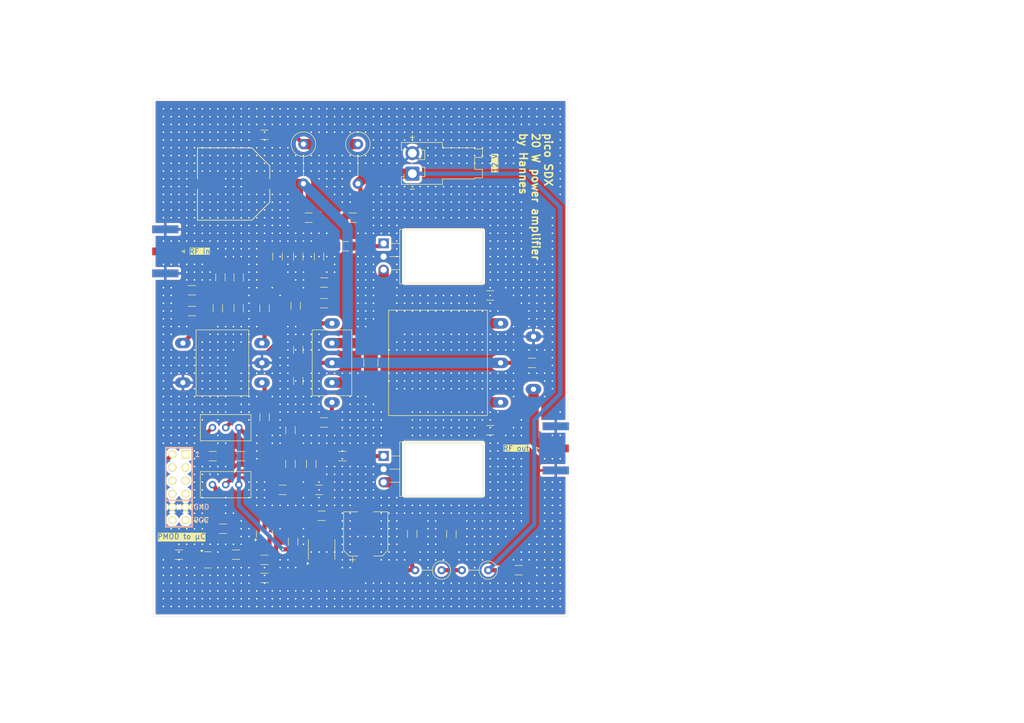
<source format=kicad_pcb>
(kicad_pcb (version 20240108) (generator "pcbnew") (generator_version "8.0")
  (layers (0 "F.Cu" signal) (31 "B.Cu" signal) (34 "B.Paste" user) (35 "F.Paste" user) (36 "B.SilkS" user "B.Silkscreen") (37 "F.SilkS" user "F.Silkscreen") (38 "B.Mask" user) (39 "F.Mask" user) (44 "Edge.Cuts" user))
  (net 0 "")
  (net 1 "Net-(C1-Pad1)")
  (net 2 "GND")
  (net 3 "+12VA")
  (net 4 "+12V")
  (net 5 "Net-(C5-Pad1)")
  (net 6 "Net-(T2-AA)")
  (net 7 "Net-(C8-Pad1)")
  (net 8 "Net-(T1-SB)")
  (net 9 "Net-(Q2-D)")
  (net 10 "Net-(Q1-D)")
  (net 11 "Net-(T1-SA)")
  (net 12 "Net-(C15-Pad1)")
  (net 13 "Net-(T2-AB)")
  (net 14 "+6V")
  (net 15 "Net-(C18-Pad1)")
  (net 16 "Net-(Q3-D)")
  (net 17 "Net-(Q3-S)")
  (net 18 "Net-(C23-Pad1)")
  (net 19 "Net-(J2-In)")
  (net 20 "Net-(J3-In)")
  (net 21 "Net-(Q1-G)")
  (net 22 "Net-(Q2-G)")
  (net 23 "Net-(R10-Pad1)")
  (net 24 "Net-(T1-AA)")
  (net 25 "Net-(R11-Pad3)")
  (net 26 "Net-(R17-Pad3)")
  (net 29 "BIAS1")
  (net 30 "BIAS2")
  (net 31 "Net-(Q3-G)")
  (net 32 "Net-(Q4-B)")
  (net 33 "Net-(Q4-C)")
  (net 34 "TX~{RX}")
  (net 35 "15 m")
  (net 36 "17 m")
  (net 38 "20 m")
  (net 39 "12 m")
  (net 40 "10 m")
  (net 41 "30 m")
  (net 42 "40 m")
  (footprint "Resistor_SMD:R_1206_3216Metric" (layer "F.Cu") (at 99 135.5)
    (property "Reference" "R13" (hide yes))
    (property "Value" "1 R")
  )
  (footprint "Package_TO_SOT_THT:TO-220F-3_Horizontal_TabDown" (layer "F.Cu") (at 106.95 94.46 -90)
    (property "Reference" "Q1" (hide yes))
    (property "Value" "Q_NMOS_GSD")
  )
  (footprint "Package_TO_SOT_SMD:SOT-23" (layer "F.Cu") (at 73.0625 155.5)
    (property "Reference" "Q4" (hide yes))
    (property "Value" "MMBT3904")
  )
  (footprint "Capacitor_SMD:C_1206_3216Metric" (layer "F.Cu") (at 90.5 115 -90)
    (property "Reference" "C10" (hide yes))
    (property "Value" "C")
  )
  (footprint "Connector_JST:JST_VH_S2P-VH_1x02_P3.96mm_Horizontal" (layer "F.Cu") (at 112.5 81 90)
    (property "Reference" "J1" (hide yes))
    (property "Value" "Conn_01x02_Pin")
  )
  (footprint "Resistor_SMD:R_1206_3216Metric" (layer "F.Cu") (at 75 107 -90)
    (property "Reference" "R9" (hide yes))
    (property "Value" "R")
  )
  (footprint "Capacitor_SMD:C_1206_3216Metric" (layer "F.Cu") (at 95.5 106)
    (property "Reference" "C7" (hide yes))
    (property "Value" "10 nF")
  )
  (footprint "pico-sdx:Transformer 1" (layer "F.Cu") (at 129.22 118.77)
    (property "Reference" "T1" (hide yes))
    (property "Value" "Transformer_1P_SS")
  )
  (footprint "Capacitor_SMD:C_1206_3216Metric" (layer "F.Cu") (at 135.5 117.5 180)
    (property "Reference" "C12" (hide yes))
    (property "Value" "C")
  )
  (footprint "Resistor_SMD:R_1206_3216Metric" (layer "F.Cu") (at 89 130.5 90)
    (property "Reference" "R12" (hide yes))
    (property "Value" "NP")
  )
  (footprint "Potentiometer_THT:Potentiometer_Bourns_3296W_Vertical" (layer "F.Cu") (at 79.04 130)
    (property "Reference" "R11" (hide yes))
    (property "Value" "2 kR")
  )
  (footprint "Connector_Coaxial:SMA_Amphenol_132289_EdgeMount" (layer "F.Cu") (at 140.1375 134)
    (property "Reference" "J3" (hide yes))
    (property "Value" "Conn_Coaxial")
  )
  (footprint "Inductor_THT:L_Axial_L7.0mm_D3.3mm_P5.08mm_Vertical_Fastron_MICC" (layer "F.Cu") (at 118.12 157.5 180)
    (property "Reference" "L3" (hide yes))
    (property "Value" "L_Iron")
  )
  (footprint "Resistor_SMD:R_1206_3216Metric" (layer "F.Cu") (at 93 137 90)
    (property "Reference" "R16" (hide yes))
    (property "Value" "56 R")
  )
  (footprint "Capacitor_SMD:C_1206_3216Metric" (layer "F.Cu") (at 84 159 180)
    (property "Reference" "C24" (hide yes))
    (property "Value" "100 nF")
  )
  (footprint "Resistor_SMD:R_1206_3216Metric" (layer "F.Cu") (at 70 103.5)
    (property "Reference" "R7" (hide yes))
    (property "Value" "NP")
  )
  (footprint "Resistor_SMD:R_1206_3216Metric" (layer "F.Cu") (at 76 149.5 180)
    (property "Reference" "R18" (hide yes))
    (property "Value" "1 kR")
  )
  (footprint "Resistor_SMD:R_1206_3216Metric" (layer "F.Cu") (at 79 107 -90)
    (property "Reference" "R10" (hide yes))
    (property "Value" "0")
  )
  (footprint "Resistor_SMD:R_1206_3216Metric" (layer "F.Cu") (at 99.5 95)
    (property "Reference" "R1" (hide yes))
    (property "Value" "1 R")
  )
  (footprint "Capacitor_SMD:C_1206_3216Metric" (layer "F.Cu") (at 95 147)
    (property "Reference" "C20" (hide yes))
    (property "Value" "100 nF")
  )
  (footprint "Capacitor_SMD:C_1206_3216Metric" (layer "F.Cu") (at 87.5 142 180)
    (property "Reference" "C18" (hide yes))
    (property "Value" "10 nF")
  )
  (footprint "pico-sdx:Transformer 2" (layer "F.Cu") (at 130.02 118.77)
    (property "Reference" "T2" (hide yes))
    (property "Value" "Transformer_1P_SS")
  )
  (footprint "Capacitor_SMD:C_1206_3216Metric" (layer "F.Cu") (at 94.5 142)
    (property "Reference" "C19" (hide yes))
    (property "Value" "100 nF")
  )
  (footprint "Capacitor_SMD:C_1206_3216Metric" (layer "F.Cu") (at 90.5 121 -90)
    (property "Reference" "C13" (hide yes))
    (property "Value" "C")
  )
  (footprint "Capacitor_SMD:C_1206_3216Metric" (layer "F.Cu") (at 127.5 104.5 180)
    (property "Reference" "C6" (hide yes))
    (property "Value" "C")
  )
  (footprint "Resistor_SMD:R_1206_3216Metric" (layer "F.Cu") (at 78.5 154.5 180)
    (property "Reference" "R21" (hide yes))
    (property "Value" "~")
  )
  (footprint "Resistor_SMD:R_1206_3216Metric" (layer "F.Cu") (at 84 155.5 180)
    (property "Reference" "R19" (hide yes))
    (property "Value" "4.7 kR")
  )
  (footprint "Capacitor_SMD:C_1206_3216Metric" (layer "F.Cu") (at 101 89.5 180)
    (property "Reference" "C4" (hide yes))
    (property "Value" "100 nF")
  )
  (footprint "Capacitor_SMD:C_1206_3216Metric" (layer "F.Cu") (at 95.5 102)
    (property "Reference" "C5" (hide yes))
    (property "Value" "100 nF")
  )
  (footprint "Resistor_SMD:R_1206_3216Metric" (layer "F.Cu") (at 79 101 -90)
    (property "Reference" "R6" (hide yes))
    (property "Value" "0")
  )
  (footprint "Inductor_THT:L_Axial_L11.0mm_D4.5mm_P7.62mm_Vertical_Fastron_MECC" (layer "F.Cu") (at 91.5 75.31 -90)
    (property "Reference" "L2" (hide yes))
    (property "Value" "L_Iron")
  )
  (footprint "Capacitor_SMD:C_1206_3216Metric" (layer "F.Cu") (at 133 157.5)
    (property "Reference" "C26" (hide yes))
    (property "Value" "100 nF")
  )
  (footprint "Capacitor_SMD:CP_Elec_8x10" (layer "F.Cu") (at 103.5 150.5 90)
    (property "Reference" "C25" (hide yes))
    (property "Value" "100 µF")
  )
  (footprint "Resistor_SMD:R_1206_3216Metric" (layer "F.Cu") (at 75.5 101 -90)
    (property "Reference" "R5" (hide yes))
    (property "Value" "NP")
  )
  (footprint "Resistor_SMD:R_1206_3216Metric" (layer "F.Cu") (at 89 137 90)
    (property "Reference" "R15" (hide yes))
    (property "Value" "56 R")
  )
  (footprint "Capacitor_SMD:C_1206_3216Metric" (layer "F.Cu") (at 127.5 130.5 180)
    (property "Reference" "C16" (hide yes))
    (property "Value" "C")
  )
  (footprint "Capacitor_SMD:C_1206_3216Metric" (layer "F.Cu") (at 84 73.5 180)
    (property "Reference" "C1" (hide yes))
    (property "Value" "100 nF")
  )
  (footprint "Resistor_SMD:R_1206_3216Metric" (layer "F.Cu") (at 86.5 97 -90)
    (property "Reference" "R2" (hide yes))
    (property "Value" "NP")
  )
  (footprint "Capacitor_SMD:C_1206_3216Metric" (layer "F.Cu") (at 79.5 135.5 180)
    (property "Reference" "C17" (hide yes))
    (property "Value" "100 nF")
  )
  (footprint "Inductor_THT:L_Axial_L11.0mm_D4.5mm_P7.62mm_Vertical_Fastron_MECC" (layer "F.Cu") (at 102 75.31 -90)
    (property "Reference" "L1" (hide yes))
    (property "Value" "L_Iron")
  )
  (footprint "Resistor_SMD:R_1206_3216Metric" (layer "F.Cu") (at 67.5 154.5)
    (property "Reference" "R20" (hide yes))
    (property "Value" "1.8 kR")
  )
  (footprint "pico-sdx:Transformer 3" (layer "F.Cu") (at 129.5 118.77)
    (property "Reference" "T3" (hide yes))
    (property "Value" "Transformer_SP_1S")
  )
  (footprint "Inductor_THT:L_Axial_L7.0mm_D3.3mm_P5.08mm_Vertical_Fastron_MICC" (layer "F.Cu") (at 127.12 157.5 180)
    (property "Reference" "L4" (hide yes))
    (property "Value" "L_Iron")
  )
  (footprint "Package_TO_SOT_THT:TO-220F-3_Horizontal_TabDown" (layer "F.Cu") (at 106.95 135.46 -90)
    (property "Reference" "Q2" (hide yes))
    (property "Value" "Q_NMOS_GSD")
  )
  (footprint "Capacitor_SMD:C_1206_3216Metric" (layer "F.Cu") (at 89.5 152 90)
    (property "Reference" "C21" (hide yes))
    (property "Value" "100 nF")
  )
  (footprint "Potentiometer_THT:Potentiometer_Bourns_3296W_Vertical" (layer "F.Cu") (at 79.04 141)
    (property "Reference" "R17" (hide yes))
    (property "Value" "2 kR")
  )
  (footprint "Capacitor_SMD:C_1206_3216Metric" (layer "F.Cu") (at 95.5 129)
    (property "Reference" "C15" (hide yes))
    (property "Value" "100 nF")
  )
  (footprint "Connector_Coaxial:SMA_Amphenol_132289_EdgeMount" (layer "F.Cu") (at 64.8625 96 180)
    (property "Reference" "J2" (hide yes))
    (property "Value" "Conn_Coaxial")
  )
  (footprint "pmod-conn_6x2:pmod_pin_array_6x2" (layer "F.Cu") (at 67.5 141.5)
    (property "Reference" "P1" (hide yes))
    (property "Value" "PMOD-Device-x2-Type-Generic-Alt" (hide yes))
  )
  (footprint "Capacitor_SMD:C_1206_3216Metric" (layer "F.Cu") (at 92.5 89.5)
    (property "Reference" "C3" (hide yes))
    (property "Value" "100 nF")
  )
  (footprint "Package_SO:SOIC-8_3.9x4.9mm_P1.27mm" (layer "F.Cu") (at 95 153.5 90)
    (property "Reference" "U1" (hide yes))
    (property "Value" "L78L06_SO8")
  )
  (footprint "Capacitor_SMD:C_1206_3216Metric" (layer "F.Cu") (at 120.025 150.525 90)
    (property "Reference" "C23" (hide yes))
    (property "Value" "100 nF")
  )
  (footprint "Capacitor_SMD:C_1206_3216Metric" (layer "F.Cu") (at 84 107 -90)
    (property "Reference" "C9" (hide yes))
    (property "Value" "C")
  )
  (footprint "Resistor_SMD:R_1206_3216Metric" (layer "F.Cu") (at 90.5 97 90)
    (property "Reference" "R3" (hide yes))
    (property "Value" "56 R")
  )
  (footprint "Capacitor_SMD:C_1206_3216Metric" (layer "F.Cu") (at 90 106.5 -90)
    (property "Reference" "C8" (hide yes))
    (property "Value" "100 nF")
  )
  (footprint "Resistor_SMD:R_1206_3216Metric" (layer "F.Cu") (at 74 135.5 180)
    (property "Reference" "R14" (hide yes))
    (property "Value" "1 kR")
  )
  (footprint "Capacitor_SMD:C_1206_3216Metric" (layer "F.Cu") (at 112.475 150.525 90)
    (property "Reference" "C22" (hide yes))
    (property "Value" "100 nF")
  )
  (footprint "Capacitor_SMD:C_1206_3216Metric" (layer "F.Cu") (at 84 128 -90)
    (property "Reference" "C14" (hide yes))
    (property "Value" "C")
  )
  (footprint "Package_TO_SOT_SMD:SOT-23" (layer "F.Cu") (at 84 150.5 90)
    (property "Reference" "Q3" (hide yes))
    (property "Value" "IRLML6401")
  )
  (footprint "Capacitor_SMD:C_1210_3225Metric" (layer "F.Cu") (at 104.5 117.5 -90)
    (property "Reference" "C11" (hide yes))
    (property "Value" "180 pF" (hide yes))
  )
  (footprint "Resistor_SMD:R_1206_3216Metric" (layer "F.Cu") (at 94.5 97 90)
    (property "Reference" "R4" (hide yes))
    (property "Value" "56 R")
  )
  (footprint "pico-sdx:CAP_H32F_CND" (layer "F.Cu") (at 78.039 83 180)
    (property "Reference" "C2" (hide yes))
    (property "Value" "1 mF")
  )
  (footprint "Resistor_SMD:R_1206_3216Metric" (layer "F.Cu") (at 70 107.5)
    (property "Reference" "R8" (hide yes))
    (property "Value" "NP")
  )
  (gr_rect (start 111 92) (end 126 102) (stroke (width 0.05)) (fill none) (layer "Edge.Cuts"))
  (gr_rect (start 62.5 66.5) (end 142.5 166.5) (stroke (width 0.05)) (fill none) (layer "Edge.Cuts"))
  (gr_rect (start 111 133) (end 126 143) (stroke (width 0.05)) (fill none) (layer "Edge.Cuts"))
  (gr_text "+" (at 112.5 74.5 0) (layer "F.SilkS") (effects (font (size 1 1)) (justify bottom)))
  (gr_text "12 V" (at 129 79 90) (layer "F.SilkS" knockout) (effects (font (size 1 1)) (justify bottom)))
  (gr_text "PMOD to µC" (at 68 151 0) (layer "F.SilkS" knockout) (effects (font (size 1 1))))
  (gr_text "RF out" (at 132.5 134 0) (layer "F.SilkS" knockout) (effects (font (size 1 1))))
  (gr_text "-" (at 112.5 84.5 0) (layer "F.SilkS") (effects (font (size 1 1)) (justify bottom)))
  (gr_text "RF in" (at 71.5 96 0) (layer "F.SilkS" knockout) (effects (font (size 1 1))))
  (gr_text "pico SDX\n20 W power amplifier\nby Hannes" (at 133 73 270) (layer "F.SilkS") (effects (font (size 1.5 1.5) (thickness 0.3) (bold yes)) (justify left bottom)))
  (segment (start 91.5 75.31) (end 102 75.31) (width 2) (layer "F.Cu") (net 1))
  (segment (start 85.475 73.5) (end 89.69 73.5) (width 0.8) (layer "F.Cu") (net 1))
  (segment (start 89.69 73.5) (end 91.5 75.31) (width 0.8) (layer "F.Cu") (net 1))
  (via (at 102 164.5) (size 0.6) (drill 0.3) (layers "F.Cu" "B.Cu") (net 2))
  (via (at 88.5 94) (size 0.6) (drill 0.3) (layers "F.Cu" "B.Cu") (net 2))
  (via (at 118.5 106) (size 0.6) (drill 0.3) (layers "F.Cu" "B.Cu") (net 2))
  (via (at 94.5 161.5) (size 0.6) (drill 0.3) (layers "F.Cu" "B.Cu") (net 2))
  (via (at 127.5 134.5) (size 0.6) (drill 0.3) (layers "F.Cu" "B.Cu") (net 2))
  (via (at 109.5 71.5) (size 0.6) (drill 0.3) (layers "F.Cu" "B.Cu") (net 2))
  (via (at 112.5 161.5) (size 0.6) (drill 0.3) (layers "F.Cu" "B.Cu") (net 2))
  (via (at 85.5 103) (size 0.6) (drill 0.3) (layers "F.Cu" "B.Cu") (net 2))
  (via (at 120 73) (size 0.6) (drill 0.3) (layers "F.Cu" "B.Cu") (net 2))
  (via (at 139.5 100) (size 0.6) (drill 0.3) (layers "F.Cu" "B.Cu") (net 2))
  (via (at 73.5 92.5) (size 0.6) (drill 0.3) (layers "F.Cu" "B.Cu") (net 2))
  (via (at 118.5 73) (size 0.6) (drill 0.3) (layers "F.Cu" "B.Cu") (net 2))
  (via (at 117 83.5) (size 0.6) (drill 0.3) (layers "F.Cu" "B.Cu") (net 2))
  (via (at 127.5 143.5) (size 0.6) (drill 0.3) (layers "F.Cu" "B.Cu") (net 2))
  (via (at 99 145) (size 0.6) (drill 0.3) (layers "F.Cu" "B.Cu") (net 2))
  (via (at 120 107.5) (size 0.6) (drill 0.3) (layers "F.Cu" "B.Cu") (net 2))
  (via (at 141 74.5) (size 0.6) (drill 0.3) (layers "F.Cu" "B.Cu") (net 2))
  (via (at 73.5 122.5) (size 0.6) (drill 0.3) (layers "F.Cu" "B.Cu") (net 2))
  (via (at 76.5 97) (size 0.6) (drill 0.3) (layers "F.Cu" "B.Cu") (net 2))
  (via (at 67.5 80.5) (size 0.6) (drill 0.3) (layers "F.Cu" "B.Cu") (net 2))
  (via (at 96 77.5) (size 0.6) (drill 0.3) (layers "F.Cu" "B.Cu") (net 2))
  (via (at 136.5 109) (size 0.6) (drill 0.3) (layers "F.Cu" "B.Cu") (net 2))
  (via (at 123 70) (size 0.6) (drill 0.3) (layers "F.Cu" "B.Cu") (net 2))
  (via (at 88.5 164.5) (size 0.6) (drill 0.3) (layers "F.Cu" "B.Cu") (net 2))
  (via (at 81 77.5) (size 0.6) (drill 0.3) (layers "F.Cu" "B.Cu") (net 2))
  (via (at 79.5 97) (size 0.6) (drill 0.3) (layers "F.Cu" "B.Cu") (net 2))
  (via (at 94.5 131.5) (size 0.6) (drill 0.3) (layers "F.Cu" "B.Cu") (net 2))
  (via (at 115.5 74.5) (size 0.6) (drill 0.3) (layers "F.Cu" "B.Cu") (net 2))
  (via (at 102 68.5) (size 0.6) (drill 0.3) (layers "F.Cu" "B.Cu") (net 2))
  (via (at 108 149.5) (size 0.6) (drill 0.3) (layers "F.Cu" "B.Cu") (net 2))
  (via (at 97.5 77.5) (size 0.6) (drill 0.3) (layers "F.Cu" "B.Cu") (net 2))
  (via (at 109.5 154) (size 0.6) (drill 0.3) (layers "F.Cu" "B.Cu") (net 2))
  (via (at 99 164.5) (size 0.6) (drill 0.3) (layers "F.Cu" "B.Cu") (net 2))
  (via (at 130.5 164.5) (size 0.6) (drill 0.3) (layers "F.Cu" "B.Cu") (net 2))
  (via (at 88.5 145) (size 0.6) (drill 0.3) (layers "F.Cu" "B.Cu") (net 2))
  (via (at 97.5 131.5) (size 0.6) (drill 0.3) (layers "F.Cu" "B.Cu") (net 2))
  (via (at 114 88) (size 0.6) (drill 0.3) (layers "F.Cu" "B.Cu") (net 2))
  (via (at 99 128.5) (size 0.6) (drill 0.3) (layers "F.Cu" "B.Cu") (net 2))
  (via (at 67.5 158.5) (size 0.6) (drill 0.3) (layers "F.Cu" "B.Cu") (net 2))
  (via (at 135 115) (size 0.6) (drill 0.3) (layers "F.Cu" "B.Cu") (net 2))
  (via (at 99 163) (size 0.6) (drill 0.3) (layers "F.Cu" "B.Cu") (net 2))
  (via (at 132 103) (size 0.6) (drill 0.3) (layers "F.Cu" "B.Cu") (net 2))
  (via (at 126 76) (size 0.6) (drill 0.3) (layers "F.Cu" "B.Cu") (net 2))
  (via (at 102 131.5) (size 0.6) (drill 0.3) (layers "F.Cu" "B.Cu") (net 2))
  (via (at 82.5 85) (size 0.6) (drill 0.3) (layers "F.Cu" "B.Cu") (net 2))
  (via (at 70.5 94) (size 0.6) (drill 0.3) (layers "F.Cu" "B.Cu") (net 2))
  (via (at 121.5 73) (size 0.6) (drill 0.3) (layers "F.Cu" "B.Cu") (net 2))
  (via (at 93 122.5) (size 0.6) (drill 0.3) (layers "F.Cu" "B.Cu") (net 2))
  (via (at 108 73) (size 0.6) (drill 0.3) (layers "F.Cu" "B.Cu") (net 2))
  (via (at 102 110.5) (size 0.6) (drill 0.3) (layers "F.Cu" "B.Cu") (net 2))
  (via (at 115.5 68.5) (size 0.6) (drill 0.3) (layers "F.Cu" "B.Cu") (net 2))
  (via (at 72 121) (size 0.6) (drill 0.3) (layers "F.Cu" "B.Cu") (net 2))
  (via (at 75 125.5) (size 0.6) (drill 0.3) (layers "F.Cu" "B.Cu") (net 2))
  (via (at 127.5 131.5) (size 0.6) (drill 0.3) (layers "F.Cu" "B.Cu") (net 2))
  (via (at 75 131.5) (size 0.6) (drill 0.3) (layers "F.Cu" "B.Cu") (net 2))
  (via (at 111 104.5) (size 0.6) (drill 0.3) (layers "F.Cu" "B.Cu") (net 2))
  (via (at 109.5 98.5) (size 0.6) (drill 0.3) (layers "F.Cu" "B.Cu") (net 2))
  (via (at 69 76) (size 0.6) (drill 0.3) (layers "F.Cu" "B.Cu") (net 2))
  (via (at 82.5 70) (size 0.6) (drill 0.3) (layers "F.Cu" "B.Cu") (net 2))
  (via (at 78 74.5) (size 0.6) (drill 0.3) (layers "F.Cu" "B.Cu") (net 2))
  (via (at 141 164.5) (size 0.6) (drill 0.3) (layers "F.Cu" "B.Cu") (net 2))
  (via (at 129 91) (size 0.6) (drill 0.3) (layers "F.Cu" "B.Cu") (net 2))
  (via (at 72 74.5) (size 0.6) (drill 0.3) (layers "F.Cu" "B.Cu") (net 2))
  (via (at 72 122.5) (size 0.6) (drill 0.3) (layers "F.Cu" "B.Cu") (net 2))
  (via (at 115.5 155.5) (size 0.6) (drill 0.3) (layers "F.Cu" "B.Cu") (net 2))
  (via (at 118.5 164.5) (size 0.6) (drill 0.3) (layers "F.Cu" "B.Cu") (net 2))
  (via (at 90 124) (size 0.6) (drill 0.3) (layers "F.Cu" "B.Cu") (net 2))
  (via (at 126 68.5) (size 0.6) (drill 0.3) (layers "F.Cu" "B.Cu") (net 2))
  (via (at 88.5 112) (size 0.6) (drill 0.3) (layers "F.Cu" "B.Cu") (net 2))
  (via (at 91.5 124) (size 0.6) (drill 0.3) (layers "F.Cu" "B.Cu") (net 2))
  (via (at 70.5 68.5) (size 0.6) (drill 0.3) (layers "F.Cu" "B.Cu") (net 2))
  (via (at 81 127) (size 0.6) (drill 0.3) (layers "F.Cu" "B.Cu") (net 2))
  (via (at 100.5 133) (size 0.6) (drill 0.3) (layers "F.Cu" "B.Cu") (net 2))
  (via (at 127.5 70) (size 0.6) (drill 0.3) (layers "F.Cu" "B.Cu") (net 2))
  (via (at 141 77.5) (size 0.6) (drill 0.3) (layers "F.Cu" "B.Cu") (net 2))
  (via (at 127.5 115) (size 0.6) (drill 0.3) (layers "F.Cu" "B.Cu") (net 2))
  (via (at 138 163) (size 0.6) (drill 0.3) (layers "F.Cu" "B.Cu") (net 2))
  (via (at 123 152.5) (size 0.6) (drill 0.3) (layers "F.Cu" "B.Cu") (net 2))
  (via (at 90 121) (size 0.6) (drill 0.3) (layers "F.Cu" "B.Cu") (net 2))
  (via (at 73.5 152.5) (size 0.6) (drill 0.3) (layers "F.Cu" "B.Cu") (net 2))
  (via (at 87 163) (size 0.6) (drill 0.3) (layers "F.Cu" "B.Cu") (net 2))
  (via (at 66 79) (size 0.6) (drill 0.3) (layers "F.Cu" "B.Cu") (net 2))
  (via (at 82.5 143.5) (size 0.6) (drill 0.3) (layers "F.Cu" "B.Cu") (net 2))
  (via (at 132 145) (size 0.6) (drill 0.3) (layers "F.Cu" "B.Cu") (net 2))
  (via (at 67.5 83.5) (size 0.6) (drill 0.3) (layers "F.Cu" "B.Cu") (net 2))
  (via (at 109.5 122.5) (size 0.6) (drill 0.3) (layers "F.Cu" "B.Cu") (net 2))
  (via (at 90 161.5) (size 0.6) (drill 0.3) (layers "F.Cu" "B.Cu") (net 2))
  (via (at 136.5 119.5) (size 0.6) (drill 0.3) (layers "F.Cu" "B.Cu") (net 2))
  (via (at 94.5 145) (size 0.6) (drill 0.3) (layers "F.Cu" "B.Cu") (net 2))
  (via (at 108 86.5) (size 0.6) (drill 0.3) (layers "F.Cu" "B.Cu") (net 2))
  (via (at 123 79) (size 0.6) (drill 0.3) (layers "F.Cu" "B.Cu") (net 2))
  (via (at 76.5 157) (size 0.6) (drill 0.3) (layers "F.Cu" "B.Cu") (net 2))
  (via (at 84 143.5) (size 0.6) (drill 0.3) (layers "F.Cu" "B.Cu") (net 2))
  (via (at 121.5 88) (size 0.6) (drill 0.3) (layers "F.Cu" "B.Cu") (net 2))
  (via (at 66 131.5) (size 0.6) (drill 0.3) (layers "F.Cu" "B.Cu") (net 2))
  (via (at 78 158.5) (size 0.6) (drill 0.3) (layers "F.Cu" "B.Cu") (net 2))
  (via (at 78 113.5) (size 0.6) (drill 0.3) (layers "F.Cu" "B.Cu") (net 2))
  (via (at 72 73) (size 0.6) (drill 0.3) (layers "F.Cu" "B.Cu") (net 2))
  (via (at 118.5 130) (size 0.6) (drill 0.3) (layers "F.Cu" "B.Cu") (net 2))
  (via (at 94.5 73) (size 0.6) (drill 0.3) (layers "F.Cu" "B.Cu") (net 2))
  (via (at 94.5 92.5) (size 0.6) (drill 0.3) (layers "F.Cu" "B.Cu") (net 2))
  (via (at 67.5 124) (size 0.6) (drill 0.3) (layers "F.Cu" "B.Cu") (net 2))
  (via (at 109.5 100) (size 0.6) (drill 0.3) (layers "F.Cu" "B.Cu") (net 2))
  (via (at 64.5 79) (size 0.6) (drill 0.3) (layers "F.Cu" "B.Cu") (net 2))
  (via (at 112.5 160) (size 0.6) (drill 0.3) (layers "F.Cu" "B.Cu") (net 2))
  (via (at 84 94) (size 0.6) (drill 0.3) (layers "F.Cu" "B.Cu") (net 2))
  (via (at 85.5 161.5) (size 0.6) (drill 0.3) (layers "F.Cu" "B.Cu") (net 2))
  (via (at 100.5 68.5) (size 0.6) (drill 0.3) (layers "F.Cu" "B.Cu") (net 2))
  (via (at 109.5 74.5) (size 0.6) (drill 0.3) (layers "F.Cu" "B.Cu") (net 2))
  (via (at 138 158.5) (size 0.6) (drill 0.3) (layers "F.Cu" "B.Cu") (net 2))
  (via (at 139.5 91) (size 0.6) (drill 0.3) (layers "F.Cu" "B.Cu") (net 2))
  (via (at 100.5 137.5) (size 0.6) (drill 0.3) (layers "F.Cu" "B.Cu") (net 2))
  (via (at 87 89.5) (size 0.6) (drill 0.3) (layers "F.Cu" "B.Cu") (net 2))
  (via (at 76.5 161.5) (size 0.6) (drill 0.3) (layers "F.Cu" "B.Cu") (net 2))
  (via (at 96 145) (size 0.6) (drill 0.3) (layers "F.Cu" "B.Cu") (net 2))
  (via (at 70.5 124) (size 0.6) (drill 0.3) (layers "F.Cu" "B.Cu") (net 2))
  (via (at 75 164.5) (size 0.6) (drill 0.3) (layers "F.Cu" "B.Cu") (net 2))
  (via (at 118.5 154) (size 0.6) (drill 0.3) (layers "F.Cu" "B.Cu") (net 2))
  (via (at 76.5 163) (size 0.6) (drill 0.3) (layers "F.Cu" "B.Cu") (net 2))
  (via (at 72 91) (size 0.6) (drill 0.3) (layers "F.Cu" "B.Cu") (net 2))
  (via (at 120 70) (size 0.6) (drill 0.3) (layers "F.Cu" "B.Cu") (net 2))
  (via (at 79.5 76) (size 0.6) (drill 0.3) (layers "F.Cu" "B.Cu") (net 2))
  (via (at 132 149.5) (size 0.6) (drill 0.3) (layers "F.Cu" "B.Cu") (net 2))
  (via (at 100.5 155.5) (size 0.6) (drill 0.3) (layers "F.Cu" "B.Cu") (net 2))
  (via (at 123 77.5) (size 0.6) (drill 0.3) (layers "F.Cu" "B.Cu") (net 2))
  (via (at 130.5 76) (size 0.6) (drill 0.3) (layers "F.Cu" "B.Cu") (net 2))
  (via (at 70.5 115) (size 0.6) (drill 0.3) (layers "F.Cu" "B.Cu") (net 2))
  (via (at 75 158.5) (size 0.6) (drill 0.3) (layers "F.Cu" "B.Cu") (net 2))
  (via (at 81 109) (size 0.6) (drill 0.3) (layers "F.Cu" "B.Cu") (net 2))
  (via (at 109.5 145) (size 0.6) (drill 0.3) (layers "F.Cu" "B.Cu") (net 2))
  (via (at 72 137.5) (size 0.6) (drill 0.3) (layers "F.Cu" "B.Cu") (net 2))
  (via (at 127.5 139) (size 0.6) (drill 0.3) (layers "F.Cu" "B.Cu") (net 2))
  (via (at 66 161.5) (size 0.6) (drill 0.3) (layers "F.Cu" "B.Cu") (net 2))
  (via (at 66 82) (size 0.6) (drill 0.3) (layers "F.Cu" "B.Cu") (net 2))
  (via (at 97.5 82) (size 0.6) (drill 0.3) (layers "F.Cu" "B.Cu") (net 2))
  (via (at 127.5 88) (size 0.6) (drill 0.3) (layers "F.Cu" "B.Cu") (net 2))
  (via (at 67.5 73) (size 0.6) (drill 0.3) (layers "F.Cu" "B.Cu") (net 2))
  (via (at 108 70) (size 0.6) (drill 0.3) (layers "F.Cu" "B.Cu") (net 2))
  (via (at 99 143.5) (size 0.6) (drill 0.3) (layers "F.Cu" "B.Cu") (net 2))
  (via (at 129 163) (size 0.6) (drill 0.3) (layers "F.Cu" "B.Cu") (net 2))
  (via (at 115.5 73) (size 0.6) (drill 0.3) (layers "F.Cu" "B.Cu") (net 2))
  (via (at 75 95.5) (size 0.6) (drill 0.3) (layers "F.Cu" "B.Cu") (net 2))
  (via (at 81 74.5) (size 0.6) (drill 0.3) (layers "F.Cu" "B.Cu") (net 2))
  (via (at 132 115) (size 0.6) (drill 0.3) (layers "F.Cu" "B.Cu") (net 2))
  (via (at 127.5 133) (size 0.6) (drill 0.3) (layers "F.Cu" "B.Cu") (net 2))
  (via (at 111 163) (size 0.6) (drill 0.3) (layers "F.Cu" "B.Cu") (net 2))
  (via (at 121.5 71.5) (size 0.6) (drill 0.3) (layers "F.Cu" "B.Cu") (net 2))
  (via (at 114 83.5) (size 0.6) (drill 0.3) (layers "F.Cu" "B.Cu") (net 2))
  (via (at 93 113.5) (size 0.6) (drill 0.3) (layers "F.Cu" "B.Cu") (net 2))
  (via (at 117 161.5) (size 0.6) (drill 0.3) (layers "F.Cu" "B.Cu") (net 2))
  (via (at 91.5 80.5) (size 0.6) (drill 0.3) (layers "F.Cu" "B.Cu") (net 2))
  (via (at 130.5 74.5) (size 0.6) (drill 0.3) (layers "F.Cu" "B.Cu") (net 2))
  (via (at 106.5 160) (size 0.6) (drill 0.3) (layers "F.Cu" "B.Cu") (net 2))
  (via (at 102 98.5) (size 0.6) (drill 0.3) (layers "F.Cu" "B.Cu") (net 2))
  (via (at 139.5 136) (size 0.6) (drill 0.3) (layers "F.Cu" "B.Cu") (net 2))
  (via (at 70.5 146.5) (size 0.6) (drill 0.3) (layers "F.Cu" "B.Cu") (net 2))
  (via (at 84 85) (size 0.6) (drill 0.3) (layers "F.Cu" "B.Cu") (net 2))
  (via (at 106.5 149.5) (size 0.6) (drill 0.3) (layers "F.Cu" "B.Cu") (net 2))
  (via (at 124.5 149.5) (size 0.6) (drill 0.3) (layers "F.Cu" "B.Cu") (net 2))
  (via (at 109.5 155.5) (size 0.6) (drill 0.3) (layers "F.Cu" "B.Cu") (net 2))
  (via (at 124.5 86.5) (size 0.6) (drill 0.3) (layers "F.Cu" "B.Cu") (net 2))
  (via (at 114 121) (size 0.6) (drill 0.3) (layers "F.Cu" "B.Cu") (net 2))
  (via (at 130.5 70) (size 0.6) (drill 0.3) (layers "F.Cu" "B.Cu") (net 2))
  (via (at 72 128.5) (size 0.6) (drill 0.3) (layers "F.Cu" "B.Cu") (net 2))
  (via (at 87 70) (size 0.6) (drill 0.3) (layers "F.Cu" "B.Cu") (net 2))
  (via (at 79.5 83.5) (size 0.6) (drill 0.3) (layers "F.Cu" "B.Cu") (net 2))
  (via (at 87 155.5) (size 0.6) (drill 0.3) (layers "F.Cu" "B.Cu") (net 2))
  (via (at 121.5 145) (size 0.6) (drill 0.3) (layers "F.Cu" "B.Cu") (net 2))
  (via (at 133.5 140.5) (size 0.6) (drill 0.3) (layers "F.Cu" "B.Cu") (net 2))
  (via (at 105 106) (size 0.6) (drill 0.3) (layers "F.Cu" "B.Cu") (net 2))
  (via (at 87 161.5) (size 0.6) (drill 0.3) (layers "F.Cu" "B.Cu") (net 2))
  (via (at 79.5 122.5) (size 0.6) (drill 0.3) (layers "F.Cu" "B.Cu") (net 2))
  (via (at 138 140.5) (size 0.6) (drill 0.3) (layers "F.Cu" "B.Cu") (net 2))
  (via (at 73.5 77.5) (size 0.6) (drill 0.3) (layers "F.Cu" "B.Cu") (net 2))
  (via (at 141 142) (size 0.6) (drill 0.3) (layers "F.Cu" "B.Cu") (net 2))
  (via (at 75 91) (size 0.6) (drill 0.3) (layers "F.Cu" "B.Cu") (net 2))
  (via (at 132 98.5) (size 0.6) (drill 0.3) (layers "F.Cu" "B.Cu") (net 2))
  (via (at 88.5 77.5) (size 0.6) (drill 0.3) (layers "F.Cu" "B.Cu") (net 2))
  (via (at 76.5 79) (size 0.6) (drill 0.3) (layers "F.Cu" "B.Cu") (net 2))
  (via (at 124.5 163) (size 0.6) (drill 0.3) (layers "F.Cu" "B.Cu") (net 2))
  (via (at 105 151) (size 0.6) (drill 0.3) (layers "F.Cu" "B.Cu") (net 2))
  (via (at 103.5 125.5) (size 0.6) (drill 0.3) (layers "F.Cu" "B.Cu") (net 2))
  (via (at 135 71.5) (size 0.6) (drill 0.3) (layers "F.Cu" "B.Cu") (net 2))
  (via (at 132 137.5) (size 0.6) (drill 0.3) (layers "F.Cu" "B.Cu") (net 2))
  (via (at 99 131.5) (size 0.6) (drill 0.3) (layers "F.Cu" "B.Cu") (net 2))
  (via (at 75 124) (size 0.6) (drill 0.3) (layers "F.Cu" "B.Cu") (net 2))
  (via (at 114 104.5) (size 0.6) (drill 0.3) (layers "F.Cu" "B.Cu") (net 2))
  (via (at 88.5 121) (size 0.6) (drill 0.3) (layers "F.Cu" "B.Cu") (net 2))
  (via (at 99 71.5) (size 0.6) (drill 0.3) (layers "F.Cu" "B.Cu") (net 2))
  (via (at 115.5 131.5) (size 0.6) (drill 0.3) (layers "F.Cu" "B.Cu") (net 2))
  (via (at 76.5 164.5) (size 0.6) (drill 0.3) (layers "F.Cu" "B.Cu") (net 2))
  (via (at 72 70) (size 0.6) (drill 0.3) (layers "F.Cu" "B.Cu") (net 2))
  (via (at 138 110.5) (size 0.6) (drill 0.3) (layers "F.Cu" "B.Cu") (net 2))
  (via (at 112.5 68.5) (size 0.6) (drill 0.3) (layers "F.Cu" "B.Cu") (net 2))
  (via (at 118.5 127) (size 0.6) (drill 0.3) (layers "F.Cu" "B.Cu") (net 2))
  (via (at 76.5 125.5) (size 0.6) (drill 0.3) (layers "F.Cu" "B.Cu") (net 2))
  (via (at 126 85) (size 0.6) (drill 0.3) (layers "F.Cu" "B.Cu") (net 2))
  (via (at 129 107.5) (size 0.6) (drill 0.3) (layers "F.Cu" "B.Cu") (net 2))
  (via (at 96 154) (size 0.6) (drill 0.3) (layers "F.Cu" "B.Cu") (net 2))
  (via (at 96 139) (size 0.6) (drill 0.3) (layers "F.Cu" "B.Cu") (net 2))
  (via (at 135 107.5) (size 0.6) (drill 0.3) (layers "F.Cu" "B.Cu") (net 2))
  (via (at 97.5 68.5) (size 0.6) (drill 0.3) (layers "F.Cu" "B.Cu") (net 2))
  (via (at 106.5 152.5) (size 0.6) (drill 0.3) (layers "F.Cu" "B.Cu") (net 2))
  (via (at 115.5 152.5) (size 0.6) (drill 0.3) (layers "F.Cu" "B.Cu") (net 2))
  (via (at 118.5 115) (size 0.6) (drill 0.3) (layers "F.Cu" "B.Cu") (net 2))
  (via (at 88.5 89.5) (size 0.6) (drill 0.3) (layers "F.Cu" "B.Cu") (net 2))
  (via (at 75 68.5) (size 0.6) (drill 0.3) (layers "F.Cu" "B.Cu") (net 2))
  (via (at 67.5 163) (size 0.6) (drill 0.3) (layers "F.Cu" "B.Cu") (net 2))
  (via (at 99 134.5) (size 0.6) (drill 0.3) (layers "F.Cu" "B.Cu") (net 2))
  (via (at 115.5 85) (size 0.6) (drill 0.3) (layers "F.Cu" "B.Cu") (net 2))
  (via (at 69 77.5) (size 0.6) (drill 0.3) (layers "F.Cu" "B.Cu") (net 2))
  (via (at 70.5 145) (size 0.6) (drill 0.3) (layers "F.Cu" "B.Cu") (net 2))
  (via (at 84 160) (size 0.6) (drill 0.3) (layers "F.Cu" "B.Cu") (net 2))
  (via (at 135 70) (size 0.6) (drill 0.3) (layers "F.Cu" "B.Cu") (net 2))
  (via (at 103.5 104.5) (size 0.6) (drill 0.3) (layers "F.Cu" "B.Cu") (net 2))
  (via (at 129 119.5) (size 0.6) (drill 0.3) (layers "F.Cu" "B.Cu") (net 2))
  (via (at 136.5 158.5) (size 0.6) (drill 0.3) (layers "F.Cu" "B.Cu") (net 2))
  (via (at 115.5 154) (size 0.6) (drill 0.3) (layers "F.Cu" "B.Cu") (net 2))
  (via (at 90 163) (size 0.6) (drill 0.3) (layers "F.Cu" "B.Cu") (net 2))
  (via (at 90 80.5) (size 0.6) (drill 0.3) (layers "F.Cu" "B.Cu") (net 2))
  (via (at 66 80.5) (size 0.6) (drill 0.3) (layers "F.Cu" "B.Cu") (net 2))
  (via (at 126 115) (size 0.6) (drill 0.3) (layers "F.Cu" "B.Cu") (net 2))
  (via (at 112.5 164.5) (size 0.6) (drill 0.3) (layers "F.Cu" "B.Cu") (net 2))
  (via (at 132 94) (size 0.6) (drill 0.3) (layers "F.Cu" "B.Cu") (net 2))
  (via (at 133.5 71.5) (size 0.6) (drill 0.3) (layers "F.Cu" "B.Cu") (net 2))
  (via (at 78 110.5) (size 0.6) (drill 0.3) (layers "F.Cu" "B.Cu") (net 2))
  (via (at 72 149.5) (size 0.6) (drill 0.3) (layers "F.Cu" "B.Cu") (net 2))
  (via (at 117 79) (size 0.6) (drill 0.3) (layers "F.Cu" "B.Cu") (net 2))
  (via (at 124.5 121) (size 0.6) (drill 0.3) (layers "F.Cu" "B.Cu") (net 2))
  (via (at 105 143.5) (size 0.6) (drill 0.3) (layers "F.Cu" "B.Cu") (net 2))
  (via (at 81 76) (size 0.6) (drill 0.3) (layers "F.Cu" "B.Cu") (net 2))
  (via (at 87 92.5) (size 0.6) (drill 0.3) (layers "F.Cu" "B.Cu") (net 2))
  (via (at 133.5 100) (size 0.6) (drill 0.3) (layers "F.Cu" "B.Cu") (net 2))
  (via (at 112.5 115) (size 0.6) (drill 0.3) (layers "F.Cu" "B.Cu") (net 2))
  (via (at 139.5 97) (size 0.6) (drill 0.3) (layers "F.Cu" "B.Cu") (net 2))
  (via (at 66 164.5) (size 0.6) (drill 0.3) (layers "F.Cu" "B.Cu") (net 2))
  (via (at 129 148) (size 0.6) (drill 0.3) (layers "F.Cu" "B.Cu") (net 2))
  (via (at 115.5 158.5) (size 0.6) (drill 0.3) (layers "F.Cu" "B.Cu") (net 2))
  (via (at 69 133) (size 0.6) (drill 0.3) (layers "F.Cu" "B.Cu") (net 2))
  (via (at 114 89.5) (size 0.6) (drill 0.3) (layers "F.Cu" "B.Cu") (net 2))
  (via (at 126 160) (size 0.6) (drill 0.3) (layers "F.Cu" "B.Cu") (net 2))
  (via (at 67.5 85) (size 0.6) (drill 0.3) (layers "F.Cu" "B.Cu") (net 2))
  (via (at 76.5 122.5) (size 0.6) (drill 0.3) (layers "F.Cu" "B.Cu") (net 2))
  (via (at 97.5 70) (size 0.6) (drill 0.3) (layers "F.Cu" "B.Cu") (net 2))
  (via (at 109.5 103) (size 0.6) (drill 0.3) (layers "F.Cu" "B.Cu") (net 2))
  (via (at 84 88) (size 0.6) (drill 0.3) (layers "F.Cu" "B.Cu") (net 2))
  (via (at 112.5 70) (size 0.6) (drill 0.3) (layers "F.Cu" "B.Cu") (net 2))
  (via (at 124.5 160) (size 0.6) (drill 0.3) (layers "F.Cu" "B.Cu") (net 2))
  (via (at 67.5 130) (size 0.6) (drill 0.3) (layers "F.Cu" "B.Cu") (net 2))
  (via (at 64.5 107.5) (size 0.6) (drill 0.3) (layers "F.Cu" "B.Cu") (net 2))
  (via (at 79.5 88) (size 0.6) (drill 0.3) (layers "F.Cu" "B.Cu") (net 2))
  (via (at 127.5 106) (size 0.6) (drill 0.3) (layers "F.Cu" "B.Cu") (net 2))
  (via (at 109.5 152.5) (size 0.6) (drill 0.3) (layers "F.Cu" "B.Cu") (net 2))
  (via (at 108 148) (size 0.6) (drill 0.3) (layers "F.Cu" "B.Cu") (net 2))
  (via (at 135 98.5) (size 0.6) (drill 0.3) (layers "F.Cu" "B.Cu") (net 2))
  (via (at 130.5 160) (size 0.6) (drill 0.3) (layers "F.Cu" "B.Cu") (net 2))
  (via (at 111 70) (size 0.6) (drill 0.3) (layers "F.Cu" "B.Cu") (net 2))
  (via (at 106.5 86.5) (size 0.6) (drill 0.3) (layers "F.Cu" "B.Cu") (net 2))
  (via (at 70.5 91) (size 0.6) (drill 0.3) (layers "F.Cu" "B.Cu") (net 2))
  (via (at 64.5 110.5) (size 0.6) (drill 0.3) (layers "F.Cu" "B.Cu") (net 2))
  (via (at 139.5 70) (size 0.6) (drill 0.3) (layers "F.Cu" "B.Cu") (net 2))
  (via (at 114 127) (size 0.6) (drill 0.3) (layers "F.Cu" "B.Cu") (net 2))
  (via (at 106.5 143.5) (size 0.6) (drill 0.3) (layers "F.Cu" "B.Cu") (net 2))
  (via (at 127.5 128.5) (size 0.6) (drill 0.3) (layers "F.Cu" "B.Cu") (net 2))
  (via (at 117 71.5) (size 0.6) (drill 0.3) (layers "F.Cu" "B.Cu") (net 2))
  (via (at 93 94) (size 0.6) (drill 0.3) (layers "F.Cu" "B.Cu") (net 2))
  (via (at 88.5 70) (size 0.6) (drill 0.3) (layers "F.Cu" "B.Cu") (net 2))
  (via (at 91.5 71.5) (size 0.6) (drill 0.3) (layers "F.Cu" "B.Cu") (net 2))
  (via (at 67.5 160) (size 0.6) (drill 0.3) (layers "F.Cu" "B.Cu") (net 2))
  (via (at 75 160) (size 0.6) (drill 0.3) (layers "F.Cu" "B.Cu") (net 2))
  (via (at 90 79) (size 0.6) (drill 0.3) (layers "F.Cu" "B.Cu") (net 2))
  (via (at 114 113.5) (size 0.6) (drill 0.3) (layers "F.Cu" "B.Cu") (net 2))
  (via (at 70.5 118) (size 0.6) (drill 0.3) (layers "F.Cu" "B.Cu") (net 2))
  (via (at 93 97) (size 0.6) (drill 0.3) (layers "F.Cu" "B.Cu") (net 2))
  (via (at 111 154) (size 0.6) (drill 0.3) (layers "F.Cu" "B.Cu") (net 2))
  (via (at 94.5 112) (size 0.6) (drill 0.3) (layers "F.Cu" "B.Cu") (net 2))
  (via (at 99 127) (size 0.6) (drill 0.3) (layers "F.Cu" "B.Cu") (net 2))
  (via (at 136.5 104.5) (size 0.6) (drill 0.3) (layers "F.Cu" "B.Cu") (net 2))
  (via (at 73.5 125.5) (size 0.6) (drill 0.3) (layers "F.Cu" "B.Cu") (net 2))
  (via (at 139.5 89.5) (size 0.6) (drill 0.3) (layers "F.Cu" "B.Cu") (net 2))
  (via (at 129 85) (size 0.6) (drill 0.3) (layers "F.Cu" "B.Cu") (net 2))
  (via (at 109.5 163) (size 0.6) (drill 0.3) (layers "F.Cu" "B.Cu") (net 2))
  (via (at 105 76) (size 0.6) (drill 0.3) (layers "F.Cu" "B.Cu") (net 2))
  (via (at 126 74.5) (size 0.6) (drill 0.3) (layers "F.Cu" "B.Cu") (net 2))
  (via (at 90 71.5) (size 0.6) (drill 0.3) (layers "F.Cu" "B.Cu") (net 2))
  (via (at 64.5 128.5) (size 0.6) (drill 0.3) (layers "F.Cu" "B.Cu") (net 2))
  (via (at 94.5 127) (size 0.6) (drill 0.3) (layers "F.Cu" "B.Cu") (net 2))
  (via (at 132 83.5) (size 0.6) (drill 0.3) (layers "F.Cu" "B.Cu") (net 2))
  (via (at 109.5 164.5) (size 0.6) (drill 0.3) (layers "F.Cu" "B.Cu") (net 2))
  (via (at 75 152.5) (size 0.6) (drill 0.3) (layers "F.Cu" "B.Cu") (net 2))
  (via (at 114 164.5) (size 0.6) (drill 0.3) (layers "F.Cu" "B.Cu") (net 2))
  (via (at 99 70) (size 0.6) (drill 0.3) (layers "F.Cu" "B.Cu") (net 2))
  (via (at 93 73) (size 0.6) (drill 0.3) (layers "F.Cu" "B.Cu") (net 2))
  (via (at 129 95.5) (size 0.6) (drill 0.3) (layers "F.Cu" "B.Cu") (net 2))
  (via (at 129 74.5) (size 0.6) (drill 0.3) (layers "F.Cu" "B.Cu") (net 2))
  (via (at 121.5 155.5) (size 0.6) (drill 0.3) (layers "F.Cu" "B.Cu") (net 2))
  (via (at 91.5 70) (size 0.6) (drill 0.3) (layers "F.Cu" "B.Cu") (net 2))
  (via (at 106.5 71.5) (size 0.6) (drill 0.3) (layers "F.Cu" "B.Cu") (net 2))
  (via (at 84 86.5) (size 0.6) (drill 0.3) (layers "F.Cu" "B.Cu") (net 2))
  (via (at 133.5 101.5) (size 0.6) (drill 0.3) (layers "F.Cu" "B.Cu") (net 2))
  (via (at 118.5 70) (size 0.6) (drill 0.3) (layers "F.Cu" "B.Cu") (net 2))
  (via (at 66 118) (size 0.6) (drill 0.3) (layers "F.Cu" "B.Cu") (net 2))
  (via (at 139.5 158.5) (size 0.6) (drill 0.3) (layers "F.Cu" "B.Cu") (net 2))
  (via (at 73.5 127) (size 0.6) (drill 0.3) (layers "F.Cu" "B.Cu") (net 2))
  (via (at 141 160) (size 0.6) (drill 0.3) (layers "F.Cu" "B.Cu") (net 2))
  (via (at 94.5 154) (size 0.6) (drill 0.3) (layers "F.Cu" "B.Cu") (net 2))
  (via (at 135 163) (size 0.6) (drill 0.3) (layers "F.Cu" "B.Cu") (net 2))
  (via (at 139.5 106) (size 0.6) (drill 0.3) (layers "F.Cu" "B.Cu") (net 2))
  (via (at 121.5 163) (size 0.6) (drill 0.3) (layers "F.Cu" "B.Cu") (net 2))
  (via (at 106.5 73) (size 0.6) (drill 0.3) (layers "F.Cu" "B.Cu") (net 2))
  (via (at 99 82) (size 0.6) (drill 0.3) (layers "F.Cu" "B.Cu") (net 2))
  (via (at 105 85) (size 0.6) (drill 0.3) (layers "F.Cu" "B.Cu") (net 2))
  (via (at 88.5 115) (size 0.6) (drill 0.3) (layers "F.Cu" "B.Cu") (net 2))
  (via (at 123 83.5) (size 0.6) (drill 0.3) (layers "F.Cu" "B.Cu") (net 2))
  (via (at 75 137.5) (size 0.6) (drill 0.3) (layers "F.Cu" "B.Cu") (net 2))
  (via (at 126 77.5) (size 0.6) (drill 0.3) (layers "F.Cu" "B.Cu") (net 2))
  (via (at 73.5 121) (size 0.6) (drill 0.3) (layers "F.Cu" "B.Cu") (net 2))
  (via (at 118.5 88) (size 0.6) (drill 0.3) (layers "F.Cu" "B.Cu") (net 2))
  (via (at 99 136) (size 0.6) (drill 0.3) (layers "F.Cu" "B.Cu") (net 2))
  (via (at 69 118) (size 0.6) (drill 0.3) (layers "F.Cu" "B.Cu") (net 2))
  (via (at 94.5 80.5) (size 0.6) (drill 0.3) (layers "F.Cu" "B.Cu") (net 2))
  (via (at 103.5 92.5) (size 0.6) (drill 0.3) (layers "F.Cu" "B.Cu") (net 2))
  (via (at 85.5 133) (size 0.6) (drill 0.3) (layers "F.Cu" "B.Cu") (net 2))
  (via (at 78 152.5) (size 0.6) (drill 0.3) (layers "F.Cu" "B.Cu") (net 2))
  (via (at 138 154) (size 0.6) (drill 0.3) (layers "F.Cu" "B.Cu") (net 2))
  (via (at 103.5 128.5) (size 0.6) (drill 0.3) (layers "F.Cu" "B.Cu") (net 2))
  (via (at 96 71.5) (size 0.6) (drill 0.3) (layers "F.Cu" "B.Cu") (net 2))
  (via (at 102 79) (size 0.6) (drill 0.3) (layers "F.Cu" "B.Cu") (net 2))
  (via (at 111 164.5) (size 0.6) (drill 0.3) (layers "F.Cu" "B.Cu") (net 2))
  (via (at 117 76) (size 0.6) (drill 0.3) (layers "F.Cu" "B.Cu") (net 2))
  (via (at 111 107.5) (size 0.6) (drill 0.3) (layers "F.Cu" "B.Cu") (net 2))
  (via (at 103.5 133) (size 0.6) (drill 0.3) (layers "F.Cu" "B.Cu") (net 2))
  (via (at 73.5 116.5) (size 0.6) (drill 0.3) (layers "F.Cu" "B.Cu") (net 2))
  (via (at 124.5 164.5) (size 0.6) (drill 0.3) (layers "F.Cu" "B.Cu") (net 2))
  (via (at 141 146.5) (size 0.6) (drill 0.3) (layers "F.Cu" "B.Cu") (net 2))
  (via (at 109.5 83.5) (size 0.6) (drill 0.3) (layers "F.Cu" "B.Cu") (net 2))
  (via (at 84 91) (size 0.6) (drill 0.3) (layers "F.Cu" "B.Cu") (net 2))
  (via (at 115.5 149.5) (size 0.6) (drill 0.3) (layers "F.Cu" "B.Cu") (net 2))
  (via (at 112.5 146.5) (size 0.6) (drill 0.3) (layers "F.Cu" "B.Cu") (net 2))
  (via (at 123 163) (size 0.6) (drill 0.3) (layers "F.Cu" "B.Cu") (net 2))
  (via (at 90 164.5) (size 0.6) (drill 0.3) (layers "F.Cu" "B.Cu") (net 2))
  (via (at 79.5 161.5) (size 0.6) (drill 0.3) (layers "F.Cu" "B.Cu") (net 2))
  (via (at 81 85) (size 0.6) (drill 0.3) (layers "F.Cu" "B.Cu") (net 2))
  (via (at 138 152.5) (size 0.6) (drill 0.3) (layers "F.Cu" "B.Cu") (net 2))
  (via (at 127.5 95.5) (size 0.6) (drill 0.3) (layers "F.Cu" "B.Cu") (net 2))
  (via (at 78 68.5) (size 0.6) (drill 0.3) (layers "F.Cu" "B.Cu") (net 2))
  (via (at 72 100) (size 0.6) (drill 0.3) (layers "F.Cu" "B.Cu") (net 2))
  (via (at 108 71.5) (size 0.6) (drill 0.3) (layers "F.Cu" "B.Cu") (net 2))
  (via (at 124.5 104.5) (size 0.6) (drill 0.3) (layers "F.Cu" "B.Cu") (net 2))
  (via (at 78 95.5) (size 0.6) (drill 0.3) (layers "F.Cu" "B.Cu") (net 2))
  (via (at 123 73) (size 0.6) (drill 0.3) (layers "F.Cu" "B.Cu") (net 2))
  (via (at 126 163) (size 0.6) (drill 0.3) (layers "F.Cu" "B.Cu") (net 2))
  (via (at 111 121) (size 0.6) (drill 0.3) (layers "F.Cu" "B.Cu") (net 2))
  (via (at 127.5 79) (size 0.6) (drill 0.3) (layers "F.Cu" "B.Cu") (net 2))
  (via (at 133.5 95.5) (size 0.6) (drill 0.3) (layers "F.Cu" "B.Cu") (net 2))
  (via (at 102 106) (size 0.6) (drill 0.3) (layers "F.Cu" "B.Cu") (net 2))
  (via (at 120 86.5) (size 0.6) (drill 0.3) (layers "F.Cu" "B.Cu") (net 2))
  (via (at 127.5 154) (size 0.6) (drill 0.3) (layers "F.Cu" "B.Cu") (net 2))
  (via (at 70.5 161.5) (size 0.6) (drill 0.3) (layers "F.Cu" "B.Cu") (net 2))
  (via (at 115.5 76) (size 0.6) (drill 0.3) (layers "F.Cu" "B.Cu") (net 2))
  (via (at 108 74.5) (size 0.6) (drill 0.3) (layers "F.Cu" "B.Cu") (net 2))
  (via (at 72 142) (size 0.6) (drill 0.3) (layers "F.Cu" "B.Cu") (net 2))
  (via (at 67.5 116.5) (size 0.6) (drill 0.3) (layers "F.Cu" "B.Cu") (net 2))
  (via (at 106.5 133) (size 0.6) (drill 0.3) (layers "F.Cu" "B.Cu") (net 2))
  (via (at 115.5 70) (size 0.6) (drill 0.3) (layers "F.Cu" "B.Cu") (net 2))
  (via (at 114 130) (size 0.6) (drill 0.3) (layers "F.Cu" "B.Cu") (net 2))
  (via (at 76.5 92.5) (size 0.6) (drill 0.3) (layers "F.Cu" "B.Cu") (net 2))
  (via (at 106.5 85) (size 0.6) (drill 0.3) (layers "F.Cu" "B.Cu") (net 2))
  (via (at 118.5 107.5) (size 0.6) (drill 0.3) (layers "F.Cu" "B.Cu") (net 2))
  (via (at 118.5 128.5) (size 0.6) (drill 0.3) (layers "F.Cu" "B.Cu") (net 2))
  (via (at 133.5 106) (size 0.6) (drill 0.3) (layers "F.Cu" "B.Cu") (net 2))
  (via (at 123 104.5) (size 0.6) (drill 0.3) (layers "F.Cu" "B.Cu") (net 2))
  (via (at 96 83.5) (size 0.6) (drill 0.3) (layers "F.Cu" "B.Cu") (net 2))
  (via (at 112.5 122.5) (size 0.6) (drill 0.3) (layers "F.Cu" "B.Cu") (net 2))
  (via (at 130.5 86.5) (size 0.6) (drill 0.3) (layers "F.Cu" "B.Cu") (net 2))
  (via (at 88.5 76) (size 0.6) (drill 0.3) (layers "F.Cu" "B.Cu") (net 2))
  (via (at 87 127) (size 0.6) (drill 0.3) (layers "F.Cu" "B.Cu") (net 2))
  (via (at 91.5 131.5) (size 0.6) (drill 0.3) (layers "F.Cu" "B.Cu") (net 2))
  (via (at 120 113.5) (size 0.6) (drill 0.3) (layers "F.Cu" "B.Cu") (net 2))
  (via (at 64.5 71.5) (size 0.6) (drill 0.3) (layers "F.Cu" "B.Cu") (net 2))
  (via (at 109.5 97) (size 0.6) (drill 0.3) (layers "F.Cu" "B.Cu") (net 2))
  (via (at 94.5 124) (size 0.6) (drill 0.3) (layers "F.Cu" "B.Cu") (net 2))
  (via (at 87 133) (size 0.6) (drill 0.3) (layers "F.Cu" "B.Cu") (net 2))
  (via (at 117 152.5) (size 0.6) (drill 0.3) (layers "F.Cu" "B.Cu") (net 2))
  (via (at 124.5 151) (size 0.6) (drill 0.3) (layers "F.Cu" "B.Cu") (net 2))
  (via (at 87 119.5) (size 0.6) (drill 0.3) (layers "F.Cu" "B.Cu") (net 2))
  (via (at 76.5 91) (size 0.6) (drill 0.3) (layers "F.Cu" "B.Cu") (net 2))
  (via (at 103.5 151) (size 0.6) (drill 0.3) (layers "F.Cu" "B.Cu") (net 2))
  (via (at 130.5 103) (size 0.6) (drill 0.3) (layers "F.Cu" "B.Cu") (net 2))
  (via (at 111 74.5) (size 0.6) (drill 0.3) (layers "F.Cu" "B.Cu") (net 2))
  (via (at 81 164.5) (size 0.6) (drill 0.3) (layers "F.Cu" "B.Cu") (net 2))
  (via (at 127.5 127) (size 0.6) (drill 0.3) (layers "F.Cu" "B.Cu") (net 2))
  (via (at 126 89.5) (size 0.6) (drill 0.3) (layers "F.Cu" "B.Cu") (net 2))
  (via (at 64.5 82) (size 0.6) (drill 0.3) (layers "F.Cu" "B.Cu") (net 2))
  (via (at 69 94) (size 0.6) (drill 0.3) (layers "F.Cu" "B.Cu") (net 2))
  (via (at 133.5 103) (size 0.6) (drill 0.3) (layers "F.Cu" "B.Cu") (net 2))
  (via (at 117 121) (size 0.6) (drill 0.3) (layers "F.Cu" "B.Cu") (net 2))
  (via (at 94.5 164.5) (size 0.6) (drill 0.3) (layers "F.Cu" "B.Cu") (net 2))
  (via (at 69 83.5) (size 0.6) (drill 0.3) (layers "F.Cu" "B.Cu") (net 2))
  (via (at 118.5 77.5) (size 0.6) (drill 0.3) (layers "F.Cu" "B.Cu") (net 2))
  (via (at 76.5 116.5) (size 0.6) (drill 0.3) (layers "F.Cu" "B.Cu") (net 2))
  (via (at 85.5 88) (size 0.6) (drill 0.3) (layers "F.Cu" "B.Cu") (net 2))
  (via (at 124.5 71.5) (size 0.6) (drill 0.3) (layers "F.Cu" "B.Cu") (net 2))
  (via (at 124.5 158.5) (size 0.6) (drill 0.3) (layers "F.Cu" "B.Cu") (net 2))
  (via (at 139.5 140.5) (size 0.6) (drill 0.3) (layers "F.Cu" "B.Cu") (net 2))
  (via (at 118.5 71.5) (size 0.6) (drill 0.3) (layers "F.Cu" "B.Cu") (net 2))
  (via (at 130.5 140.5) (size 0.6) (drill 0.3) (layers "F.Cu" "B.Cu") (net 2))
  (via (at 114 154) (size 0.6) (drill 0.3) (layers "F.Cu" "B.Cu") (net 2))
  (via (at 93 124) (size 0.6) (drill 0.3) (layers "F.Cu" "B.Cu") (net 2))
  (via (at 108 163) (size 0.6) (drill 0.3) (layers "F.Cu" "B.Cu") (net 2))
  (via (at 127.5 136) (size 0.6) (drill 0.3) (layers "F.Cu" "B.Cu") (net 2))
  (via (at 93 154) (size 0.6) (drill 0.3) (layers "F.Cu" "B.Cu") (net 2))
  (via (at 96 137.5) (size 0.6) (drill 0.3) (layers "F.Cu" "B.Cu") (net 2))
  (via (at 106.5 68.5) (size 0.6) (drill 0.3) (layers "F.Cu" "B.Cu") (net 2))
  (via (at 115.5 163) (size 0.6) (drill 0.3) (layers "F.Cu" "B.Cu") (net 2))
  (via (at 75 76) (size 0.6) (drill 0.3) (layers "F.Cu" "B.Cu") (net 2))
  (via (at 76.5 112) (size 0.6) (drill 0.3) (layers "F.Cu" "B.Cu") (net 2))
  (via (at 73.5 71.5) (size 0.6) (drill 0.3) (layers "F.Cu" "B.Cu") (net 2))
  (via (at 138 157) (size 0.6) (drill 0.3) (layers "F.Cu" "B.Cu") (net 2))
  (via (at 75 157) (size 0.6) (drill 0.3) (layers "F.Cu" "B.Cu") (net 2))
  (via (at 133.5 92.5) (size 0.6) (drill 0.3) (layers "F.Cu" "B.Cu") (net 2))
  (via (at 121.5 74.5) (size 0.6) (drill 0.3) (layers "F.Cu" "B.Cu") (net 2))
  (via (at 64.5 124) (size 0.6) (drill 0.3) (layers "F.Cu" "B.Cu") (net 2))
  (via (at 105 100) (size 0.6) (drill 0.3) (layers "F.Cu" "B.Cu") (net 2))
  (via (at 114 73) (size 0.6) (drill 0.3) (layers "F.Cu" "B.Cu") (net 2))
  (via (at 129 151) (size 0.6) (drill 0.3) (layers "F.Cu" "B.Cu") (net 2))
  (via (at 124.5 112) (size 0.6) (drill 0.3) (layers "F.Cu" "B.Cu") (net 2))
  (via (at 64.5 104.5) (size 0.6) (drill 0.3) (layers "F.Cu" "B.Cu") (net 2))
  (via (at 103.5 100) (size 0.6) (drill 0.3) (layers "F.Cu" "B.Cu") (net 2))
  (via (at 69 85) (size 0.6) (drill 0.3) (layers "F.Cu" "B.Cu") (net 2))
  (via (at 87 104.5) (size 0.6) (drill 0.3) (layers "F.Cu" "B.Cu") (net 2))
  (via (at 130.5 115) (size 0.6) (drill 0.3) (layers "F.Cu" "B.Cu") (net 2))
  (via (at 72 139) (size 0.6) (drill 0.3) (layers "F.Cu" "B.Cu") (net 2))
  (via (at 87 122.5) (size 0.6) (drill 0.3) (layers "F.Cu" "B.Cu") (net 2))
  (via (at 136.5 110.5) (size 0.6) (drill 0.3) (layers "F.Cu" "B.Cu") (net 2))
  (via (at 129 160) (size 0.6) (drill 0.3) (layers "F.Cu" "B.Cu") (net 2))
  (via (at 79.5 163) (size 0.6) (drill 0.3) (layers "F.Cu" "B.Cu") (net 2))
  (via (at 108 145) (size 0.6) (drill 0.3) (layers "F.Cu" "B.Cu") (net 2))
  (via (at 73.5 163) (size 0.6) (drill 0.3) (layers "F.Cu" "B.Cu") (net 2))
  (via (at 103.5 107.5) (size 0.6) (drill 0.3) (layers "F.Cu" "B.Cu") (net 2))
  (via (at 138 98.5) (size 0.6) (drill 0.3) (layers "F.Cu" "B.Cu") (net 2))
  (via (at 115.5 112) (size 0.6) (drill 0.3) (layers "F.Cu" "B.Cu") (net 2))
  (via (at 87 68.5) (size 0.6) (drill 0.3) (layers "F.Cu" "B.Cu") (net 2))
  (via (at 112.5 83.5) (size 0.6) (drill 0.3) (layers "F.Cu" "B.Cu") (net 2))
  (via (at 127.5 164.5) (size 0.6) (drill 0.3) (layers "F.Cu" "B.Cu") (net 2))
  (via (at 79.5 113.5) (size 0.6) (drill 0.3) (layers "F.Cu" "B.Cu") (net 2))
  (via (at 100.5 146.5) (size 0.6) (drill 0.3) (layers "F.Cu" "B.Cu") (net 2))
  (via (at 124.5 146.5) (size 0.6) (drill 0.3) (layers "F.Cu" "B.Cu") (net 2))
  (via (at 141 161.5) (size 0.6) (drill 0.3) (layers "F.Cu" "B.Cu") (net 2))
  (via (at 82.5 134.5) (size 0.6) (drill 0.3) (layers "F.Cu" "B.Cu") (net 2))
  (via (at 118.5 121) (size 0.6) (drill 0.3) (layers "F.Cu" "B.Cu") (net 2))
  (via (at 129 139) (size 0.6) (drill 0.3) (layers "F.Cu" "B.Cu") (net 2))
  (via (at 79.5 124) (size 0.6) (drill 0.3) (layers "F.Cu" "B.Cu") (net 2))
  (via (at 73.5 112) (size 0.6) (drill 0.3) (layers "F.Cu" "B.Cu") (net 2))
  (via (at 118.5 163) (size 0.6) (drill 0.3) (layers "F.Cu" "B.Cu") (net 2))
  (via (at 96 97) (size 0.6) (drill 0.3) (layers "F.Cu" "B.Cu") (net 2))
  (via (at 81 94) (size 0.6) (drill 0.3) (layers "F.Cu" "B.Cu") (net 2))
  (via (at 112.5 127) (size 0.6) (drill 0.3) (layers "F.Cu" "B.Cu") (net 2))
  (via (at 106.5 146.5) (size 0.6) (drill 0.3) (layers "F.Cu" "B.Cu") (net 2))
  (via (at 132 164.5) (size 0.6) (drill 0.3) (layers "F.Cu" "B.Cu") (net 2))
  (via (at 130.5 161.5) (size 0.6) (drill 0.3) (layers "F.Cu" "B.Cu") (net 2))
  (via (at 126 151) (size 0.6) (drill 0.3) (layers "F.Cu" "B.Cu") (net 2))
  (via (at 67.5 127) (size 0.6) (drill 0.3) (layers "F.Cu" "B.Cu") (net 2))
  (via (at 121.5 128.5) (size 0.6) (drill 0.3) (layers "F.Cu" "B.Cu") (net 2))
  (via (at 126 149.5) (size 0.6) (drill 0.3) (layers "F.Cu" "B.Cu") (net 2))
  (via (at 123 127) (size 0.6) (drill 0.3) (layers "F.Cu" "B.Cu") (net 2))
  (via (at 124.5 88) (size 0.6) (drill 0.3) (layers "F.Cu" "B.Cu") (net 2))
  (via (at 103.5 130) (size 0.6) (drill 0.3) (layers "F.Cu" "B.Cu") (net 2))
  (via (at 102 73) (size 0.6) (drill 0.3) (layers "F.Cu" "B.Cu") (net 2))
  (via (at 76.5 76) (size 0.6) (drill 0.3) (layers "F.Cu" "B.Cu") (net 2))
  (via (at 93 133) (size 0.6) (drill 0.3) (layers "F.Cu" "B.Cu") (net 2))
  (via (at 75 77.5) (size 0.6) (drill 0.3) (layers "F.Cu" "B.Cu") (net 2))
  (via (at 130.5 131.5) (size 0.6) (drill 0.3) (layers "F.Cu" "B.Cu") (net 2))
  (via (at 82.5 68.5) (size 0.6) (drill 0.3) (layers "F.Cu" "B.Cu") (net 2))
  (via (at 139.5 109) (size 0.6) (drill 0.3) (layers "F.Cu" "B.Cu") (net 2))
  (via (at 66 94) (size 0.6) (drill 0.3) (layers "F.Cu" "B.Cu") (net 2))
  (via (at 114 146.5) (size 0.6) (drill 0.3) (layers "F.Cu" "B.Cu") (net 2))
  (via (at 81 80.5) (size 0.6) (drill 0.3) (layers "F.Cu" "B.Cu") (net 2))
  (via (at 97.5 133) (size 0.6) (drill 0.3) (layers "F.Cu" "B.Cu") (net 2))
  (via (at 117 122.5) (size 0.6) (drill 0.3) (layers "F.Cu" "B.Cu") (net 2))
  (via (at 79.5 164.5) (size 0.6) (drill 0.3) (layers "F.Cu" "B.Cu") (net 2))
  (via (at 138 109) (size 0.6) (drill 0.3) (layers "F.Cu" "B.Cu") (net 2))
  (via (at 82.5 71.5) (size 0.6) (drill 0.3) (layers "F.Cu" "B.Cu") (net 2))
  (via (at 109.5 86.5) (size 0.6) (drill 0.3) (layers "F.Cu" "B.Cu") (net 2))
  (via (at 70.5 101.5) (size 0.6) (drill 0.3) (layers "F.Cu" "B.Cu") (net 2))
  (via (at 114 68.5) (size 0.6) (drill 0.3) (layers "F.Cu" "B.Cu") (net 2))
  (via (at 96 73) (size 0.6) (drill 0.3) (layers "F.Cu" "B.Cu") (net 2))
  (via (at 132 146.5) (size 0.6) (drill 0.3) (layers "F.Cu" "B.Cu") (net 2))
  (via (at 70.5 128.5) (size 0.6) (drill 0.3) (layers "F.Cu" "B.Cu") (net 2))
  (via (at 139.5 148) (size 0.6) (drill 0.3) (layers "F.Cu" "B.Cu") (net 2))
  (via (at 127.5 77.5) (size 0.6) (drill 0.3) (layers "F.Cu" "B.Cu") (net 2))
  (via (at 129 115) (size 0.6) (drill 0.3) (layers "F.Cu" "B.Cu") (net 2))
  (via (at 73.5 139) (size 0.6) (drill 0.3) (layers "F.Cu" "B.Cu") (net 2))
  (via (at 88.5 161.5) (size 0.6) (drill 0.3) (layers "F.Cu" "B.Cu") (net 2))
  (via (at 127.5 97) (size 0.6) (drill 0.3) (layers "F.Cu" "B.Cu") (net 2))
  (via (at 70.5 142) (size 0.6) (drill 0.3) (layers "F.Cu" "B.Cu") (net 2))
  (via (at 64.5 68.5) (size 0.6) (drill 0.3) (layers "F.Cu" "B.Cu") (net 2))
  (via (at 99 161.5) (size 0.6) (drill 0.3) (layers "F.Cu" "B.Cu") (net 2))
  (via (at 70.5 79) (size 0.6) (drill 0.3) (layers "F.Cu" "B.Cu") (net 2))
  (via (at 139.5 113.5) (size 0.6) (drill 0.3) (layers "F.Cu" "B.Cu") (net 2))
  (via (at 75 88) (size 0.6) (drill 0.3) (layers "F.Cu" "B.Cu") (net 2))
  (via (at 76.5 143.5) (size 0.6) (drill 0.3) (layers "F.Cu" "B.Cu") (net 2))
  (via (at 108 88) (size 0.6) (drill 0.3) (layers "F.Cu" "B.Cu") (net 2))
  (via (at 127.5 149.5) (size 0.6) (drill 0.3) (layers "F.Cu" "B.Cu") (net 2))
  (via (at 126 146.5) (size 0.6) (drill 0.3) (layers "F.Cu" "B.Cu") (net 2))
  (via (at 129 127) (size 0.6) (drill 0.3) (layers "F.Cu" "B.Cu") (net 2))
  (via (at 81 161.5) (size 0.6) (drill 0.3) (layers "F.Cu" "B.Cu") (net 2))
  (via (at 79.5 89.5) (size 0.6) (drill 0.3) (layers "F.Cu" "B.Cu") (net 2))
  (via (at 88.5 68.5) (size 0.6) (drill 0.3) (layers "F.Cu" "B.Cu") (net 2))
  (via (at 79.5 125.5) (size 0.6) (drill 0.3) (layers "F.Cu" "B.Cu") (net 2))
  (via (at 79.5 158.5) (size 0.6) (drill 0.3) (layers "F.Cu" "B.Cu") (net 2))
  (via (at 64.5 158.5) (size 0.6) (drill 0.3) (layers "F.Cu" "B.Cu") (net 2))
  (via (at 133.5 88) (size 0.6) (drill 0.3) (layers "F.Cu" "B.Cu") (net 2))
  (via (at 99 154) (size 0.6) (drill 0.3) (layers "F.Cu" "B.Cu") (net 2))
  (via (at 66 73) (size 0.6) (drill 0.3) (layers "F.Cu" "B.Cu") (net 2))
  (via (at 96 92.5) (size 0.6) (drill 0.3) (layers "F.Cu" "B.Cu") (net 2))
  (via (at 115.5 71.5) (size 0.6) (drill 0.3) (layers "F.Cu" "B.Cu") (net 2))
  (via (at 78 76) (size 0.6) (drill 0.3) (layers "F.Cu" "B.Cu") (net 2))
  (via (at 99 80.5) (size 0.6) (drill 0.3) (layers "F.Cu" "B.Cu") (net 2))
  (via (at 88.5 100) (size 0.6) (drill 0.3) (layers "F.Cu" "B.Cu") (net 2))
  (via (at 87 94) (size 0.6) (drill 0.3) (layers "F.Cu" "B.Cu") (net 2))
  (via (at 102 161.5) (size 0.6) (drill 0.3) (layers "F.Cu" "B.Cu") (net 2))
  (via (at 73.5 164.5) (size 0.6) (drill 0.3) (layers "F.Cu" "B.Cu") (net 2))
  (via (at 115.5 115) (size 0.6) (drill 0.3) (layers "F.Cu" "B.Cu") (net 2))
  (via (at 115.5 122.5) (size 0.6) (drill 0.3) (layers "F.Cu" "B.Cu") (net 2))
  (via (at 127.5 98.5) (size 0.6) (drill 0.3) (layers "F.Cu" "B.Cu") (net 2))
  (via (at 129 161.5) (size 0.6) (drill 0.3) (layers "F.Cu" "B.Cu") (net 2))
  (via (at 105 68.5) (size 0.6) (drill 0.3) (layers "F.Cu" "B.Cu") (net 2))
  (via (at 109.5 151) (size 0.6) (drill 0.3) (layers "F.Cu" "B.Cu") (net 2))
  (via (at 79.5 86.5) (size 0.6) (drill 0.3) (layers "F.Cu" "B.Cu") (net 2))
  (via (at 64.5 83.5) (size 0.6) (drill 0.3) (layers "F.Cu" "B.Cu") (net 2))
  (via (at 66 125.5) (size 0.6) (drill 0.3) (layers "F.Cu" "B.Cu") (net 2))
  (via (at 78 73) (size 0.6) (drill 0.3) (layers "F.Cu" "B.Cu") (net 2))
  (via (at 88.5 80.5) (size 0.6) (drill 0.3) (layers "F.Cu" "B.Cu") (net 2))
  (via (at 99 133) (size 0.6) (drill 0.3) (layers "F.Cu" "B.Cu") (net 2))
  (via (at 97.5 80.5) (size 0.6) (drill 0.3) (layers "F.Cu" "B.Cu") (net 2))
  (via (at 79.5 82) (size 0.6) (drill 0.3) (layers "F.Cu" "B.Cu") (net 2))
  (via (at 78 85) (size 0.6) (drill 0.3) (layers "F.Cu" "B.Cu") (net 2))
  (via (at 72 68.5) (size 0.6) (drill 0.3) (layers "F.Cu" "B.Cu") (net 2))
  (via (at 70.5 89.5) (size 0.6) (drill 0.3) (layers "F.Cu" "B.Cu") (net 2))
  (via (at 112.5 130) (size 0.6) (drill 0.3) (layers "F.Cu" "B.Cu") (net 2))
  (via (at 127.5 107.5) (size 0.6) (drill 0.3) (layers "F.Cu" "B.Cu") (net 2))
  (via (at 85.5 119.5) (size 0.6) (drill 0.3) (layers "F.Cu" "B.Cu") (net 2))
  (via (at 103.5 97) (size 0.6) (drill 0.3) (layers "F.Cu" "B.Cu") (net 2))
  (via (at 67.5 149.5) (size 0.6) (drill 0.3) (layers "F.Cu" "B.Cu") (net 2))
  (via (at 109.5 113.5) (size 0.6) (drill 0.3) (layers "F.Cu" "B.Cu") (net 2))
  (via (at 138 124) (size 0.6) (drill 0.3) (layers "F.Cu" "B.Cu") (net 2))
  (via (at 105 77.5) (size 0.6) (drill 0.3) (layers "F.Cu" "B.Cu") (net 2))
  (via (at 126 79) (size 0.6) (drill 0.3) (layers "F.Cu" "B.Cu") (net 2))
  (via (at 136.5 68.5) (size 0.6) (drill 0.3) (layers "F.Cu" "B.Cu") (net 2))
  (via (at 124.5 68.5) (size 0.6) (drill 0.3) (layers "F.Cu" "B.Cu") (net 2))
  (via (at 70.5 86.5) (size 0.6) (drill 0.3) (layers "F.Cu" "B.Cu") (net 2))
  (via (at 141 148) (size 0.6) (drill 0.3) (layers "F.Cu" "B.Cu") (net 2))
  (via (at 132 122.5) (size 0.6) (drill 0.3) (layers "F.Cu" "B.Cu") (net 2))
  (via (at 67.5 154) (size 0.6) (drill 0.3) (layers "F.Cu" "B.Cu") (net 2))
  (via (at 114 119.5) (size 0.6) (drill 0.3) (layers "F.Cu" "B.Cu") (net 2))
  (via (at 138 70) (size 0.6) (drill 0.3) (layers "F.Cu" "B.Cu") (net 2))
  (via (at 135 103) (size 0.6) (drill 0.3) (layers "F.Cu" "B.Cu") (net 2))
  (via (at 118.5 85) (size 0.6) (drill 0.3) (layers "F.Cu" "B.Cu") (net 2))
  (via (at 102 143.5) (size 0.6) (drill 0.3) (layers "F.Cu" "B.Cu") (net 2))
  (via (at 126 127) (size 0.6) (drill 0.3) (layers "F.Cu" "B.Cu") (net 2))
  (via (at 133.5 155.5) (size 0.6) (drill 0.3) (layers "F.Cu" "B.Cu") (net 2))
  (via (at 87 130) (size 0.6) (drill 0.3) (layers "F.Cu" "B.Cu") (net 2))
  (via (at 102 104.5) (size 0.6) (drill 0.3) (layers "F.Cu" "B.Cu") (net 2))
  (via (at 84 158.5) (size 0.6) (drill 0.3) (layers "F.Cu" "B.Cu") (net 2))
  (via (at 72 160) (size 0.6) (drill 0.3) (layers "F.Cu" "B.Cu") (net 2))
  (via (at 111 68.5) (size 0.6) (drill 0.3) (layers "F.Cu" "B.Cu") (net 2))
  (via (at 100.5 73) (size 0.6) (drill 0.3) (layers "F.Cu" "B.Cu") (net 2))
  (via (at 117 112) (size 0.6) (drill 0.3) (layers "F.Cu" "B.Cu") (net 2))
  (via (at 103.5 68.5) (size 0.6) (drill 0.3) (layers "F.Cu" "B.Cu") (net 2))
  (via (at 141 131.5) (size 0.6) (drill 0.3) (layers "F.Cu" "B.Cu") (net 2))
  (via (at 120 163) (size 0.6) (drill 0.3) (layers "F.Cu" "B.Cu") (net 2))
  (via (at 109.5 149.5) (size 0.6) (drill 0.3) (layers "F.Cu" "B.Cu") (net 2))
  (via (at 118.5 74.5) (size 0.6) (drill 0.3) (layers "F.Cu" "B.Cu") (net 2))
  (via (at 130.5 142) (size 0.6) (drill 0.3) (layers "F.Cu" "B.Cu") (net 2))
  (via (at 66 163) (size 0.6) (drill 0.3) (layers "F.Cu" "B.Cu") (net 2))
  (via (at 85.5 124) (size 0.6) (drill 0.3) (layers "F.Cu" "B.Cu") (net 2))
  (via (at 105 73) (size 0.6) (drill 0.3) (layers "F.Cu" "B.Cu") (net 2))
  (via (at 121.5 113.5) (size 0.6) (drill 0.3) (layers "F.Cu" "B.Cu") (net 2))
  (via (at 132 73) (size 0.6) (drill 0.3) (layers "F.Cu" "B.Cu") (net 2))
  (via (at 93 131.5) (size 0.6) (drill 0.3) (layers "F.Cu" "B.Cu") (net 2))
  (via (at 127.5 91) (size 0.6) (drill 0.3) (layers "F.Cu" "B.Cu") (net 2))
  (via (at 99 86.5) (size 0.6) (drill 0.3) (layers "F.Cu" "B.Cu") (net 2))
  (via (at 91.5 92.5) (size 0.6) (drill 0.3) (layers "F.Cu" "B.Cu") (net 2))
  (via (at 105 86.5) (size 0.6) (drill 0.3) (layers "F.Cu" "B.Cu") (net 2))
  (via (at 135 155.5) (size 0.6) (drill 0.3) (layers "F.Cu" "B.Cu") (net 2))
  (via (at 84 70) (size 0.6) (drill 0.3) (layers "F.Cu" "B.Cu") (net 2))
  (via (at 103.5 137.5) (size 0.6) (drill 0.3) (layers "F.Cu" "B.Cu") (net 2))
  (via (at 69 92.5) (size 0.6) (drill 0.3) (layers "F.Cu" "B.Cu") (net 2))
  (via (at 69 149.5) (size 0.6) (drill 0.3) (layers "F.Cu" "B.Cu") (net 2))
  (via (at 108 155.5) (size 0.6) (drill 0.3) (layers "F.Cu" "B.Cu") (net 2))
  (via (at 121.5 122.5) (size 0.6) (drill 0.3) (layers "F.Cu" "B.Cu") (net 2))
  (via (at 72 152.5) (size 0.6) (drill 0.3) (layers "F.Cu" "B.Cu") (net 2))
  (via (at 93 92.5) (size 0.6) (drill 0.3) (layers "F.Cu" "B.Cu") (net 2))
  (via (at 72 76) (size 0.6) (drill 0.3) (layers "F.Cu" "B.Cu") (net 2))
  (via (at 67.5 79) (size 0.6) (drill 0.3) (layers "F.Cu" "B.Cu") (net 2))
  (via (at 127.5 152.5) (size 0.6) (drill 0.3) (layers "F.Cu" "B.Cu") (net 2))
  (via (at 87 85) (size 0.6) (drill 0.3) (layers "F.Cu" "B.Cu") (net 2))
  (via (at 73.5 74.5) (size 0.6) (drill 0.3) (layers "F.Cu" "B.Cu") (net 2))
  (via (at 73.5 68.5) (size 0.6) (drill 0.3) (layers "F.Cu" "B.Cu") (net 2))
  (via (at 85.5 79) (size 0.6) (drill 0.3) (layers "F.Cu" "B.Cu") (net 2))
  (via (at 73.5 118) (size 0.6) (drill 0.3) (layers "F.Cu" "B.Cu") (net 2))
  (via (at 99 155.5) (size 0.6) (drill 0.3) (layers "F.Cu" "B.Cu") (net 2))
  (via (at 85.5 71.5) (size 0.6) (drill 0.3) (layers "F.Cu" "B.Cu") (net 2))
  (via (at 135 154) (size 0.6) (drill 0.3) (layers "F.Cu" "B.Cu") (net 2))
  (via (at 133.5 137.5) (size 0.6) (drill 0.3) (layers "F.Cu" "B.Cu") (net 2))
  (via (at 94.5 140.5) (size 0.6) (drill 0.3) (layers "F.Cu" "B.Cu") (net 2))
  (via (at 88.5 110.5) (size 0.6) (drill 0.3) (layers "F.Cu" "B.Cu") (net 2))
  (via (at 123 76) (size 0.6) (drill 0.3) (layers "F.Cu" "B.Cu") (net 2))
  (via (at 96 70) (size 0.6) (drill 0.3) (layers "F.Cu" "B.Cu") (net 2))
  (via (at 123 155.5) (size 0.6) (drill 0.3) (layers "F.Cu" "B.Cu") (net 2))
  (via (at 120 85) (size 0.6) (drill 0.3) (layers "F.Cu" "B.Cu") (net 2))
  (via (at 64.5 103) (size 0.6) (drill 0.3) (layers "F.Cu" "B.Cu") (net 2))
  (via (at 97.5 79) (size 0.6) (drill 0.3) (layers "F.Cu" "B.Cu") (net 2))
  (via (at 64.5 76) (size 0.6) (drill 0.3) (layers "F.Cu" "B.Cu") (net 2))
  (via (at 127.5 89.5) (size 0.6) (drill 0.3) (layers "F.Cu" "B.Cu") (net 2))
  (via (at 106.5 88) (size 0.6) (drill 0.3) (layers "F.Cu" "B.Cu") (net 2))
  (via (at 117 130) (size 0.6) (drill 0.3) (layers "F.Cu" "B.Cu") (net 2))
  (via (at 129 164.5) (size 0.6) (drill 0.3) (layers "F.Cu" "B.Cu") (net 2))
  (via (at 120 127) (size 0.6) (drill 0.3) (layers "F.Cu" "B.Cu") (net 2))
  (via (at 121.5 89.5) (size 0.6) (drill 0.3) (layers "F.Cu" "B.Cu") (net 2))
  (via (at 141 80.5) (size 0.6) (drill 0.3) (layers "F.Cu" "B.Cu") (net 2))
  (via (at 138 119.5) (size 0.6) (drill 0.3) (layers "F.Cu" "B.Cu") (net 2))
  (via (at 129 97) (size 0.6) (drill 0.3) (layers "F.Cu" "B.Cu") (net 2))
  (via (at 66 106) (size 0.6) (drill 0.3) (layers "F.Cu" "B.Cu") (net 2))
  (via (at 70.5 70) (size 0.6) (drill 0.3) (layers "F.Cu" "B.Cu") (net 2))
  (via (at 135 68.5) (size 0.6) (drill 0.3) (layers "F.Cu" "B.Cu") (net 2))
  (via (at 85.5 70) (size 0.6) (drill 0.3) (layers "F.Cu" "B.Cu") (net 2))
  (via (at 84 157) (size 0.6) (drill 0.3) (layers "F.Cu" "B.Cu") (net 2))
  (via (at 70.5 88) (size 0.6) (drill 0.3) (layers "F.Cu" "B.Cu") (net 2))
  (via (at 138 142) (size 0.6) (drill 0.3) (layers "F.Cu" "B.Cu") (net 2))
  (via (at 102 103) (size 0.6) (drill 0.3) (layers "F.Cu" "B.Cu") (net 2))
  (via (at 99 79) (size 0.6) (drill 0.3) (layers "F.Cu" "B.Cu") (net 2))
  (via (at 141 82) (size 0.6) (drill 0.3) (layers "F.Cu" "B.Cu") (net 2))
  (via (at 121.5 83.5) (size 0.6) (drill 0.3) (layers "F.Cu" "B.Cu") (net 2))
  (via (at 82.5 136) (size 0.6) (drill 0.3) (layers "F.Cu" "B.Cu") (net 2))
  (via (at 106.5 131.5) (size 0.6) (drill 0.3) (layers "F.Cu" "B.Cu") (net 2))
  (via (at 109.5 89.5) (size 0.6) (drill 0.3) (layers "F.Cu" "B.Cu") (net 2))
  (via (at 85.5 76) (size 0.6) (drill 0.3) (layers "F.Cu" "B.Cu") (net 2))
  (via (at 66 160) (size 0.6) (drill 0.3) (layers "F.Cu" "B.Cu") (net 2))
  (via (at 66 98.5) (size 0.6) (drill 0.3) (layers "F.Cu" "B.Cu") (net 2))
  (via (at 90 112) (size 0.6) (drill 0.3) (layers "F.Cu" "B.Cu") (net 2))
  (via (at 84 92.5) (size 0.6) (drill 0.3) (layers "F.Cu" "B.Cu") (net 2))
  (via (at 112.5 73) (size 0.6) (drill 0.3) (layers "F.Cu" "B.Cu") (net 2))
  (via (at 139.5 107.5) (size 0.6) (drill 0.3) (layers "F.Cu" "B.Cu") (net 2))
  (via (at 127.5 122.5) (size 0.6) (drill 0.3) (layers "F.Cu" "B.Cu") (net 2))
  (via (at 75 161.5) (size 0.6) (drill 0.3) (layers "F.Cu" "B.Cu") (net 2))
  (via (at 66 133) (size 0.6) (drill 0.3) (layers "F.Cu" "B.Cu") (net 2))
  (via (at 73.5 80.5) (size 0.6) (drill 0.3) (layers "F.Cu" "B.Cu") (net 2))
  (via (at 72 116.5) (size 0.6) (drill 0.3) (layers "F.Cu" "B.Cu") (net 2))
  (via (at 97.5 154) (size 0.6) (drill 0.3) (layers "F.Cu" "B.Cu") (net 2))
  (via (at 127.5 130) (size 0.6) (drill 0.3) (layers "F.Cu" "B.Cu") (net 2))
  (via (at 105 98.5) (size 0.6) (drill 0.3) (layers "F.Cu" "B.Cu") (net 2))
  (via (at 120 89.5) (size 0.6) (drill 0.3) (layers "F.Cu" "B.Cu") (net 2))
  (via (at 66 89.5) (size 0.6) (drill 0.3) (layers "F.Cu" "B.Cu") (net 2))
  (via (at 73.5 158.5) (size 0.6) (drill 0.3) (layers "F.Cu" "B.Cu") (net 2))
  (via (at 115.5 161.5) (size 0.6) (drill 0.3) (layers "F.Cu" "B.Cu") (net 2))
  (via (at 100.5 80.5) (size 0.6) (drill 0.3) (layers "F.Cu" "B.Cu") (net 2))
  (via (at 81 104.5) (size 0.6) (drill 0.3) (layers "F.Cu" "B.Cu") (net 2))
  (via (at 69 161.5) (size 0.6) (drill 0.3) (layers "F.Cu" "B.Cu") (net 2))
  (via (at 105 139) (size 0.6) (drill 0.3) (layers "F.Cu" "B.Cu") (net 2))
  (via (at 82.5 97) (size 0.6) (drill 0.3) (layers "F.Cu" "B.Cu") (net 2))
  (via (at 64.5 113.5) (size 0.6) (drill 0.3) (layers "F.Cu" "B.Cu") (net 2))
  (via (at 109.5 160) (size 0.6) (drill 0.3) (layers "F.Cu" "B.Cu") (net 2))
  (via (at 78 82) (size 0.6) (drill 0.3) (layers "F.Cu" "B.Cu") (net 2))
  (via (at 135 119.5) (size 0.6) (drill 0.3) (layers "F.Cu" "B.Cu") (net 2))
  (via (at 126 107.5) (size 0.6) (drill 0.3) (layers "F.Cu" "B.Cu") (net 2))
  (via (at 123 122.5) (size 0.6) (drill 0.3) (layers "F.Cu" "B.Cu") (net 2))
  (via (at 129 113.5) (size 0.6) (drill 0.3) (layers "F.Cu" "B.Cu") (net 2))
  (via (at 136.5 100) (size 0.6) (drill 0.3) (layers "F.Cu" "B.Cu") (net 2))
  (via (at 97.5 164.5) (size 0.6) (drill 0.3) (layers "F.Cu" "B.Cu") (net 2))
  (via (at 126 88) (size 0.6) (drill 0.3) (layers "F.Cu" "B.Cu") (net 2))
  (via (at 69 82) (size 0.6) (drill 0.3) (layers "F.Cu" "B.Cu") (net 2))
  (via (at 79.5 79) (size 0.6) (drill 0.3) (layers "F.Cu" "B.Cu") (net 2))
  (via (at 79.5 94) (size 0.6) (drill 0.3) (layers "F.Cu" "B.Cu") (net 2))
  (via (at 66 149.5) (size 0.6) (drill 0.3) (layers "F.Cu" "B.Cu") (net 2))
  (via (at 84 68.5) (size 0.6) (drill 0.3) (layers "F.Cu" "B.Cu") (net 2))
  (via (at 79.5 91) (size 0.6) (drill 0.3) (layers "F.Cu" "B.Cu") (net 2))
  (via (at 124.5 85) (size 0.6) (drill 0.3) (layers "F.Cu" "B.Cu") (net 2))
  (via (at 79.5 74.5) (size 0.6) (drill 0.3) (layers "F.Cu" "B.Cu") (net 2))
  (via (at 97.5 85) (size 0.6) (drill 0.3) (layers "F.Cu" "B.Cu") (net 2))
  (via (at 103.5 160) (size 0.6) (drill 0.3) (layers "F.Cu" "B.Cu") (net 2))
  (via (at 127.5 161.5) (size 0.6) (drill 0.3) (layers "F.Cu" "B.Cu") (net 2))
  (via (at 99 77.5) (size 0.6) (drill 0.3) (layers "F.Cu" "B.Cu") (net 2))
  (via (at 70.5 149.5) (size 0.6) (drill 0.3) (layers "F.Cu" "B.Cu") (net 2))
  (via (at 79.5 160) (size 0.6) (drill 0.3) (layers "F.Cu" "B.Cu") (net 2))
  (via (at 87 125.5) (size 0.6) (drill 0.3) (layers "F.Cu" "B.Cu") (net 2))
  (via (at 66 116.5) (size 0.6) (drill 0.3) (layers "F.Cu" "B.Cu") (net 2))
  (via (at 102 101.5) (size 0.6) (drill 0.3) (layers "F.Cu" "B.Cu") (net 2))
  (via (at 90 127) (size 0.6) (drill 0.3) (layers "F.Cu" "B.Cu") (net 2))
  (via (at 121.5 161.5) (size 0.6) (drill 0.3) (layers "F.Cu" "B.Cu") (net 2))
  (via (at 64.5 118) (size 0.6) (drill 0.3) (layers "F.Cu" "B.Cu") (net 2))
  (via (at 117 104.5) (size 0.6) (drill 0.3) (layers "F.Cu" "B.Cu") (net 2))
  (via (at 93 125.5) (size 0.6) (drill 0.3) (layers "F.Cu" "B.Cu") (net 2))
  (via (at 70.5 77.5) (size 0.6) (drill 0.3) (layers "F.Cu" "B.Cu") (net 2))
  (via (at 75 112) (size 0.6) (drill 0.3) (layers "F.Cu" "B.Cu") (net 2))
  (via (at 112.5 145) (size 0.6) (drill 0.3) (layers "F.Cu" "B.Cu") (net 2))
  (via (at 111 115) (size 0.6) (drill 0.3) (layers "F.Cu" "B.Cu") (net 2))
  (via (at 72 127) (size 0.6) (drill 0.3) (layers "F.Cu" "B.Cu") (net 2))
  (via (at 99 137.5) (size 0.6) (drill 0.3) (layers "F.Cu" "B.Cu") (net 2))
  (via (at 106.5 89.5) (size 0.6) (drill 0.3) (layers "F.Cu" "B.Cu") (net 2))
  (via (at 123 88) (size 0.6) (drill 0.3) (layers "F.Cu" "B.Cu") (net 2))
  (via (at 132 140.5) (size 0.6) (drill 0.3) (layers "F.Cu" "B.Cu") (net 2))
  (via (at 66 70) (size 0.6) (drill 0.3) (layers "F.Cu" "B.Cu") (net 2))
  (via (at 70.5 148) (size 0.6) (drill 0.3) (layers "F.Cu" "B.Cu") (net 2))
  (via (at 75 127) (size 0.6) (drill 0.3) (layers "F.Cu" "B.Cu") (net 2))
  (via (at 117 77.5) (size 0.6) (drill 0.3) (layers "F.Cu" "B.Cu") (net 2))
  (via (at 70.5 137.5) (size 0.6) (drill 0.3) (layers "F.Cu" "B.Cu") (net 2))
  (via (at 102 70) (size 0.6) (drill 0.3) (layers "F.Cu" "B.Cu") (net 2))
  (via (at 81 125.5) (size 0.6) (drill 0.3) (layers "F.Cu" "B.Cu") (net 2))
  (via (at 120 83.5) (size 0.6) (drill 0.3) (layers "F.Cu" "B.Cu") (net 2))
  (via (at 117 68.5) (size 0.6) (drill 0.3) (layers "F.Cu" "B.Cu") (net 2))
  (via (at 73.5 100) (size 0.6) (drill 0.3) (layers "F.Cu" "B.Cu") (net 2))
  (via (at 78 70) (size 0.6) (drill 0.3) (layers "F.Cu" "B.Cu") (net 2))
  (via (at 121.5 119.5) (size 0.6) (drill 0.3) (layers "F.Cu" "B.Cu") (net 2))
  (via (at 64.5 109) (size 0.6) (drill 0.3) (layers "F.Cu" "B.Cu") (net 2))
  (via (at 130.5 77.5) (size 0.6) (drill 0.3) (layers "F.Cu" "B.Cu") (net 2))
  (via (at 76.5 70) (size 0.6) (drill 0.3) (layers "F.Cu" "B.Cu") (net 2))
  (via (at 76.5 146.5) (size 0.6) (drill 0.3) (layers "F.Cu" "B.Cu") (net 2))
  (via (at 129 71.5) (size 0.6) (drill 0.3) (layers "F.Cu" "B.Cu") (net 2))
  (via (at 70.5 122.5) (size 0.6) (drill 0.3) (layers "F.Cu" "B.Cu") (net 2))
  (via (at 76.5 152.5) (size 0.6) (drill 0.3) (layers "F.Cu" "B.Cu") (net 2))
  (via (at 72 113.5) (size 0.6) (drill 0.3) (layers "F.Cu" "B.Cu") (net 2))
  (via (at 76.5 110.5) (size 0.6) (drill 0.3) (layers "F.Cu" "B.Cu") (net 2))
  (via (at 103.5 139) (size 0.6) (drill 0.3) (layers "F.Cu" "B.Cu") (net 2))
  (via (at 132 97) (size 0.6) (drill 0.3) (layers "F.Cu" "B.Cu") (net 2))
  (via (at 67.5 70) (size 0.6) (drill 0.3) (layers "F.Cu" "B.Cu") (net 2))
  (via (at 82.5 80.5) (size 0.6) (drill 0.3) (layers "F.Cu" "B.Cu") (net 2))
  (via (at 64.5 85) (size 0.6) (drill 0.3) (layers "F.Cu" "B.Cu") (net 2))
  (via (at 81 113.5) (size 0.6) (drill 0.3) (layers "F.Cu" "B.Cu") (net 2))
  (via (at 117 155.5) (size 0.6) (drill 0.3) (layers "F.Cu" "B.Cu") (net 2))
  (via (at 66 130) (size 0.6) (drill 0.3) (layers "F.Cu" "B.Cu") (net 2))
  (via (at 94.5 142) (size 0.6) (drill 0.3) (layers "F.Cu" "B.Cu") (net 2))
  (via (at 64.5 98.5) (size 0.6) (drill 0.3) (layers "F.Cu" "B.Cu") (net 2))
  (via (at 81 89.5) (size 0.6) (drill 0.3) (layers "F.Cu" "B.Cu") (net 2))
  (via (at 78 80.5) (size 0.6) (drill 0.3) (layers "F.Cu" "B.Cu") (net 2))
  (via (at 67.5 152.5) (size 0.6) (drill 0.3) (layers "F.Cu" "B.Cu") (net 2))
  (via (at 108 152.5) (size 0.6) (drill 0.3) (layers "F.Cu" "B.Cu") (net 2))
  (via (at 79.5 119.5) (size 0.6) (drill 0.3) (layers "F.Cu" "B.Cu") (net 2))
  (via (at 100.5 71.5) (size 0.6) (drill 0.3) (layers "F.Cu" "B.Cu") (net 2))
  (via (at 91.5 151) (size 0.6) (drill 0.3) (layers "F.Cu" "B.Cu") (net 2))
  (via (at 106.5 155.5) (size 0.6) (drill 0.3) (layers "F.Cu" "B.Cu") (net 2))
  (via (at 130.5 119.5) (size 0.6) (drill 0.3) (layers "F.Cu" "B.Cu") (net 2))
  (via (at 135 160) (size 0.6) (drill 0.3) (layers "F.Cu" "B.Cu") (net 2))
  (via (at 87 79) (size 0.6) (drill 0.3) (layers "F.Cu" "B.Cu") (net 2))
  (via (at 109.5 92.5) (size 0.6) (drill 0.3) (layers "F.Cu" "B.Cu") (net 2))
  (via (at 105 127) (size 0.6) (drill 0.3) (layers "F.Cu" "B.Cu") (net 2))
  (via (at 106.5 164.5) (size 0.6) (drill 0.3) (layers "F.Cu" "B.Cu") (net 2))
  (via (at 90 125.5) (size 0.6) (drill 0.3) (layers "F.Cu" "B.Cu") (net 2))
  (via (at 94.5 163) (size 0.6) (drill 0.3) (layers "F.Cu" "B.Cu") (net 2))
  (via (at 138 155.5) (size 0.6) (drill 0.3) (layers "F.Cu" "B.Cu") (net 2))
  (via (at 91.5 115) (size 0.6) (drill 0.3) (layers "F.Cu" "B.Cu") (net 2))
  (via (at 115.5 119.5) (size 0.6) (drill 0.3) (layers "F.Cu" "B.Cu") (net 2))
  (via (at 73.5 160) (size 0.6) (drill 0.3) (layers "F.Cu" "B.Cu") (net 2))
  (via (at 136.5 115) (size 0.6) (drill 0.3) (layers "F.Cu" "B.Cu") (net 2))
  (via (at 84 74.5) (size 0.6) (drill 0.3) (layers "F.Cu" "B.Cu") (net 2))
  (via (at 81 73) (size 0.6) (drill 0.3) (layers "F.Cu" "B.Cu") (net 2))
  (via (at 115.5 130) (size 0.6) (drill 0.3) (layers "F.Cu" "B.Cu") (net 2))
  (via (at 108 77.5) (size 0.6) (drill 0.3) (layers "F.Cu" "B.Cu") (net 2))
  (via (at 88.5 118) (size 0.6) (drill 0.3) (layers "F.Cu" "B.Cu") (net 2))
  (via (at 69 160) (size 0.6) (drill 0.3) (layers "F.Cu" "B.Cu") (net 2))
  (via (at 133.5 98.5) (size 0.6) (drill 0.3) (layers "F.Cu" "B.Cu") (net 2))
  (via (at 133.5 89.5) (size 0.6) (drill 0.3) (layers "F.Cu" "B.Cu") (net 2))
  (via (at 82.5 133) (size 0.6) (drill 0.3) (layers "F.Cu" "B.Cu") (net 2))
  (via (at 82.5 161.5) (size 0.6) (drill 0.3) (layers "F.Cu" "B.Cu") (net 2))
  (via (at 141 155.5) (size 0.6) (drill 0.3) (layers "F.Cu" "B.Cu") (net 2))
  (via (at 70.5 152.5) (size 0.6) (drill 0.3) (layers "F.Cu" "B.Cu") (net 2))
  (via (at 67.5 128.5) (size 0.6) (drill 0.3) (layers "F.Cu" "B.Cu") (net 2))
  (via (at 127.5 71.5) (size 0.6) (drill 0.3) (layers "F.Cu" "B.Cu") (net 2))
  (via (at 124.5 76) (size 0.6) (drill 0.3) (layers "F.Cu" "B.Cu") (net 2))
  (via (at 141 71.5) (size 0.6) (drill 0.3) (layers "F.Cu" "B.Cu") (net 2))
  (via (at 66 74.5) (size 0.6) (drill 0.3) (layers "F.Cu" "B.Cu") (net 2))
  (via (at 106.5 148) (size 0.6) (drill 0.3) (layers "F.Cu" "B.Cu") (net 2))
  (via (at 78 79) (size 0.6) (drill 0.3) (layers "F.Cu" "B.Cu") (net 2))
  (via (at 109.5 79) (size 0.6) (drill 0.3) (layers "F.Cu" "B.Cu") (net 2))
  (via (at 69 91) (size 0.6) (drill 0.3) (layers "F.Cu" "B.Cu") (net 2))
  (via (at 136.5 101.5) (size 0.6) (drill 0.3) (layers "F.Cu" "B.Cu") (net 2))
  (via (at 64.5 89.5) (size 0.6) (drill 0.3) (layers "F.Cu" "B.Cu") (net 2))
  (via (at 117 160) (size 0.6) (drill 0.3) (layers "F.Cu" "B.Cu") (net 2))
  (via (at 75 139) (size 0.6) (drill 0.3) (layers "F.Cu" "B.Cu") (net 2))
  (via (at 88.5 116.5) (size 0.6) (drill 0.3) (layers "F.Cu" "B.Cu") (net 2))
  (via (at 84 80.5) (size 0.6) (drill 0.3) (layers "F.Cu" "B.Cu") (net 2))
  (via (at 69 88) (size 0.6) (drill 0.3) (layers "F.Cu" "B.Cu") (net 2))
  (via (at 120 88) (size 0.6) (drill 0.3) (layers "F.Cu" "B.Cu") (net 2))
  (via (at 64.5 106) (size 0.6) (drill 0.3) (layers "F.Cu" "B.Cu") (net 2))
  (via (at 123 68.5) (size 0.6) (drill 0.3) (layers "F.Cu" "B.Cu") (net 2))
  (via (at 81 98.5) (size 0.6) (drill 0.3) (layers "F.Cu" "B.Cu") (net 2))
  (via (at 84 142) (size 0.6) (drill 0.3) (layers "F.Cu" "B.Cu") (net 2))
  (via (at 106.5 79) (size 0.6) (drill 0.3) (layers "F.Cu" "B.Cu") (net 2))
  (via (at 112.5 163) (size 0.6) (drill 0.3) (layers "F.Cu" "B.Cu") (net 2))
  (via (at 108 76) (size 0.6) (drill 0.3) (layers "F.Cu" "B.Cu") (net 2))
  (via (at 103.5 124) (size 0.6) (drill 0.3) (layers "F.Cu" "B.Cu") (net 2))
  (via (at 118.5 86.5) (size 0.6) (drill 0.3) (layers "F.Cu" "B.Cu") (net 2))
  (via (at 81 151) (size 0.6) (drill 0.3) (layers "F.Cu" "B.Cu") (net 2))
  (via (at 126 73) (size 0.6) (drill 0.3) (layers "F.Cu" "B.Cu") (net 2))
  (via (at 81 107.5) (size 0.6) (drill 0.3) (layers "F.Cu" "B.Cu") (net 2))
  (via (at 129 100) (size 0.6) (drill 0.3) (layers "F.Cu" "B.Cu") (net 2))
  (via (at 117 106) (size 0.6) (drill 0.3) (layers "F.Cu" "B.Cu") (net 2))
  (via (at 135 110.5) (size 0.6) (drill 0.3) (layers "F.Cu" "B.Cu") (net 2))
  (via (at 139.5 157) (size 0.6) (drill 0.3) (layers "F.Cu" "B.Cu") (net 2))
  (via (at 139.5 118) (size 0.6) (drill 0.3) (layers "F.Cu" "B.Cu") (net 2))
  (via (at 66 158.5) (size 0.6) (drill 0.3) (layers "F.Cu" "B.Cu") (net 2))
  (via (at 96 100) (size 0.6) (drill 0.3) (layers "F.Cu" "B.Cu") (net 2))
  (via (at 70.5 157) (size 0.6) (drill 0.3) (layers "F.Cu" "B.Cu") (net 2))
  (via (at 82.5 124) (size 0.6) (drill 0.3) (layers "F.Cu" "B.Cu") (net 2))
  (via (at 127.5 83.5) (size 0.6) (drill 0.3) (layers "F.Cu" "B.Cu") (net 2))
  (via (at 88.5 125.5) (size 0.6) (drill 0.3) (layers "F.Cu" "B.Cu") (net 2))
  (via (at 138 164.5) (size 0.6) (drill 0.3) (layers "F.Cu" "B.Cu") (net 2))
  (via (at 123 119.5) (size 0.6) (drill 0.3) (layers "F.Cu" "B.Cu") (net 2))
  (via (at 118.5 112) (size 0.6) (drill 0.3) (layers "F.Cu" "B.Cu") (net 2))
  (via (at 106.5 77.5) (size 0.6) (drill 0.3) (layers "F.Cu" "B.Cu") (net 2))
  (via (at 126 145) (size 0.6) (drill 0.3) (layers "F.Cu" "B.Cu") (net 2))
  (via (at 102 107.5) (size 0.6) (drill 0.3) (layers "F.Cu" "B.Cu") (net 2))
  (via (at 88.5 122.5) (size 0.6) (drill 0.3) (layers "F.Cu" "B.Cu") (net 2))
  (via (at 66 115) (size 0.6) (drill 0.3) (layers "F.Cu" "B.Cu") (net 2))
  (via (at 132 91) (size 0.6) (drill 0.3) (layers "F.Cu" "B.Cu") (net 2))
  (via (at 99 83.5) (size 0.6) (drill 0.3) (layers "F.Cu" "B.Cu") (net 2))
  (via (at 76.5 113.5) (size 0.6) (drill 0.3) (layers "F.Cu" "B.Cu") (net 2))
  (via (at 100.5 125.5) (size 0.6) (drill 0.3) (layers "F.Cu" "B.Cu") (net 2))
  (via (at 93 163) (size 0.6) (drill 0.3) (layers "F.Cu" "B.Cu") (net 2))
  (via (at 64.5 157) (size 0.6) (drill 0.3) (layers "F.Cu" "B.Cu") (net 2))
  (via (at 105 71.5) (size 0.6) (drill 0.3) (layers "F.Cu" "B.Cu") (net 2))
  (via (at 100.5 148) (size 0.6) (drill 0.3) (layers "F.Cu" "B.Cu") (net 2))
  (via (at 139.5 101.5) (size 0.6) (drill 0.3) (layers "F.Cu" "B.Cu") (net 2))
  (via (at 81 103) (size 0.6) (drill 0.3) (layers "F.Cu" "B.Cu") (net 2))
  (via (at 139.5 104.5) (size 0.6) (drill 0.3) (layers "F.Cu" "B.Cu") (net 2))
  (via (at 129 88) (size 0.6) (drill 0.3) (layers "F.Cu" "B.Cu") (net 2))
  (via (at 129 140.5) (size 0.6) (drill 0.3) (layers "F.Cu" "B.Cu") (net 2))
  (via (at 133.5 163) (size 0.6) (drill 0.3) (layers "F.Cu" "B.Cu") (net 2))
  (via (at 127.5 142) (size 0.6) (drill 0.3) (layers "F.Cu" "B.Cu") (net 2))
  (via (at 136.5 157) (size 0.6) (drill 0.3) (layers "F.Cu" "B.Cu") (net 2))
  (via (at 112.5 106) (size 0.6) (drill 0.3) (layers "F.Cu" "B.Cu") (net 2))
  (via (at 108 92.5) (size 0.6) (drill 0.3) (layers "F.Cu" "B.Cu") (net 2))
  (via (at 127.5 112) (size 0.6) (drill 0.3) (layers "F.Cu" "B.Cu") (net 2))
  (via (at 129 137.5) (size 0.6) (drill 0.3) (layers "F.Cu" "B.Cu") (net 2))
  (via (at 87 86.5) (size 0.6) (drill 0.3) (layers "F.Cu" "B.Cu") (net 2))
  (via (at 111 85) (size 0.6) (drill 0.3) (layers "F.Cu" "B.Cu") (net 2))
  (via (at 91.5 121) (size 0.6) (drill 0.3) (layers "F.Cu" "B.Cu") (net 2))
  (via (at 135 109) (size 0.6) (drill 0.3) (layers "F.Cu" "B.Cu") (net 2))
  (via (at 115.5 83.5) (size 0.6) (drill 0.3) (layers "F.Cu" "B.Cu") (net 2))
  (via (at 108 161.5) (size 0.6) (drill 0.3) (layers "F.Cu" "B.Cu") (net 2))
  (via (at 75 122.5) (size 0.6) (drill 0.3) (layers "F.Cu" "B.Cu") (net 2))
  (via (at 138 121) (size 0.6) (drill 0.3) (layers "F.Cu" "B.Cu") (net 2))
  (via (at 130.5 88) (size 0.6) (drill 0.3) (layers "F.Cu" "B.Cu") (net 2))
  (via (at 99 148) (size 0.6) (drill 0.3) (layers "F.Cu" "B.Cu") (net 2))
  (via (at 76.5 127) (size 0.6) (drill 0.3) (layers "F.Cu" "B.Cu") (net 2))
  (via (at 132 121) (size 0.6) (drill 0.3) (layers "F.Cu" "B.Cu") (net 2))
  (via (at 117 115) (size 0.6) (drill 0.3) (layers "F.Cu" "B.Cu") (net 2))
  (via (at 132 71.5) (size 0.6) (drill 0.3) (layers "F.Cu" "B.Cu") (net 2))
  (via (at 81 158.5) (size 0.6) (drill 0.3) (layers "F.Cu" "B.Cu") (net 2))
  (via (at 103.5 142) (size 0.6) (drill 0.3) (layers "F.Cu" "B.Cu") (net 2))
  (via (at 108 68.5) (size 0.6) (drill 0.3) (layers "F.Cu" "B.Cu") (net 2))
  (via (at 85.5 92.5) (size 0.6) (drill 0.3) (layers "F.Cu" "B.Cu") (net 2))
  (via (at 102 128.5) (size 0.6) (drill 0.3) (layers "F.Cu" "B.Cu") (net 2))
  (via (at 127.5 86.5) (size 0.6) (drill 0.3) (layers "F.Cu" "B.Cu") (net 2))
  (via (at 87 71.5) (size 0.6) (drill 0.3) (layers "F.Cu" "B.Cu") (net 2))
  (via (at 118.5 145) (size 0.6) (drill 0.3) (layers "F.Cu" "B.Cu") (net 2))
  (via (at 127.5 140.5) (size 0.6) (drill 0.3) (layers "F.Cu" "B.Cu") (net 2))
  (via (at 133.5 128.5) (size 0.6) (drill 0.3) (layers "F.Cu" "B.Cu") (net 2))
  (via (at 114 145) (size 0.6) (drill 0.3) (layers "F.Cu" "B.Cu") (net 2))
  (via (at 124.5 79) (size 0.6) (drill 0.3) (layers "F.Cu" "B.Cu") (net 2))
  (via (at 111 119.5) (size 0.6) (drill 0.3) (layers "F.Cu" "B.Cu") (net 2))
  (via (at 109.5 73) (size 0.6) (drill 0.3) (layers "F.Cu" "B.Cu") (net 2))
  (via (at 82.5 94) (size 0.6) (drill 0.3) (layers "F.Cu" "B.Cu") (net 2))
  (via (at 103.5 71.5) (size 0.6) (drill 0.3) (layers "F.Cu" "B.Cu") (net 2))
  (via (at 84 161.5) (size 0.6) (drill 0.3) (layers "F.Cu" "B.Cu") (net 2))
  (via (at 100.5 130) (size 0.6) (drill 0.3) (layers "F.Cu" "B.Cu") (net 2))
  (via (at 111 86.5) (size 0.6) (drill 0.3) (layers "F.Cu" "B.Cu") (net 2))
  (via (at 100.5 124) (size 0.6) (drill 0.3) (layers "F.Cu" "B.Cu") (net 2))
  (via (at 64.5 74.5) (size 0.6) (drill 0.3) (layers "F.Cu" "B.Cu") (net 2))
  (via (at 88.5 88) (size 0.6) (drill 0.3) (layers "F.Cu" "B.Cu") (net 2))
  (via (at 132 142) (size 0.6) (drill 0.3) (layers "F.Cu" "B.Cu") (net 2))
  (via (at 112.5 112) (size 0.6) (drill 0.3) (layers "F.Cu" "B.Cu") (net 2))
  (via (at 126 128.5) (size 0.6) (drill 0.3) (layers "F.Cu" "B.Cu") (net 2))
  (via (at 102 92.5) (size 0.6) (drill 0.3) (layers "F.Cu" "B.Cu") (net 2))
  (via (at 115.5 104.5) (size 0.6) (drill 0.3) (layers "F.Cu" "B.Cu") (net 2))
  (via (at 123 71.5) (size 0.6) (drill 0.3) (layers "F.Cu" "B.Cu") (net 2))
  (via (at 100.5 77.5) (size 0.6) (drill 0.3) (layers "F.Cu" "B.Cu") (net 2))
  (via (at 94.5 71.5) (size 0.6) (drill 0.3) (layers "F.Cu" "B.Cu") (net 2))
  (via (at 130.5 163) (size 0.6) (drill 0.3) (layers "F.Cu" "B.Cu") (net 2))
  (via (at 130.5 89.5) (size 0.6) (drill 0.3) (layers "F.Cu" "B.Cu") (net 2))
  (via (at 126 122.5) (size 0.6) (drill 0.3) (layers "F.Cu" "B.Cu") (net 2))
  (via (at 135 161.5) (size 0.6) (drill 0.3) (layers "F.Cu" "B.Cu") (net 2))
  (via (at 114 112) (size 0.6) (drill 0.3) (layers "F.Cu" "B.Cu") (net 2))
  (via (at 67.5 76) (size 0.6) (drill 0.3) (layers "F.Cu" "B.Cu") (net 2))
  (via (at 87 149.5) (size 0.6) (drill 0.3) (layers "F.Cu" "B.Cu") (net 2))
  (via (at 81 122.5) (size 0.6) (drill 0.3) (layers "F.Cu" "B.Cu") (net 2))
  (via (at 67.5 88) (size 0.6) (drill 0.3) (layers "F.Cu" "B.Cu") (net 2))
  (via (at 123 121) (size 0.6) (drill 0.3) (layers "F.Cu" "B.Cu") (net 2))
  (via (at 93 145) (size 0.6) (drill 0.3) (layers "F.Cu" "B.Cu") (net 2))
  (via (at 97.5 140.5) (size 0.6) (drill 0.3) (layers "F.Cu" "B.Cu") (net 2))
  (via (at 117 86.5) (size 0.6) (drill 0.3) (layers "F.Cu" "B.Cu") (net 2))
  (via (at 102 77.5) (size 0.6) (drill 0.3) (layers "F.Cu" "B.Cu") (net 2))
  (via (at 72 163) (size 0.6) (drill 0.3) (layers "F.Cu" "B.Cu") (net 2))
  (via (at 121.5 164.5) (size 0.6) (drill 0.3) (layers "F.Cu" "B.Cu") (net 2))
  (via (at 132 104.5) (size 0.6) (drill 0.3) (layers "F.Cu" "B.Cu") (net 2))
  (via (at 78 71.5) (size 0.6) (drill 0.3) (layers "F.Cu" "B.Cu") (net 2))
  (via (at 72 119.5) (size 0.6) (drill 0.3) (layers "F.Cu" "B.Cu") (net 2))
  (via (at 123 107.5) (size 0.6) (drill 0.3) (layers "F.Cu" "B.Cu") (net 2))
  (via (at 103.5 143.5) (size 0.6) (drill 0.3) (layers "F.Cu" "B.Cu") (net 2))
  (via (at 81 157) (size 0.6) (drill 0.3) (layers "F.Cu" "B.Cu") (net 2))
  (via (at 103.5 103) (size 0.6) (drill 0.3) (layers "F.Cu" "B.Cu") (net 2))
  (via (at 99 151) (size 0.6) (drill 0.3) (layers "F.Cu" "B.Cu") (net 2))
  (via (at 102 151) (size 0.6) (drill 0.3) (layers "F.Cu" "B.Cu") (net 2))
  (via (at 69 79) (size 0.6) (drill 0.3) (layers "F.Cu" "B.Cu") (net 2))
  (via (at 73.5 73) (size 0.6) (drill 0.3) (layers "F.Cu" "B.Cu") (net 2))
  (via (at 136.5 155.5) (size 0.6) (drill 0.3) (layers "F.Cu" "B.Cu") (net 2))
  (via (at 67.5 86.5) (size 0.6) (drill 0.3) (layers "F.Cu" "B.Cu") (net 2))
  (via (at 121.5 127) (size 0.6) (drill 0.3) (layers "F.Cu" "B.Cu") (net 2))
  (via (at 138 68.5) (size 0.6) (drill 0.3) (layers "F.Cu" "B.Cu") (net 2))
  (via (at 88.5 91) (size 0.6) (drill 0.3) (layers "F.Cu" "B.Cu") (net 2))
  (via (at 67.5 157) (size 0.6) (drill 0.3) (layers "F.Cu" "B.Cu") (net 2))
  (via (at 100.5 163) (size 0.6) (drill 0.3) (layers "F.Cu" "B.Cu") (net 2))
  (via (at 135 100) (size 0.6) (drill 0.3) (layers "F.Cu" "B.Cu") (net 2))
  (via (at 97.5 83.5) (size 0.6) (drill 0.3) (layers "F.Cu" "B.Cu") (net 2))
  (via (at 67.5 98.5) (size 0.6) (drill 0.3) (layers "F.Cu" "B.Cu") (net 2))
  (via (at 129 122.5) (size 0.6) (drill 0.3) (layers "F.Cu" "B.Cu") (net 2))
  (via (at 99 68.5) (size 0.6) (drill 0.3) (layers "F.Cu" "B.Cu") (net 2))
  (via (at 130.5 148) (size 0.6) (drill 0.3) (layers "F.Cu" "B.Cu") (net 2))
  (via (at 105 107.5) (size 0.6) (drill 0.3) (layers "F.Cu" "B.Cu") (net 2))
  (via (at 109.5 85) (size 0.6) (drill 0.3) (layers "F.Cu" "B.Cu") (net 2))
  (via (at 121.5 121) (size 0.6) (drill 0.3) (layers "F.Cu" "B.Cu") (net 2))
  (via (at 67.5 89.5) (size 0.6) (drill 0.3) (layers "F.Cu" "B.Cu") (net 2))
  (via (at 109.5 94) (size 0.6) (drill 0.3) (layers "F.Cu" "B.Cu") (net 2))
  (via (at 70.5 74.5) (size 0.6) (drill 0.3) (layers "F.Cu" "B.Cu") (net 2))
  (via (at 99 85) (size 0.6) (drill 0.3) (layers "F.Cu" "B.Cu") (net 2))
  (via (at 78 115) (size 0.6) (drill 0.3) (layers "F.Cu" "B.Cu") (net 2))
  (via (at 120 112) (size 0.6) (drill 0.3) (layers "F.Cu" "B.Cu") (net 2))
  (via (at 100.5 128.5) (size 0.6) (drill 0.3) (layers "F.Cu" "B.Cu") (net 2))
  (via (at 75 119.5) (size 0.6) (drill 0.3) (layers "F.Cu" "B.Cu") (net 2))
  (via (at 79.5 80.5) (size 0.6) (drill 0.3) (layers "F.Cu" "B.Cu") (net 2))
  (via (at 87 77.5) (size 0.6) (drill 0.3) (layers "F.Cu" "B.Cu") (net 2))
  (via (at 124.5 131.5) (size 0.6) (drill 0.3) (layers "F.Cu" "B.Cu") (net 2))
  (via (at 136.5 164.5) (size 0.6) (drill 0.3) (layers "F.Cu" "B.Cu") (net 2))
  (via (at 129 145) (size 0.6) (drill 0.3) (layers "F.Cu" "B.Cu") (net 2))
  (via (at 79.5 112) (size 0.6) (drill 0.3) (layers "F.Cu" "B.Cu") (net 2))
  (via (at 133.5 104.5) (size 0.6) (drill 0.3) (layers "F.Cu" "B.Cu") (net 2))
  (via (at 136.5 106) (size 0.6) (drill 0.3) (layers "F.Cu" "B.Cu") (net 2))
  (via (at 118.5 68.5) (size 0.6) (drill 0.3) (layers "F.Cu" "B.Cu") (net 2))
  (via (at 121.5 104.5) (size 0.6) (drill 0.3) (layers "F.Cu" "B.Cu") (net 2))
  (via (at 99 73) (size 0.6) (drill 0.3) (layers "F.Cu" "B.Cu") (net 2))
  (via (at 84 140.5) (size 0.6) (drill 0.3) (layers "F.Cu" "B.Cu") (net 2))
  (via (at 69 163) (size 0.6) (drill 0.3) (layers "F.Cu" "B.Cu") (net 2))
  (via (at 109.5 107.5) (size 0.6) (drill 0.3) (layers "F.Cu" "B.Cu") (net 2))
  (via (at 82.5 110.5) (size 0.6) (drill 0.3) (layers "F.Cu" "B.Cu") (net 2))
  (via (at 106.5 154) (size 0.6) (drill 0.3) (layers "F.Cu" "B.Cu") (net 2))
  (via (at 133.5 164.5) (size 0.6) (drill 0.3) (layers "F.Cu" "B.Cu") (net 2))
  (via (at 72 98.5) (size 0.6) (drill 0.3) (layers "F.Cu" "B.Cu") (net 2))
  (via (at 82.5 131.5) (size 0.6) (drill 0.3) (layers "F.Cu" "B.Cu") (net 2))
  (via (at 99 119.5) (size 0.6) (drill 0.3) (layers "F.Cu" "B.Cu") (net 2))
  (via (at 66 119.5) (size 0.6) (drill 0.3) (layers "F.Cu" "B.Cu") (net 2))
  (via (at 132 88) (size 0.6) (drill 0.3) (layers "F.Cu" "B.Cu") (net 2))
  (via (at 130.5 101.5) (size 0.6) (drill 0.3) (layers "F.Cu" "B.Cu") (net 2))
  (via (at 76.5 80.5) (size 0.6) (drill 0.3) (layers "F.Cu" "B.Cu") (net 2))
  (via (at 130.5 91) (size 0.6) (drill 0.3) (layers "F.Cu" "B.Cu") (net 2))
  (via (at 112.5 85) (size 0.6) (drill 0.3) (layers "F.Cu" "B.Cu") (net 2))
  (via (at 82.5 86.5) (size 0.6) (drill 0.3) (layers "F.Cu" "B.Cu") (net 2))
  (via (at 81 163) (size 0.6) (drill 0.3) (layers "F.Cu" "B.Cu") (net 2))
  (via (at 93 80.5) (size 0.6) (drill 0.3) (layers "F.Cu" "B.Cu") (net 2))
  (via (at 123 154) (size 0.6) (drill 0.3) (layers "F.Cu" "B.Cu") (net 2))
  (via (at 109.5 101.5) (size 0.6) (drill 0.3) (layers "F.Cu" "B.Cu") (net 2))
  (via (at 102 133) (size 0.6) (drill 0.3) (layers "F.Cu" "B.Cu") (net 2))
  (via (at 103.5 164.5) (size 0.6) (drill 0.3) (layers "F.Cu" "B.Cu") (net 2))
  (via (at 103.5 109) (size 0.6) (drill 0.3) (layers "F.Cu" "B.Cu") (net 2))
  (via (at 129 92.5) (size 0.6) (drill 0.3) (layers "F.Cu" "B.Cu") (net 2))
  (via (at 102 140.5) (size 0.6) (drill 0.3) (layers "F.Cu" "B.Cu") (net 2))
  (via (at 130.5 94) (size 0.6) (drill 0.3) (layers "F.Cu" "B.Cu") (net 2))
  (via (at 96 164.5) (size 0.6) (drill 0.3) (layers "F.Cu" "B.Cu") (net 2))
  (via (at 105 164.5) (size 0.6) (drill 0.3) (layers "F.Cu" "B.Cu") (net 2))
  (via (at 120 128.5) (size 0.6) (drill 0.3) (layers "F.Cu" "B.Cu") (net 2))
  (via (at 138 151) (size 0.6) (drill 0.3) (layers "F.Cu" "B.Cu") (net 2))
  (via (at 117 131.5) (size 0.6) (drill 0.3) (layers "F.Cu" "B.Cu") (net 2))
  (via (at 130.5 98.5) (size 0.6) (drill 0.3) (layers "F.Cu" "B.Cu") (net 2))
  (via (at 109.5 115) (size 0.6) (drill 0.3) (layers "F.Cu" "B.Cu") (net 2))
  (via (at 91.5 149.5) (size 0.6) (drill 0.3) (layers "F.Cu" "B.Cu") (net 2))
  (via (at 91.5 101.5) (size 0.6) (drill 0.3) (layers "F.Cu" "B.Cu") (net 2))
  (via (at 103.5 77.5) (size 0.6) (drill 0.3) (layers "F.Cu" "B.Cu") (net 2))
  (via (at 85.5 94) (size 0.6) (drill 0.3) (layers "F.Cu" "B.Cu") (net 2))
  (via (at 112.5 113.5) (size 0.6) (drill 0.3) (layers "F.Cu" "B.Cu") (net 2))
  (via (at 139.5 131.5) (size 0.6) (drill 0.3) (layers "F.Cu" "B.Cu") (net 2))
  (via (at 82.5 77.5) (size 0.6) (drill 0.3) (layers "F.Cu" "B.Cu") (net 2))
  (via (at 75 92.5) (size 0.6) (drill 0.3) (layers "F.Cu" "B.Cu") (net 2))
  (via (at 138 143.5) (size 0.6) (drill 0.3) (layers "F.Cu" "B.Cu") (net 2))
  (via (at 76.5 145) (size 0.6) (drill 0.3) (layers "F.Cu" "B.Cu") (net 2))
  (via (at 123 113.5) (size 0.6) (drill 0.3) (layers "F.Cu" "B.Cu") (net 2))
  (via (at 112.5 104.5) (size 0.6) (drill 0.3) (layers "F.Cu" "B.Cu") (net 2))
  (via (at 81 118) (size 0.6) (drill 0.3) (layers "F.Cu" "B.Cu") (net 2))
  (via (at 69 101.5) (size 0.6) (drill 0.3) (layers "F.Cu" "B.Cu") (net 2))
  (via (at 69 152.5) (size 0.6) (drill 0.3) (layers "F.Cu" "B.Cu") (net 2))
  (via (at 105 104.5) (size 0.6) (drill 0.3) (layers "F.Cu" "B.Cu") (net 2))
  (via (at 138 149.5) (size 0.6) (drill 0.3) (layers "F.Cu" "B.Cu") (net 2))
  (via (at 117 145) (size 0.6) (drill 0.3) (layers "F.Cu" "B.Cu") (net 2))
  (via (at 121.5 154) (size 0.6) (drill 0.3) (layers "F.Cu" "B.Cu") (net 2))
  (via (at 141 163) (size 0.6) (drill 0.3) (layers "F.Cu" "B.Cu") (net 2))
  (via (at 127.5 160) (size 0.6) (drill 0.3) (layers "F.Cu" "B.Cu") (net 2))
  (via (at 67.5 164.5) (size 0.6) (drill 0.3) (layers "F.Cu" "B.Cu") (net 2))
  (via (at 138 161.5) (size 0.6) (drill 0.3) (layers "F.Cu" "B.Cu") (net 2))
  (via (at 132 119.5) (size 0.6) (drill 0.3) (layers "F.Cu" "B.Cu") (net 2))
  (via (at 106.5 92.5) (size 0.6) (drill 0.3) (layers "F.Cu" "B.Cu") (net 2))
  (via (at 115.5 164.5) (size 0.6) (drill 0.3) (layers "F.Cu" "B.Cu") (net 2))
  (via (at 129 68.5) (size 0.6) (drill 0.3) (layers "F.Cu" "B.Cu") (net 2))
  (via (at 109.5 119.5) (size 0.6) (drill 0.3) (layers "F.Cu" "B.Cu") (net 2))
  (via (at 121.5 146.5) (size 0.6) (drill 0.3) (layers "F.Cu" "B.Cu") (net 2))
  (via (at 141 79) (size 0.6) (drill 0.3) (layers "F.Cu" "B.Cu") (net 2))
  (via (at 79.5 152.5) (size 0.6) (drill 0.3) (layers "F.Cu" "B.Cu") (net 2))
  (via (at 103.5 73) (size 0.6) (drill 0.3) (layers "F.Cu" "B.Cu") (net 2))
  (via (at 84 164.5) (size 0.6) (drill 0.3) (layers "F.Cu" "B.Cu") (net 2))
  (via (at 88.5 124) (size 0.6) (drill 0.3) (layers "F.Cu" "B.Cu") (net 2))
  (via (at 115.5 79) (size 0.6) (drill 0.3) (layers "F.Cu" "B.Cu") (net 2))
  (via (at 105 97) (size 0.6) (drill 0.3) (layers "F.Cu" "B.Cu") (net 2))
  (via (at 96 79) (size 0.6) (drill 0.3) (layers "F.Cu" "B.Cu") (net 2))
  (via (at 139.5 160) (size 0.6) (drill 0.3) (layers "F.Cu" "B.Cu") (net 2))
  (via (at 97.5 143.5) (size 0.6) (drill 0.3) (layers "F.Cu" "B.Cu") (net 2))
  (via (at 87 97) (size 0.6) (drill 0.3) (layers "F.Cu" "B.Cu") (net 2))
  (via (at 79.5 77.5) (size 0.6) (drill 0.3) (layers "F.Cu" "B.Cu") (net 2))
  (via (at 138 101.5) (size 0.6) (drill 0.3) (layers "F.Cu" "B.Cu") (net 2))
  (via (at 129 73) (size 0.6) (drill 0.3) (layers "F.Cu" "B.Cu") (net 2))
  (via (at 91.5 79) (size 0.6) (drill 0.3) (layers "F.Cu" "B.Cu") (net 2))
  (via (at 120 74.5) (size 0.6) (drill 0.3) (layers "F.Cu" "B.Cu") (net 2))
  (via (at 108 83.5) (size 0.6) (drill 0.3) (layers "F.Cu" "B.Cu") (net 2))
  (via (at 90 92.5) (size 0.6) (drill 0.3) (layers "F.Cu" "B.Cu") (net 2))
  (via (at 88.5 97) (size 0.6) (drill 0.3) (layers "F.Cu" "B.Cu") (net 2))
  (via (at 108 164.5) (size 0.6) (drill 0.3) (layers "F.Cu" "B.Cu") (net 2))
  (via (at 67.5 118) (size 0.6) (drill 0.3) (layers "F.Cu" "B.Cu") (net 2))
  (via (at 81 79) (size 0.6) (drill 0.3) (layers "F.Cu" "B.Cu") (net 2))
  (via (at 108 146.5) (size 0.6) (drill 0.3) (layers "F.Cu" "B.Cu") (net 2))
  (via (at 91.5 112) (size 0.6) (drill 0.3) (layers "F.Cu" "B.Cu") (net 2))
  (via (at 123 131.5) (size 0.6) (drill 0.3) (layers "F.Cu" "B.Cu") (net 2))
  (via (at 87 76) (size 0.6) (drill 0.3) (layers "F.Cu" "B.Cu") (net 2))
  (via (at 100.5 145) (size 0.6) (drill 0.3) (layers "F.Cu" "B.Cu") (net 2))
  (via (at 141 157) (size 0.6) (drill 0.3) (layers "F.Cu" "B.Cu") (net 2))
  (via (at 79.5 149.5) (size 0.6) (drill 0.3) (layers "F.Cu" "B.Cu") (net 2))
  (via (at 72 146.5) (size 0.6) (drill 0.3) (layers "F.Cu" "B.Cu") (net 2))
  (via (at 102 119.5) (size 0.6) (drill 0.3) (layers "F.Cu" "B.Cu") (net 2))
  (via (at 115.5 157) (size 0.6) (drill 0.3) (layers "F.Cu" "B.Cu") (net 2))
  (via (at 70.5 136) (size 0.6) (drill 0.3) (layers "F.Cu" "B.Cu") (net 2))
  (via (at 82.5 98.5) (size 0.6) (drill 0.3) (layers "F.Cu" "B.Cu") (net 2))
  (via (at 138 160) (size 0.6) (drill 0.3) (layers "F.Cu" "B.Cu") (net 2))
  (via (at 75 115) (size 0.6) (drill 0.3) (layers "F.Cu" "B.Cu") (net 2))
  (via (at 76.5 95.5) (size 0.6) (drill 0.3) (layers "F.Cu" "B.Cu") (net 2))
  (via (at 88.5 71.5) (size 0.6) (drill 0.3) (layers "F.Cu" "B.Cu") (net 2))
  (via (at 129 149.5) (size 0.6) (drill 0.3) (layers "F.Cu" "B.Cu") (net 2))
  (via (at 135 104.5) (size 0.6) (drill 0.3) (layers "F.Cu" "B.Cu") (net 2))
  (via (at 90 145) (size 0.6) (drill 0.3) (layers "F.Cu" "B.Cu") (net 2))
  (via (at 103.5 140.5) (size 0.6) (drill 0.3) (layers "F.Cu" "B.Cu") (net 2))
  (via (at 130.5 83.5) (size 0.6) (drill 0.3) (layers "F.Cu" "B.Cu") (net 2))
  (via (at 108 79) (size 0.6) (drill 0.3) (layers "F.Cu" "B.Cu") (net 2))
  (via (at 124.5 115) (size 0.6) (drill 0.3) (layers "F.Cu" "B.Cu") (net 2))
  (via (at 130.5 137.5) (size 0.6) (drill 0.3) (layers "F.Cu" "B.Cu") (net 2))
  (via (at 129 152.5) (size 0.6) (drill 0.3) (layers "F.Cu" "B.Cu") (net 2))
  (via (at 105 137.5) (size 0.6) (drill 0.3) (layers "F.Cu" "B.Cu") (net 2))
  (via (at 105 161.5) (size 0.6) (drill 0.3) (layers "F.Cu" "B.Cu") (net 2))
  (via (at 70.5 131.5) (size 0.6) (drill 0.3) (layers "F.Cu" "B.Cu") (net 2))
  (via (at 130.5 139) (size 0.6) (drill 0.3) (layers "F.Cu" "B.Cu") (net 2))
  (via (at 100.5 143.5) (size 0.6) (drill 0.3) (layers "F.Cu" "B.Cu") (net 2))
  (via (at 103.5 131.5) (size 0.6) (drill 0.3) (layers "F.Cu" "B.Cu") (net 2))
  (via (at 88.5 79) (size 0.6) (drill 0.3) (layers "F.Cu" "B.Cu") (net 2))
  (via (at 127.5 76) (size 0.6) (drill 0.3) (layers "F.Cu" "B.Cu") (net 2))
  (via (at 82.5 119.5) (size 0.6) (drill 0.3) (layers "F.Cu" "B.Cu") (net 2))
  (via (at 112.5 119.5) (size 0.6) (drill 0.3) (layers "F.Cu" "B.Cu") (net 2))
  (via (at 139.5 95.5) (size 0.6) (drill 0.3) (layers "F.Cu" "B.Cu") (net 2))
  (via (at 121.5 76) (size 0.6) (drill 0.3) (layers "F.Cu" "B.Cu") (net 2))
  (via (at 72 124) (size 0.6) (drill 0.3) (layers "F.Cu" "B.Cu") (net 2))
  (via (at 118.5 83.5) (size 0.6) (drill 0.3) (layers "F.Cu" "B.Cu") (net 2))
  (via (at 105 140.5) (size 0.6) (drill 0.3) (layers "F.Cu" "B.Cu") (net 2))
  (via (at 69 157) (size 0.6) (drill 0.3) (layers "F.Cu" "B.Cu") (net 2))
  (via (at 126 119.5) (size 0.6) (drill 0.3) (layers "F.Cu" "B.Cu") (net 2))
  (via (at 91.5 145) (size 0.6) (drill 0.3) (layers "F.Cu" "B.Cu") (net 2))
  (via (at 133.5 161.5) (size 0.6) (drill 0.3) (layers "F.Cu" "B.Cu") (net 2))
  (via (at 123 164.5) (size 0.6) (drill 0.3) (layers "F.Cu" "B.Cu") (net 2))
  (via (at 112.5 121) (size 0.6) (drill 0.3) (layers "F.Cu" "B.Cu") (net 2))
  (via (at 88.5 127) (size 0.6) (drill 0.3) (layers "F.Cu" "B.Cu") (net 2))
  (via (at 87 91) (size 0.6) (drill 0.3) (layers "F.Cu" "B.Cu") (net 2))
  (via (at 115.5 160) (size 0.6) (drill 0.3) (layers "F.Cu" "B.Cu") (net 2))
  (via (at 75 113.5) (size 0.6) (drill 0.3) (layers "F.Cu" "B.Cu") (net 2))
  (via (at 106.5 130) (size 0.6) (drill 0.3) (layers "F.Cu" "B.Cu") (net 2))
  (via (at 123 89.5) (size 0.6) (drill 0.3) (layers "F.Cu" "B.Cu") (net 2))
  (via (at 114 122.5) (size 0.6) (drill 0.3) (layers "F.Cu" "B.Cu") (net 2))
  (via (at 136.5 71.5) (size 0.6) (drill 0.3) (layers "F.Cu" "B.Cu") (net 2))
  (via (at 129 70) (size 0.6) (drill 0.3) (layers "F.Cu" "B.Cu") (net 2))
  (via (at 130.5 143.5) (size 0.6) (drill 0.3) (layers "F.Cu" "B.Cu") (net 2))
  (via (at 82.5 164.5) (size 0.6) (drill 0.3) (layers "F.Cu" "B.Cu") (net 2))
  (via (at 96 68.5) (size 0.6) (drill 0.3) (layers "F.Cu" "B.Cu") (net 2))
  (via (at 70.5 80.5) (size 0.6) (drill 0.3) (layers "F.Cu" "B.Cu") (net 2))
  (via (at 75 154) (size 0.6) (drill 0.3) (layers "F.Cu" "B.Cu") (net 2))
  (via (at 67.5 82) (size 0.6) (drill 0.3) (layers "F.Cu" "B.Cu") (net 2))
  (via (at 70.5 139) (size 0.6) (drill 0.3) (layers "F.Cu" "B.Cu") (net 2))
  (via (at 69 130) (size 0.6) (drill 0.3) (layers "F.Cu" "B.Cu") (net 2))
  (via (at 87 124) (size 0.6) (drill 0.3) (layers "F.Cu" "B.Cu") (net 2))
  (via (at 94.5 79) (size 0.6) (drill 0.3) (layers "F.Cu" "B.Cu") (net 2))
  (via (at 88.5 86.5) (size 0.6) (drill 0.3) (layers "F.Cu" "B.Cu") (net 2))
  (via (at 75 89.5) (size 0.6) (drill 0.3) (layers "F.Cu" "B.Cu") (net 2))
  (via (at 73.5 137.5) (size 0.6) (drill 0.3) (layers "F.Cu" "B.Cu") (net 2))
  (via (at 97.5 98.5) (size 0.6) (drill 0.3) (layers "F.Cu" "B.Cu") (net 2))
  (via (at 136.5 98.5) (size 0.6) (drill 0.3) (layers "F.Cu" "B.Cu") (net 2))
  (via (at 109.5 76) (size 0.6) (drill 0.3) (layers "F.Cu" "B.Cu") (net 2))
  (via (at 64.5 115) (size 0.6) (drill 0.3) (layers "F.Cu" "B.Cu") (net 2))
  (via (at 82.5 88) (size 0.6) (drill 0.3) (layers "F.Cu" "B.Cu") (net 2))
  (via (at 106.5 127) (size 0.6) (drill 0.3) (layers "F.Cu" "B.Cu") (net 2))
  (via (at 93 68.5) (size 0.6) (drill 0.3) (layers "F.Cu" "B.Cu") (net 2))
  (via (at 120 77.5) (size 0.6) (drill 0.3) (layers "F.Cu" "B.Cu") (net 2))
  (via (at 127.5 104.5) (size 0.6) (drill 0.3) (layers "F.Cu" "B.Cu") (net 2))
  (via (at 120 145) (size 0.6) (drill 0.3) (layers "F.Cu" "B.Cu") (net 2))
  (via (at 115.5 106) (size 0.6) (drill 0.3) (layers "F.Cu" "B.Cu") (net 2))
  (via (at 69 124) (size 0.6) (drill 0.3) (layers "F.Cu" "B.Cu") (net 2))
  (via (at 141 136) (size 0.6) (drill 0.3) (layers "F.Cu" "B.Cu") (net 2))
  (via (at 91.5 163) (size 0.6) (drill 0.3) (layers "F.Cu" "B.Cu") (net 2))
  (via (at 141 127) (size 0.6) (drill 0.3) (layers "F.Cu" "B.Cu") (net 2))
  (via (at 114 160) (size 0.6) (drill 0.3) (layers "F.Cu" "B.Cu") (net 2))
  (via (at 66 76) (size 0.6) (drill 0.3) (layers "F.Cu" "B.Cu") (net 2))
  (via (at 69 125.5) (size 0.6) (drill 0.3) (layers "F.Cu" "B.Cu") (net 2))
  (via (at 97.5 142) (size 0.6) (drill 0.3) (layers "F.Cu" "B.Cu") (net 2))
  (via (at 81 71.5) (size 0.6) (drill 0.3) (layers "F.Cu" "B.Cu") (net 2))
  (via (at 132 95.5) (size 0.6) (drill 0.3) (layers "F.Cu" "B.Cu") (net 2))
  (via (at 126 83.5) (size 0.6) (drill 0.3) (layers "F.Cu" "B.Cu") (net 2))
  (via (at 66 110.5) (size 0.6) (drill 0.3) (layers "F.Cu" "B.Cu") (net 2))
  (via (at 126 152.5) (size 0.6) (drill 0.3) (layers "F.Cu" "B.Cu") (net 2))
  (via (at 82.5 163) (size 0.6) (drill 0.3) (layers "F.Cu" "B.Cu") (net 2))
  (via (at 72 125.5) (size 0.6) (drill 0.3) (layers "F.Cu" "B.Cu") (net 2))
  (via (at 79.5 110.5) (size 0.6) (drill 0.3) (layers "F.Cu" "B.Cu") (net 2))
  (via (at 138 146.5) (size 0.6) (drill 0.3) (layers "F.Cu" "B.Cu") (net 2))
  (via (at 105 109) (size 0.6) (drill 0.3) (layers "F.Cu" "B.Cu") (net 2))
  (via (at 79.5 148) (size 0.6) (drill 0.3) (layers "F.Cu" "B.Cu") (net 2))
  (via (at 139.5 115) (size 0.6) (drill 0.3) (layers "F.Cu" "B.Cu") (net 2))
  (via (at 72 101.5) (size 0.6) (drill 0.3) (layers "F.Cu" "B.Cu") (net 2))
  (via (at 81 142) (size 0.6) (drill 0.3) (layers "F.Cu" "B.Cu") (net 2))
  (via (at 99 130) (size 0.6) (drill 0.3) (layers "F.Cu" "B.Cu") (net 2))
  (via (at 66 88) (size 0.6) (drill 0.3) (layers "F.Cu" "B.Cu") (net 2))
  (via (at 139.5 71.5) (size 0.6) (drill 0.3) (layers "F.Cu" "B.Cu") (net 2))
  (via (at 73.5 79) (size 0.6) (drill 0.3) (layers "F.Cu" "B.Cu") (net 2))
  (via (at 123 160) (size 0.6) (drill 0.3) (layers "F.Cu" "B.Cu") (net 2))
  (via (at 82.5 100) (size 0.6) (drill 0.3) (layers "F.Cu" "B.Cu") (net 2))
  (via (at 94.5 97) (size 0.6) (drill 0.3) (layers "F.Cu" "B.Cu") (net 2))
  (via (at 129 146.5) (size 0.6) (drill 0.3) (layers "F.Cu" "B.Cu") (net 2))
  (via (at 138 103) (size 0.6) (drill 0.3) (layers "F.Cu" "B.Cu") (net 2))
  (via (at 78 88) (size 0.6) (drill 0.3) (layers "F.Cu" "B.Cu") (net 2))
  (via (at 78 77.5) (size 0.6) (drill 0.3) (layers "F.Cu" "B.Cu") (net 2))
  (via (at 69 100) (size 0.6) (drill 0.3) (layers "F.Cu" "B.Cu") (net 2))
  (via (at 135 101.5) (size 0.6) (drill 0.3) (layers "F.Cu" "B.Cu") (net 2))
  (via (at 103.5 106) (size 0.6) (drill 0.3) (layers "F.Cu" "B.Cu") (net 2))
  (via (at 129 142) (size 0.6) (drill 0.3) (layers "F.Cu" "B.Cu") (net 2))
  (via (at 76.5 88) (size 0.6) (drill 0.3) (layers "F.Cu" "B.Cu") (net 2))
  (via (at 69 89.5) (size 0.6) (drill 0.3) (layers "F.Cu" "B.Cu") (net 2))
  (via (at 121.5 130) (size 0.6) (drill 0.3) (layers "F.Cu" "B.Cu") (net 2))
  (via (at 124.5 161.5) (size 0.6) (drill 0.3) (layers "F.Cu" "B.Cu") (net 2))
  (via (at 117 148) (size 0.6) (drill 0.3) (layers "F.Cu" "B.Cu") (net 2))
  (via (at 114 85) (size 0.6) (drill 0.3) (layers "F.Cu" "B.Cu") (net 2))
  (via (at 64.5 94) (size 0.6) (drill 0.3) (layers "F.Cu" "B.Cu") (net 2))
  (via (at 129 134.5) (size 0.6) (drill 0.3) (layers "F.Cu" "B.Cu") (net 2))
  (via (at 91.5 97) (size 0.6) (drill 0.3) (layers "F.Cu" "B.Cu") (net 2))
  (via (at 127.5 101.5) (size 0.6) (drill 0.3) (layers "F.Cu" "B.Cu") (net 2))
  (via (at 97.5 97) (size 0.6) (drill 0.3) (layers "F.Cu" "B.Cu") (net 2))
  (via (at 72 145) (size 0.6) (drill 0.3) (layers "F.Cu" "B.Cu") (net 2))
  (via (at 124.5 89.5) (size 0.6) (drill 0.3) (layers "F.Cu" "B.Cu") (net 2))
  (via (at 133.5 68.5) (size 0.6) (drill 0.3) (layers "F.Cu" "B.Cu") (net 2))
  (via (at 64.5 86.5) (size 0.6) (drill 0.3) (layers "F.Cu" "B.Cu") (net 2))
  (via (at 91.5 125.5) (size 0.6) (drill 0.3) (layers "F.Cu" "B.Cu") (net 2))
  (via (at 70.5 73) (size 0.6) (drill 0.3) (layers "F.Cu" "B.Cu") (net 2))
  (via (at 87 116.5) (size 0.6) (drill 0.3) (layers "F.Cu" "B.Cu") (net 2))
  (via (at 100.5 70) (size 0.6) (drill 0.3) (layers "F.Cu" "B.Cu") (net 2))
  (via (at 102 71.5) (size 0.6) (drill 0.3) (layers "F.Cu" "B.Cu") (net 2))
  (via (at 87 131.5) (size 0.6) (drill 0.3) (layers "F.Cu" "B.Cu") (net 2))
  (via (at 126 164.5) (size 0.6) (drill 0.3) (layers "F.Cu" "B.Cu") (net 2))
  (via (at 76.5 77.5) (size 0.6) (drill 0.3) (layers "F.Cu" "B.Cu") (net 2))
  (via (at 132 86.5) (size 0.6) (drill 0.3) (layers "F.Cu" "B.Cu") (net 2))
  (via (at 120 161.5) (size 0.6) (drill 0.3) (layers "F.Cu" "B.Cu") (net 2))
  (via (at 75 85) (size 0.6) (drill 0.3) (layers "F.Cu" "B.Cu") (net 2))
  (via (at 72 79) (size 0.6) (drill 0.3) (layers "F.Cu" "B.Cu") (net 2))
  (via (at 78 160) (size 0.6) (drill 0.3) (layers "F.Cu" "B.Cu") (net 2))
  (via (at 93 70) (size 0.6) (drill 0.3) (layers "F.Cu" "B.Cu") (net 2))
  (via (at 133.5 70) (size 0.6) (drill 0.3) (layers "F.Cu" "B.Cu") (net 2))
  (via (at 105 125.5) (size 0.6) (drill 0.3) (layers "F.Cu" "B.Cu") (net 2))
  (via (at 87 80.5) (size 0.6) (drill 0.3) (layers "F.Cu" "B.Cu") (net 2))
  (via (at 64.5 80.5) (size 0.6) (drill 0.3) (layers "F.Cu" "B.Cu") (net 2))
  (via (at 111 145) (size 0.6) (drill 0.3) (layers "F.Cu" "B.Cu") (net 2))
  (via (at 133.5 91) (size 0.6) (drill 0.3) (layers "F.Cu" "B.Cu") (net 2))
  (via (at 130.5 151) (size 0.6) (drill 0.3) (layers "F.Cu" "B.Cu") (net 2))
  (via (at 73.5 85) (size 0.6) (drill 0.3) (layers "F.Cu" "B.Cu") (net 2))
  (via (at 70.5 143.5) (size 0.6) (drill 0.3) (layers "F.Cu" "B.Cu") (net 2))
  (via (at 124.5 128.5) (size 0.6) (drill 0.3) (layers "F.Cu" "B.Cu") (net 2))
  (via (at 139.5 164.5) (size 0.6) (drill 0.3) (layers "F.Cu" "B.Cu") (net 2))
  (via (at 70.5 116.5) (size 0.6) (drill 0.3) (layers "F.Cu" "B.Cu") (net 2))
  (via (at 96 163) (size 0.6) (drill 0.3) (layers "F.Cu" "B.Cu") (net 2))
  (via (at 81 160) (size 0.6) (drill 0.3) (layers "F.Cu" "B.Cu") (net 2))
  (via (at 99 139) (size 0.6) (drill 0.3) (layers "F.Cu" "B.Cu") (net 2))
  (via (at 73.5 91) (size 0.6) (drill 0.3) (layers "F.Cu" "B.Cu") (net 2))
  (via (at 106.5 83.5) (size 0.6) (drill 0.3) (layers "F.Cu" "B.Cu") (net 2))
  (via (at 141 83.5) (size 0.6) (drill 0.3) (layers "F.Cu" "B.Cu") (net 2))
  (via (at 84 119.5) (size 0.6) (drill 0.3) (layers "F.Cu" "B.Cu") (net 2))
  (via (at 117 146.5) (size 0.6) (drill 0.3) (layers "F.Cu" "B.Cu") (net 2))
  (via (at 67.5 77.5) (size 0.6) (drill 0.3) (layers "F.Cu" "B.Cu") (net 2))
  (via (at 109.5 161.5) (size 0.6) (drill 0.3) (layers "F.Cu" "B.Cu") (net 2))
  (via (at 118.5 122.5) (size 0.6) (drill 0.3) (layers "F.Cu" "B.Cu") (net 2))
  (via (at 96 161.5) (size 0.6) (drill 0.3) (layers "F.Cu" "B.Cu") (net 2))
  (via (at 111 106) (size 0.6) (drill 0.3) (layers "F.Cu" "B.Cu") (net 2))
  (via (at 127.5 85) (size 0.6) (drill 0.3) (layers "F.Cu" "B.Cu") (net 2))
  (via (at 111 89.5) (size 0.6) (drill 0.3) (layers "F.Cu" "B.Cu") (net 2))
  (via (at 76.5 119.5) (size 0.6) (drill 0.3) (layers "F.Cu" "B.Cu") (net 2))
  (via (at 69 128.5) (size 0.6) (drill 0.3) (layers "F.Cu" "B.Cu") (net 2))
  (via (at 132 160) (size 0.6) (drill 0.3) (layers "F.Cu" "B.Cu") (net 2))
  (via (at 85.5 131.5) (size 0.6) (drill 0.3) (layers "F.Cu" "B.Cu") (net 2))
  (via (at 141 73) (size 0.6) (drill 0.3) (layers "F.Cu" "B.Cu") (net 2))
  (via (at 66 71.5) (size 0.6) (drill 0.3) (layers "F.Cu" "B.Cu") (net 2))
  (via (at 139.5 122.5) (size 0.6) (drill 0.3) (layers "F.Cu" "B.Cu") (net 2))
  (via (at 73.5 115) (size 0.6) (drill 0.3) (layers "F.Cu" "B.Cu") (net 2))
  (via (at 105 92.5) (size 0.6) (drill 0.3) (layers "F.Cu" "B.Cu") (net 2))
  (via (at 118.5 131.5) (size 0.6) (drill 0.3) (layers "F.Cu" "B.Cu") (net 2))
  (via (at 114 106) (size 0.6) (drill 0.3) (layers "F.Cu" "B.Cu") (net 2))
  (via (at 117 89.5) (size 0.6) (drill 0.3) (layers "F.Cu" "B.Cu") (net 2))
  (via (at 64.5 112) (size 0.6) (drill 0.3) (layers "F.Cu" "B.Cu") (net 2))
  (via (at 105 128.5) (size 0.6) (drill 0.3) (layers "F.Cu" "B.Cu") (net 2))
  (via (at 130.5 100) (size 0.6) (drill 0.3) (layers "F.Cu" "B.Cu") (net 2))
  (via (at 138 148) (size 0.6) (drill 0.3) (layers "F.Cu" "B.Cu") (net 2))
  (via (at 139.5 154) (size 0.6) (drill 0.3) (layers "F.Cu" "B.Cu") (net 2))
  (via (at 67.5 68.5) (size 0.6) (drill 0.3) (layers "F.Cu" "B.Cu") (net 2))
  (via (at 109.5 91) (size 0.6) (drill 0.3) (layers "F.Cu" "B.Cu") (net 2))
  (via (at 66 112) (size 0.6) (drill 0.3) (layers "F.Cu" "B.Cu") (net 2))
  (via (at 106.5 163) (size 0.6) (drill 0.3) (layers "F.Cu" "B.Cu") (net 2))
  (via (at 66 86.5) (size 0.6) (drill 0.3) (layers "F.Cu" "B.Cu") (net 2))
  (via (at 67.5 125.5) (size 0.6) (drill 0.3) (layers "F.Cu" "B.Cu") (net 2))
  (via (at 78 164.5) (size 0.6) (drill 0.3) (layers "F.Cu" "B.Cu") (net 2))
  (via (at 82.5 91) (size 0.6) (drill 0.3) (layers "F.Cu" "B.Cu") (net 2))
  (via (at 100.5 142) (size 0.6) (drill 0.3) (layers "F.Cu" "B.Cu") (net 2))
  (via (at 91.5 68.5) (size 0.6) (drill 0.3) (layers "F.Cu" "B.Cu") (net 2))
  (via (at 100.5 85) (size 0.6) (drill 0.3) (layers "F.Cu" "B.Cu") (net 2))
  (via (at 141 149.5) (size 0.6) (drill 0.3) (layers "F.Cu" "B.Cu") (net 2))
  (via (at 66 127) (size 0.6) (drill 0.3) (layers "F.Cu" "B.Cu") (net 2))
  (via (at 133.5 136) (size 0.6) (drill 0.3) (layers "F.Cu" "B.Cu") (net 2))
  (via (at 127.5 146.5) (size 0.6) (drill 0.3) (layers "F.Cu" "B.Cu") (net 2))
  (via (at 139.5 112) (size 0.6) (drill 0.3) (layers "F.Cu" "B.Cu") (net 2))
  (via (at 139.5 103) (size 0.6) (drill 0.3) (layers "F.Cu" "B.Cu") (net 2))
  (via (at 78 89.5) (size 0.6) (drill 0.3) (layers "F.Cu" "B.Cu") (net 2))
  (via (at 100.5 164.5) (size 0.6) (drill 0.3) (layers "F.Cu" "B.Cu") (net 2))
  (via (at 105 74.5) (size 0.6) (drill 0.3) (layers "F.Cu" "B.Cu") (net 2))
  (via (at 75 163) (size 0.6) (drill 0.3) (layers "F.Cu" "B.Cu") (net 2))
  (via (at 103.5 161.5) (size 0.6) (drill 0.3) (layers "F.Cu" "B.Cu") (net 2))
  (via (at 81 86.5) (size 0.6) (drill 0.3) (layers "F.Cu" "B.Cu") (net 2))
  (via (at 76.5 124) (size 0.6) (drill 0.3) (layers "F.Cu" "B.Cu") (net 2))
  (via (at 67.5 119.5) (size 0.6) (drill 0.3) (layers "F.Cu" "B.Cu") (net 2))
  (via (at 75 133) (size 0.6) (drill 0.3) (layers "F.Cu" "B.Cu") (net 2))
  (via (at 64.5 116.5) (size 0.6) (drill 0.3) (layers "F.Cu" "B.Cu") (net 2))
  (via (at 73.5 124) (size 0.6) (drill 0.3) (layers "F.Cu" "B.Cu") (net 2))
  (via (at 99 157) (size 0.6) (drill 0.3) (layers "F.Cu" "B.Cu") (net 2))
  (via (at 121.5 70) (size 0.6) (drill 0.3) (layers "F.Cu" "B.Cu") (net 2))
  (via (at 75 70) (size 0.6) (drill 0.3) (layers "F.Cu" "B.Cu") (net 2))
  (via (at 132 124) (size 0.6) (drill 0.3) (layers "F.Cu" "B.Cu") (net 2))
  (via (at 133.5 130) (size 0.6) (drill 0.3) (layers "F.Cu" "B.Cu") (net 2))
  (via (at 90 110.5) (size 0.6) (drill 0.3) (layers "F.Cu" "B.Cu") (net 2))
  (via (at 79.5 73) (size 0.6) (drill 0.3) (layers "F.Cu" "B.Cu") (net 2))
  (via (at 82.5 79) (size 0.6) (drill 0.3) (layers "F.Cu" "B.Cu") (net 2))
  (via (at 117 113.5) (size 0.6) (drill 0.3) (layers "F.Cu" "B.Cu") (net 2))
  (via (at 123 74.5) (size 0.6) (drill 0.3) (layers "F.Cu" "B.Cu") (net 2))
  (via (at 114 163) (size 0.6) (drill 0.3) (layers "F.Cu" "B.Cu") (net 2))
  (via (at 85.5 164.5) (size 0.6) (drill 0.3) (layers "F.Cu" "B.Cu") (net 2))
  (via (at 133.5 142) (size 0.6) (drill 0.3) (layers "F.Cu" "B.Cu") (net 2))
  (via (at 66 122.5) (size 0.6) (drill 0.3) (layers "F.Cu" "B.Cu") (net 2))
  (via (at 82.5 142) (size 0.6) (drill 0.3) (layers "F.Cu" "B.Cu") (net 2))
  (via (at 105 89.5) (size 0.6) (drill 0.3) (layers "F.Cu" "B.Cu") (net 2))
  (via (at 109.5 104.5) (size 0.6) (drill 0.3) (layers "F.Cu" "B.Cu") (net 2))
  (via (at 69 80.5) (size 0.6) (drill 0.3) (layers "F.Cu" "B.Cu") (net 2))
  (via (at 136.5 70) (size 0.6) (drill 0.3) (layers "F.Cu" "B.Cu") (net 2))
  (via (at 127.5 163) (size 0.6) (drill 0.3) (layers "F.Cu" "B.Cu") (net 2))
  (via (at 73.5 119.5) (size 0.6) (drill 0.3) (layers "F.Cu" "B.Cu") (net 2))
  (via (at 79.5 95.5) (size 0.6) (drill 0.3) (layers "F.Cu" "B.Cu") (net 2))
  (via (at 114 131.5) (size 0.6) (drill 0.3) (layers "F.Cu" "B.Cu") (net 2))
  (via (at 138 145) (size 0.6) (drill 0.3) (layers "F.Cu" "B.Cu") (net 2))
  (via (at 102 127) (size 0.6) (drill 0.3) (layers "F.Cu" "B.Cu") (net 2))
  (via (at 105 163) (size 0.6) (drill 0.3) (layers "F.Cu" "B.Cu") (net 2))
  (via (at 126 121) (size 0.6) (drill 0.3) (layers "F.Cu" "B.Cu") (net 2))
  (via (at 115.5 113.5) (size 0.6) (drill 0.3) (layers "F.Cu" "B.Cu") (net 2))
  (via (at 133.5 146.5) (size 0.6) (drill 0.3) (layers "F.Cu" "B.Cu") (net 2))
  (via (at 135 164.5) (size 0.6) (drill 0.3) (layers "F.Cu" "B.Cu") (net 2))
  (via (at 78 97) (size 0.6) (drill 0.3) (layers "F.Cu" "B.Cu") (net 2))
  (via (at 72 164.5) (size 0.6) (drill 0.3) (layers "F.Cu" "B.Cu") (net 2))
  (via (at 72 148) (size 0.6) (drill 0.3) (layers "F.Cu" "B.Cu") (net 2))
  (via (at 75 118) (size 0.6) (drill 0.3) (layers "F.Cu" "B.Cu") (net 2))
  (via (at 139.5 119.5) (size 0.6) (drill 0.3) (layers "F.Cu" "B.Cu") (net 2))
  (via (at 75 80.5) (size 0.6) (drill 0.3) (layers "F.Cu" "B.Cu") (net 2))
  (via (at 76.5 73) (size 0.6) (drill 0.3) (layers "F.Cu" "B.Cu") (net 2))
  (via (at 120 104.5) (size 0.6) (drill 0.3) (layers "F.Cu" "B.Cu") (net 2))
  (via (at 132 101.5) (size 0.6) (drill 0.3) (layers "F.Cu" "B.Cu") (net 2))
  (via (at 78 83.5) (size 0.6) (drill 0.3) (layers "F.Cu" "B.Cu") (net 2))
  (via (at 124.5 145) (size 0.6) (drill 0.3) (layers "F.Cu" "B.Cu") (net 2))
  (via (at 117 107.5) (size 0.6) (drill 0.3) (layers "F.Cu" "B.Cu") (net 2))
  (via (at 139.5 155.5) (size 0.6) (drill 0.3) (layers "F.Cu" "B.Cu") (net 2))
  (via (at 102 130) (size 0.6) (drill 0.3) (layers "F.Cu" "B.Cu") (net 2))
  (via (at 96 82) (size 0.6) (drill 0.3) (layers "F.Cu" "B.Cu") (net 2))
  (via (at 111 146.5) (size 0.6) (drill 0.3) (layers "F.Cu" "B.Cu") (net 2))
  (via (at 99 140.5) (size 0.6) (drill 0.3) (layers "F.Cu" "B.Cu") (net 2))
  (via (at 90 100) (size 0.6) (drill 0.3) (layers "F.Cu" "B.Cu") (net 2))
  (via (at 123 130) (size 0.6) (drill 0.3) (layers "F.Cu" "B.Cu") (net 2))
  (via (at 67.5 155.5) (size 0.6) (drill 0.3) (layers "F.Cu" "B.Cu") (net 2))
  (via (at 139.5 163) (size 0.6) (drill 0.3) (layers "F.Cu" "B.Cu") (net 2))
  (via (at 76.5 133) (size 0.6) (drill 0.3) (layers "F.Cu" "B.Cu") (net 2))
  (via (at 103.5 163) (size 0.6) (drill 0.3) (layers "F.Cu" "B.Cu") (net 2))
  (via (at 105 91) (size 0.6) (drill 0.3) (layers "F.Cu" "B.Cu") (net 2))
  (via (at 139.5 142) (size 0.6) (drill 0.3) (layers "F.Cu" "B.Cu") (net 2))
  (via (at 141 76) (size 0.6) (drill 0.3) (layers "F.Cu" "B.Cu") (net 2))
  (via (at 108 115) (size 0.6) (drill 0.3) (layers "F.Cu" "B.Cu") (net 2))
  (via (at 81 101.5) (size 0.6) (drill 0.3) (layers "F.Cu" "B.Cu") (net 2))
  (via (at 126 113.5) (size 0.6) (drill 0.3) (layers "F.Cu" "B.Cu") (net 2))
  (via (at 96 119.5) (size 0.6) (drill 0.3) (layers "F.Cu" "B.Cu") (net 2))
  (via (at 108 160) (size 0.6) (drill 0.3) (layers "F.Cu" "B.Cu") (net 2))
  (via (at 64.5 130) (size 0.6) (drill 0.3) (layers "F.Cu" "B.Cu") (net 2))
  (via (at 123 148) (size 0.6) (drill 0.3) (layers "F.Cu" "B.Cu") (net 2))
  (via (at 136.5 154) (size 0.6) (drill 0.3) (layers "F.Cu" "B.Cu") (net 2))
  (via (at 64.5 121) (size 0.6) (drill 0.3) (layers "F.Cu" "B.Cu") (net 2))
  (via (at 129 112) (size 0.6) (drill 0.3) (layers "F.Cu" "B.Cu") (net 2))
  (via (at 129 76) (size 0.6) (drill 0.3) (layers "F.Cu" "B.Cu") (net 2))
  (via (at 111 161.5) (size 0.6) (drill 0.3) (layers "F.Cu" "B.Cu") (net 2))
  (via (at 64.5 119.5) (size 0.6) (drill 0.3) (layers "F.Cu" "B.Cu") (net 2))
  (via (at 79.5 151) (size 0.6) (drill 0.3) (layers "F.Cu" "B.Cu") (net 2))
  (via (at 139.5 146.5) (size 0.6) (drill 0.3) (layers "F.Cu" "B.Cu") (net 2))
  (via (at 100.5 154) (size 0.6) (drill 0.3) (layers "F.Cu" "B.Cu") (net 2))
  (via (at 103.5 101.5) (size 0.6) (drill 0.3) (layers "F.Cu" "B.Cu") (net 2))
  (via (at 105 142) (size 0.6) (drill 0.3) (layers "F.Cu" "B.Cu") (net 2))
  (via (at 78 112) (size 0.6) (drill 0.3) (layers "F.Cu" "B.Cu") (net 2))
  (via (at 132 110.5) (size 0.6) (drill 0.3) (layers "F.Cu" "B.Cu") (net 2))
  (via (at 105 160) (size 0.6) (drill 0.3) (layers "F.Cu" "B.Cu") (net 2))
  (via (at 87 128.5) (size 0.6) (drill 0.3) (layers "F.Cu" "B.Cu") (net 2))
  (via (at 124.5 107.5) (size 0.6) (drill 0.3) (layers "F.Cu" "B.Cu") (net 2))
  (via (at 127.5 121) (size 0.6) (drill 0.3) (layers "F.Cu" "B.Cu") (net 2))
  (via (at 133.5 97) (size 0.6) (drill 0.3) (layers "F.Cu" "B.Cu") (net 2))
  (via (at 109.5 88) (size 0.6) (drill 0.3) (layers "F.Cu" "B.Cu") (net 2))
  (via (at 100.5 127) (size 0.6) (drill 0.3) (layers "F.Cu" "B.Cu") (net 2))
  (via (at 70.5 100) (size 0.6) (drill 0.3) (layers "F.Cu" "B.Cu") (net 2))
  (via (at 106.5 161.5) (size 0.6) (drill 0.3) (layers "F.Cu" "B.Cu") (net 2))
  (via (at 87 157) (size 0.6) (drill 0.3) (layers "F.Cu" "B.Cu") (net 2))
  (via (at 124.5 74.5) (size 0.6) (drill 0.3) (layers "F.Cu" "B.Cu") (net 2))
  (via (at 73.5 94) (size 0.6) (drill 0.3) (layers "F.Cu" "B.Cu") (net 2))
  (via (at 67.5 161.5) (size 0.6) (drill 0.3) (layers "F.Cu" "B.Cu") (net 2))
  (via (at 112.5 74.5) (size 0.6) (drill 0.3) (layers "F.Cu" "B.Cu") (net 2))
  (via (at 100.5 139) (size 0.6) (drill 0.3) (layers "F.Cu" "B.Cu") (net 2))
  (via (at 69 131.5) (size 0.6) (drill 0.3) (layers "F.Cu" "B.Cu") (net 2))
  (via (at 139.5 98.5) (size 0.6) (drill 0.3) (layers "F.Cu" "B.Cu") (net 2))
  (via (at 139.5 143.5) (size 0.6) (drill 0.3) (layers "F.Cu" "B.Cu") (net 2))
  (via (at 112.5 131.5) (size 0.6) (drill 0.3) (layers "F.Cu" "B.Cu") (net 2))
  (via (at 64.5 155.5) (size 0.6) (drill 0.3) (layers "F.Cu" "B.Cu") (net 2))
  (via (at 84 163) (size 0.6) (drill 0.3) (layers "F.Cu" "B.Cu") (net 2))
  (via (at 102 109) (size 0.6) (drill 0.3) (layers "F.Cu" "B.Cu") (net 2))
  (via (at 97.5 119.5) (size 0.6) (drill 0.3) (layers "F.Cu" "B.Cu") (net 2))
  (via (at 109.5 95.5) (size 0.6) (drill 0.3) (layers "F.Cu" "B.Cu") (net 2))
  (via (at 132 163) (size 0.6) (drill 0.3) (layers "F.Cu" "B.Cu") (net 2))
  (via (at 109.5 77.5) (size 0.6) (drill 0.3) (layers "F.Cu" "B.Cu") (net 2))
  (via (at 72 94) (size 0.6) (drill 0.3) (layers "F.Cu" "B.Cu") (net 2))
  (via (at 132 155.5) (size 0.6) (drill 0.3) (layers "F.Cu" "B.Cu") (net 2))
  (via (at 76.5 137.5) (size 0.6) (drill 0.3) (layers "F.Cu" "B.Cu") (net 2))
  (via (at 76.5 74.5) (size 0.6) (drill 0.3) (layers "F.Cu" "B.Cu") (net 2))
  (via (at 94.5 119.5) (size 0.6) (drill 0.3) (layers "F.Cu" "B.Cu") (net 2))
  (via (at 126 71.5) (size 0.6) (drill 0.3) (layers "F.Cu" "B.Cu") (net 2))
  (via (at 124.5 130) (size 0.6) (drill 0.3) (layers "F.Cu" "B.Cu") (net 2))
  (via (at 117 70) (size 0.6) (drill 0.3) (layers "F.Cu" "B.Cu") (net 2))
  (via (at 121.5 106) (size 0.6) (drill 0.3) (layers "F.Cu" "B.Cu") (net 2))
  (via (at 118.5 119.5) (size 0.6) (drill 0.3) (layers "F.Cu" "B.Cu") (net 2))
  (via (at 136.5 151) (size 0.6) (drill 0.3) (layers "F.Cu" "B.Cu") (net 2))
  (via (at 129 94) (size 0.6) (drill 0.3) (layers "F.Cu" "B.Cu") (net 2))
  (via (at 64.5 77.5) (size 0.6) (drill 0.3) (layers "F.Cu" "B.Cu") (net 2))
  (via (at 76.5 121) (size 0.6) (drill 0.3) (layers "F.Cu" "B.Cu") (net 2))
  (via (at 69 164.5) (size 0.6) (drill 0.3) (layers "F.Cu" "B.Cu") (net 2))
  (via (at 127.5 103) (size 0.6) (drill 0.3) (layers "F.Cu" "B.Cu") (net 2))
  (via (at 115.5 146.5) (size 0.6) (drill 0.3) (layers "F.Cu" "B.Cu") (net 2))
  (via (at 87 118) (size 0.6) (drill 0.3) (layers "F.Cu" "B.Cu") (net 2))
  (via (at 69 71.5) (size 0.6) (drill 0.3) (layers "F.Cu" "B.Cu") (net 2))
  (via (at 124.5 83.5) (size 0.6) (drill 0.3) (layers "F.Cu" "B.Cu") (net 2))
  (via (at 85.5 163) (size 0.6) (drill 0.3) (layers "F.Cu" "B.Cu") (net 2))
  (via (at 78 163) (size 0.6) (drill 0.3) (layers "F.Cu" "B.Cu") (net 2))
  (via (at 90 115) (size 0.6) (drill 0.3) (layers "F.Cu" "B.Cu") (net 2))
  (via (at 72 161.5) (size 0.6) (drill 0.3) (layers "F.Cu" "B.Cu") (net 2))
  (via (at 120 131.5) (size 0.6) (drill 0.3) (layers "F.Cu" "B.Cu") (net 2))
  (via (at 117 88) (size 0.6) (drill 0.3) (layers "F.Cu" "B.Cu") (net 2))
  (via (at 129 89.5) (size 0.6) (drill 0.3) (layers "F.Cu" "B.Cu") (net 2))
  (via (at 133.5 143.5) (size 0.6) (drill 0.3) (layers "F.Cu" "B.Cu") (net 2))
  (via (at 123 112) (size 0.6) (drill 0.3) (layers "F.Cu" "B.Cu") (net 2))
  (via (at 130.5 122.5) (size 0.6) (drill 0.3) (layers "F.Cu" "B.Cu") (net 2))
  (via (at 93 164.5) (size 0.6) (drill 0.3) (layers "F.Cu" "B.Cu") (net 2))
  (via (at 127.5 92.5) (size 0.6) (drill 0.3) (layers "F.Cu" "B.Cu") (net 2))
  (via (at 117 151) (size 0.6) (drill 0.3) (layers "F.Cu" "B.Cu") (net 2))
  (via (at 129 86.5) (size 0.6) (drill 0.3) (layers "F.Cu" "B.Cu") (net 2))
  (via (at 103.5 79) (size 0.6) (drill 0.3) (layers "F.Cu" "B.Cu") (net 2))
  (via (at 114 86.5) (size 0.6) (drill 0.3) (layers "F.Cu" "B.Cu") (net 2))
  (via (at 82.5 101.5) (size 0.6) (drill 0.3) (layers "F.Cu" "B.Cu") (net 2))
  (via (at 91.5 152.5) (size 0.6) (drill 0.3) (layers "F.Cu" "B.Cu") (net 2))
  (via (at 120 130) (size 0.6) (drill 0.3) (layers "F.Cu" "B.Cu") (net 2))
  (via (at 76.5 94) (size 0.6) (drill 0.3) (layers "F.Cu" "B.Cu") (net 2))
  (via (at 105 131.5) (size 0.6) (drill 0.3) (layers "F.Cu" "B.Cu") (net 2))
  (via (at 123 128.5) (size 0.6) (drill 0.3) (layers "F.Cu" "B.Cu") (net 2))
  (via (at 132 74.5) (size 0.6) (drill 0.3) (layers "F.Cu" "B.Cu") (net 2))
  (via (at 130.5 113.5) (size 0.6) (drill 0.3) (layers "F.Cu" "B.Cu") (net 2))
  (via (at 124.5 157) (size 0.6) (drill 0.3) (layers "F.Cu" "B.Cu") (net 2))
  (via (at 91.5 94) (size 0.6) (drill 0.3) (layers "F.Cu" "B.Cu") (net 2))
  (via (at 100.5 161.5) (size 0.6) (drill 0.3) (layers "F.Cu" "B.Cu") (net 2))
  (via (at 84 145) (size 0.6) (drill 0.3) (layers "F.Cu" "B.Cu") (net 2))
  (via (at 105 88) (size 0.6) (drill 0.3) (layers "F.Cu" "B.Cu") (net 2))
  (via (at 81 95.5) (size 0.6) (drill 0.3) (layers "F.Cu" "B.Cu") (net 2))
  (via (at 138 71.5) (size 0.6) (drill 0.3) (layers "F.Cu" "B.Cu") (net 2))
  (via (at 94.5 122.5) (size 0.6) (drill 0.3) (layers "F.Cu" "B.Cu") (net 2))
  (via (at 132 113.5) (size 0.6) (drill 0.3) (layers "F.Cu" "B.Cu") (net 2))
  (via (at 111 160) (size 0.6) (drill 0.3) (layers "F.Cu" "B.Cu") (net 2))
  (via (at 93 127) (size 0.6) (drill 0.3) (layers "F.Cu" "B.Cu") (net 2))
  (via (at 141 151) (size 0.6) (drill 0.3) (layers "F.Cu" "B.Cu") (net 2))
  (via (at 100.5 86.5) (size 0.6) (drill 0.3) (layers "F.Cu" "B.Cu") (net 2))
  (via (at 73.5 88) (size 0.6) (drill 0.3) (layers "F.Cu" "B.Cu") (net 2))
  (via (at 132 92.5) (size 0.6) (drill 0.3) (layers "F.Cu" "B.Cu") (net 2))
  (via (at 135 106) (size 0.6) (drill 0.3) (layers "F.Cu" "B.Cu") (net 2))
  (via (at 121.5 112) (size 0.6) (drill 0.3) (layers "F.Cu" "B.Cu") (net 2))
  (via (at 133.5 148) (size 0.6) (drill 0.3) (layers "F.Cu" "B.Cu") (net 2))
  (via (at 106.5 91) (size 0.6) (drill 0.3) (layers "F.Cu" "B.Cu") (net 2))
  (via (at 126 154) (size 0.6) (drill 0.3) (layers "F.Cu" "B.Cu") (net 2))
  (via (at 93 79) (size 0.6) (drill 0.3) (layers "F.Cu" "B.Cu") (net 2))
  (via (at 97.5 145) (size 0.6) (drill 0.3) (layers "F.Cu" "B.Cu") (net 2))
  (via (at 64.5 125.5) (size 0.6) (drill 0.3) (layers "F.Cu" "B.Cu") (net 2))
  (via (at 91.5 103) (size 0.6) (drill 0.3) (layers "F.Cu" "B.Cu") (net 2))
  (via (at 93 119.5) (size 0.6) (drill 0.3) (layers "F.Cu" "B.Cu") (net 2))
  (via (at 72 86.5) (size 0.6) (drill 0.3) (layers "F.Cu" "B.Cu") (net 2))
  (via (at 132 85) (size 0.6) (drill 0.3) (layers "F.Cu" "B.Cu") (net 2))
  (via (at 87 88) (size 0.6) (drill 0.3) (layers "F.Cu" "B.Cu") (net 2))
  (via (at 121.5 107.5) (size 0.6) (drill 0.3) (layers "F.Cu" "B.Cu") (net 2))
  (via (at 118.5 104.5) (size 0.6) (drill 0.3) (layers "F.Cu" "B.Cu") (net 2))
  (via (at 94.5 133) (size 0.6) (drill 0.3) (layers "F.Cu" "B.Cu") (net 2))
  (via (at 123 146.5) (size 0.6) (drill 0.3) (layers "F.Cu" "B.Cu") (net 2))
  (via (at 97.5 73) (size 0.6) (drill 0.3) (layers "F.Cu" "B.Cu") (net 2))
  (via (at 111 71.5) (size 0.6) (drill 0.3) (layers "F.Cu" "B.Cu") (net 2))
  (via (at 127.5 145) (size 0.6) (drill 0.3) (layers "F.Cu" "B.Cu") (net 2))
  (via (at 109.5 143.5) (size 0.6) (drill 0.3) (layers "F.Cu" "B.Cu") (net 2))
  (via (at 124.5 106) (size 0.6) (drill 0.3) (layers "F.Cu" "B.Cu") (net 2))
  (via (at 123 149.5) (size 0.6) (drill 0.3) (layers "F.Cu" "B.Cu") (net 2))
  (via (at 109.5 146.5) (size 0.6) (drill 0.3) (layers "F.Cu" "B.Cu") (net 2))
  (via (at 94.5 143.5) (size 0.6) (drill 0.3) (layers "F.Cu" "B.Cu") (net 2))
  (via (at 129 136) (size 0.6) (drill 0.3) (layers "F.Cu" "B.Cu") (net 2))
  (via (at 105 130) (size 0.6) (drill 0.3) (layers "F.Cu" "B.Cu") (net 2))
  (via (at 120 79) (size 0.6) (drill 0.3) (layers "F.Cu" "B.Cu") (net 2))
  (via (at 136.5 107.5) (size 0.6) (drill 0.3) (layers "F.Cu" "B.Cu") (net 2))
  (via (at 84 79) (size 0.6) (drill 0.3) (layers "F.Cu" "B.Cu") (net 2))
  (via (at 93 121) (size 0.6) (drill 0.3) (layers "F.Cu" "B.Cu") (net 2))
  (via (at 129 133) (size 0.6) (drill 0.3) (layers "F.Cu" "B.Cu") (net 2))
  (via (at 139.5 151) (size 0.6) (drill 0.3) (layers "F.Cu" "B.Cu") (net 2))
  (via (at 69 116.5) (size 0.6) (drill 0.3) (layers "F.Cu" "B.Cu") (net 2))
  (via (at 70.5 127) (size 0.6) (drill 0.3) (layers "F.Cu" "B.Cu") (net 2))
  (via (at 94.5 125.5) (size 0.6) (drill 0.3) (layers "F.Cu" "B.Cu") (net 2))
  (via (at 141 68.5) (size 0.6) (drill 0.3) (layers "F.Cu" "B.Cu") (net 2))
  (via (at 70.5 134.5) (size 0.6) (drill 0.3) (layers "F.Cu" "B.Cu") (net 2))
  (via (at 127.5 151) (size 0.6) (drill 0.3) (layers "F.Cu" "B.Cu") (net 2))
  (via (at 70.5 92.5) (size 0.6) (drill 0.3) (layers "F.Cu" "B.Cu") (net 2))
  (via (at 120 119.5) (size 0.6) (drill 0.3) (layers "F.Cu" "B.Cu") (net 2))
  (via (at 139.5 92.5) (size 0.6) (drill 0.3) (layers "F.Cu" "B.Cu") (net 2))
  (via (at 108 151) (size 0.6) (drill 0.3) (layers "F.Cu" "B.Cu") (net 2))
  (via (at 100.5 140.5) (size 0.6) (drill 0.3) (layers "F.Cu" "B.Cu") (net 2))
  (via (at 64.5 163) (size 0.6) (drill 0.3) (layers "F.Cu" "B.Cu") (net 2))
  (via (at 93 77.5) (size 0.6) (drill 0.3) (layers "F.Cu" "B.Cu") (net 2))
  (via (at 81 97) (size 0.6) (drill 0.3) (layers "F.Cu" "B.Cu") (net 2))
  (via (at 106.5 151) (size 0.6) (drill 0.3) (layers "F.Cu" "B.Cu") (net 2))
  (via (at 66 107.5) (size 0.6) (drill 0.3) (layers "F.Cu" "B.Cu") (net 2))
  (via (at 115.5 107.5) (size 0.6) (drill 0.3) (layers "F.Cu" "B.Cu") (net 2))
  (via (at 85.5 91) (size 0.6) (drill 0.3) (layers "F.Cu" "B.Cu") (net 2))
  (via (at 76.5 158.5) (size 0.6) (drill 0.3) (layers "F.Cu" "B.Cu") (net 2))
  (via (at 127.5 74.5) (size 0.6) (drill 0.3) (layers "F.Cu" "B.Cu") (net 2))
  (via (at 115.5 88) (size 0.6) (drill 0.3) (layers "F.Cu" "B.Cu") (net 2))
  (via (at 133.5 139) (size 0.6) (drill 0.3) (layers "F.Cu" "B.Cu") (net 2))
  (via (at 75 116.5) (size 0.6) (drill 0.3) (layers "F.Cu" "B.Cu") (net 2))
  (via (at 126 148) (size 0.6) (drill 0.3) (layers "F.Cu" "B.Cu") (net 2))
  (via (at 76.5 86.5) (size 0.6) (drill 0.3) (layers "F.Cu" "B.Cu") (net 2))
  (via (at 90 94) (size 0.6) (drill 0.3) (layers "F.Cu" "B.Cu") (net 2))
  (via (at 130.5 136) (size 0.6) (drill 0.3) (layers "F.Cu" "B.Cu") (net 2))
  (via (at 72 77.5) (size 0.6) (drill 0.3) (layers "F.Cu" "B.Cu") (net 2))
  (via (at 130.5 79) (size 0.6) (drill 0.3) (layers "F.Cu" "B.Cu") (net 2))
  (via (at 85.5 68.5) (size 0.6) (drill 0.3) (layers "F.Cu" "B.Cu") (net 2))
  (via (at 70.5 85) (size 0.6) (drill 0.3) (layers "F.Cu" "B.Cu") (net 2))
  (via (at 139.5 145) (size 0.6) (drill 0.3) (layers "F.Cu" "B.Cu") (net 2))
  (via (at 81 124) (size 0.6) (drill 0.3) (layers "F.Cu" "B.Cu") (net 2))
  (via (at 120 71.5) (size 0.6) (drill 0.3) (layers "F.Cu" "B.Cu") (net 2))
  (via (at 78 94) (size 0.6) (drill 0.3) (layers "F.Cu" "B.Cu") (net 2))
  (via (at 69 86.5) (size 0.6) (drill 0.3) (layers "F.Cu" "B.Cu") (net 2))
  (via (at 69 158.5) (size 0.6) (drill 0.3) (layers "F.Cu" "B.Cu") (net 2))
  (via (at 96 133) (size 0.6) (drill 0.3) (layers "F.Cu" "B.Cu") (net 2))
  (via (at 97.5 163) (size 0.6) (drill 0.3) (layers "F.Cu" "B.Cu") (net 2))
  (via (at 76.5 68.5) (size 0.6) (drill 0.3) (layers "F.Cu" "B.Cu") (net 2))
  (via (at 69 119.5) (size 0.6) (drill 0.3) (layers "F.Cu" "B.Cu") (net 2))
  (via (at 111 122.5) (size 0.6) (drill 0.3) (layers "F.Cu" "B.Cu") (net 2))
  (via (at 114 115) (size 0.6) (drill 0.3) (layers "F.Cu" "B.Cu") (net 2))
  (via (at 133.5 145) (size 0.6) (drill 0.3) (layers "F.Cu" "B.Cu") (net 2))
  (via (at 75 79) (size 0.6) (drill 0.3) (layers "F.Cu" "B.Cu") (net 2))
  (via (at 130.5 71.5) (size 0.6) (drill 0.3) (layers "F.Cu" "B.Cu") (net 2))
  (via (at 67.5 110.5) (size 0.6) (drill 0.3) (layers "F.Cu" "B.Cu") (net 2))
  (via (at 70.5 160) (size 0.6) (drill 0.3) (layers "F.Cu" "B.Cu") (net 2))
  (via (at 79.5 68.5) (size 0.6) (drill 0.3) (layers "F.Cu" "B.Cu") (net 2))
  (via (at 126 70) (size 0.6) (drill 0.3) (layers "F.Cu" "B.Cu") (net 2))
  (via (at 120 121) (size 0.6) (drill 0.3) (layers "F.Cu" "B.Cu") (net 2))
  (via (at 66 109) (size 0.6) (drill 0.3) (layers "F.Cu" "B.Cu") (net 2))
  (via (at 70.5 71.5) (size 0.6) (drill 0.3) (layers "F.Cu" "B.Cu") (net 2))
  (via (at 82.5 92.5) (size 0.6) (drill 0.3) (layers "F.Cu" "B.Cu") (net 2))
  (via (at 124.5 113.5) (size 0.6) (drill 0.3) (layers "F.Cu" "B.Cu") (net 2))
  (via (at 139.5 161.5) (size 0.6) (drill 0.3) (layers "F.Cu" "B.Cu") (net 2))
  (via (at 132 100) (size 0.6) (drill 0.3) (layers "F.Cu" "B.Cu") (net 2))
  (via (at 120 146.5) (size 0.6) (drill 0.3) (layers "F.Cu" "B.Cu") (net 2))
  (via (at 129 79) (size 0.6) (drill 0.3) (layers "F.Cu" "B.Cu") (net 2))
  (via (at 76.5 115) (size 0.6) (drill 0.3) (layers "F.Cu" "B.Cu") (net 2))
  (via (at 88.5 119.5) (size 0.6) (drill 0.3) (layers "F.Cu" "B.Cu") (net 2))
  (via (at 100.5 151) (size 0.6) (drill 0.3) (layers "F.Cu" "B.Cu") (net 2))
  (via (at 108 154) (size 0.6) (drill 0.3) (layers "F.Cu" "B.Cu") (net 2))
  (via (at 78 157) (size 0.6) (drill 0.3) (layers "F.Cu" "B.Cu") (net 2))
  (via (at 93 161.5) (size 0.6) (drill 0.3) (layers "F.Cu" "B.Cu") (net 2))
  (via (at 102 100) (size 0.6) (drill 0.3) (layers "F.Cu" "B.Cu") (net 2))
  (via (at 115.5 127) (size 0.6) (drill 0.3) (layers "F.Cu" "B.Cu") (net 2))
  (via (at 88.5 92.5) (size 0.6) (drill 0.3) (layers "F.Cu" "B.Cu") (net 2))
  (via (at 115.5 86.5) (size 0.6) (drill 0.3) (layers "F.Cu" "B.Cu") (net 2))
  (via (at 91.5 161.5) (size 0.6) (drill 0.3) (layers "F.Cu" "B.Cu") (net 2))
  (via (at 100.5 152.5) (size 0.6) (drill 0.3) (layers "F.Cu" "B.Cu") (net 2))
  (via (at 75 71.5) (size 0.6) (drill 0.3) (layers "F.Cu" "B.Cu") (net 2))
  (via (at 94.5 115) (size 0.6) (drill 0.3) (layers "F.Cu" "B.Cu") (net 2))
  (via (at 117 149.5) (size 0.6) (drill 0.3) (layers "F.Cu" "B.Cu") (net 2))
  (via (at 84 77.5) (size 0.6) (drill 0.3) (layers "F.Cu" "B.Cu") (net 2))
  (via (at 106.5 76) (size 0.6) (drill 0.3) (layers "F.Cu" "B.Cu") (net 2))
  (via (at 127.5 68.5) (size 0.6) (drill 0.3) (layers "F.Cu" "B.Cu") (net 2))
  (via (at 109.5 121) (size 0.6) (drill 0.3) (layers "F.Cu" "B.Cu") (net 2))
  (via (at 132 112) (size 0.6) (drill 0.3) (layers "F.Cu" "B.Cu") (net 2))
  (via (at 127.5 137.5) (size 0.6) (drill 0.3) (layers "F.Cu" "B.Cu") (net 2))
  (via (at 115.5 121) (size 0.6) (drill 0.3) (layers "F.Cu" "B.Cu") (net 2))
  (via (at 136.5 160) (size 0.6) (drill 0.3) (layers "F.Cu" "B.Cu") (net 2))
  (via (at 84 71.5) (size 0.6) (drill 0.3) (layers "F.Cu" "B.Cu") (net 2))
  (via (at 72 85) (size 0.6) (drill 0.3) (layers "F.Cu" "B.Cu") (net 2))
  (via (at 100.5 157) (size 0.6) (drill 0.3) (layers "F.Cu" "B.Cu") (net 2))
  (via (at 93 71.5) (size 0.6) (drill 0.3) (layers "F.Cu" "B.Cu") (net 2))
  (via (at 132 143.5) (size 0.6) (drill 0.3) (layers "F.Cu" "B.Cu") (net 2))
  (via (at 91.5 133) (size 0.6) (drill 0.3) (layers "F.Cu" "B.Cu") (net 2))
  (via (at 132 79) (size 0.6) (drill 0.3) (layers "F.Cu" "B.Cu") (net 2))
  (via (at 88.5 85) (size 0.6) (drill 0.3) (layers "F.Cu" "B.Cu") (net 2))
  (via (at 123 145) (size 0.6) (drill 0.3) (layers "F.Cu" "B.Cu") (net 2))
  (via (at 76.5 160) (size 0.6) (drill 0.3) (layers "F.Cu" "B.Cu") (net 2))
  (via (at 120 76) (size 0.6) (drill 0.3) (layers "F.Cu" "B.Cu") (net 2))
  (via (at 73.5 76) (size 0.6) (drill 0.3) (layers "F.Cu" "B.Cu") (net 2))
  (via (at 132 70) (size 0.6) (drill 0.3) (layers "F.Cu" "B.Cu") (net 2))
  (via (at 66 77.5) (size 0.6) (drill 0.3) (layers "F.Cu" "B.Cu") (net 2))
  (via (at 106.5 128.5) (size 0.6) (drill 0.3) (layers "F.Cu" "B.Cu") (net 2))
  (via (at 117 74.5) (size 0.6) (drill 0.3) (layers "F.Cu" "B.Cu") (net 2))
  (via (at 84 76) (size 0.6) (drill 0.3) (layers "F.Cu" "B.Cu") (net 2))
  (via (at 94.5 121) (size 0.6) (drill 0.3) (layers "F.Cu" "B.Cu") (net 2))
  (via (at 111 88) (size 0.6) (drill 0.3) (layers "F.Cu" "B.Cu") (net 2))
  (via (at 108 119.5) (size 0.6) (drill 0.3) (layers "F.Cu" "B.Cu") (net 2))
  (via (at 126 112) (size 0.6) (drill 0.3) (layers "F.Cu" "B.Cu") (net 2))
  (via (at 139.5 94) (size 0.6) (drill 0.3) (layers "F.Cu" "B.Cu") (net 2))
  (via (at 132 89.5) (size 0.6) (drill 0.3) (layers "F.Cu" "B.Cu") (net 2))
  (via (at 141 154) (size 0.6) (drill 0.3) (layers "F.Cu" "B.Cu") (net 2))
  (via (at 73.5 86.5) (size 0.6) (drill 0.3) (layers "F.Cu" "B.Cu") (net 2))
  (via (at 124.5 155.5) (size 0.6) (drill 0.3) (layers "F.Cu" "B.Cu") (net 2))
  (via (at 141 158.5) (size 0.6) (drill 0.3) (layers "F.Cu" "B.Cu") (net 2))
  (via (at 127.5 113.5) (size 0.6) (drill 0.3) (layers "F.Cu" "B.Cu") (net 2))
  (via (at 106.5 70) (size 0.6) (drill 0.3) (layers "F.Cu" "B.Cu") (net 2))
  (via (at 91.5 77.5) (size 0.6) (drill 0.3) (layers "F.Cu" "B.Cu") (net 2))
  (via (at 76.5 83.5) (size 0.6) (drill 0.3) (layers "F.Cu" "B.Cu") (net 2))
  (via (at 99 152.5) (size 0.6) (drill 0.3) (layers "F.Cu" "B.Cu") (net 2))
  (via (at 115.5 128.5) (size 0.6) (drill 0.3) (layers "F.Cu" "B.Cu") (net 2))
  (via (at 132 139) (size 0.6) (drill 0.3) (layers "F.Cu" "B.Cu") (net 2))
  (via (at 112.5 71.5) (size 0.6) (drill 0.3) (layers "F.Cu" "B.Cu") (net 2))
  (via (at 118.5 89.5) (size 0.6) (drill 0.3) (layers "F.Cu" "B.Cu") (net 2))
  (via (at 81 128.5) (size 0.6) (drill 0.3) (layers "F.Cu" "B.Cu") (net 2))
  (via (at 97.5 71.5) (size 0.6) (drill 0.3) (layers "F.Cu" "B.Cu") (net 2))
  (via (at 126 155.5) (size 0.6) (drill 0.3) (layers "F.Cu" "B.Cu") (net 2))
  (via (at 67.5 71.5) (size 0.6) (drill 0.3) (layers "F.Cu" "B.Cu") (net 2))
  (via (at 87 164.5) (size 0.6) (drill 0.3) (layers "F.Cu" "B.Cu") (net 2))
  (via (at 114 107.5) (size 0.6) (drill 0.3) (layers "F.Cu" "B.Cu") (net 2))
  (via (at 75 110.5) (size 0.6) (drill 0.3) (layers "F.Cu" "B.Cu") (net 2))
  (via (at 112.5 107.5) (size 0.6) (drill 0.3) (layers "F.Cu" "B.Cu") (net 2))
  (via (at 127.5 73) (size 0.6) (drill 0.3) (layers "F.Cu" "B.Cu") (net 2))
  (via (at 121.5 85) (size 0.6) (drill 0.3) (layers "F.Cu" "B.Cu") (net 2))
  (via (at 90 70) (size 0.6) (drill 0.3) (layers "F.Cu" "B.Cu") (net 2))
  (via (at 70.5 125.5) (size 0.6) (drill 0.3) (layers "F.Cu" "B.Cu") (net 2))
  (via (at 72 158.5) (size 0.6) (drill 0.3) (layers "F.Cu" "B.Cu") (net 2))
  (via (at 103.5 98.5) (size 0.6) (drill 0.3) (layers "F.Cu" "B.Cu") (net 2))
  (via (at 127.5 94) (size 0.6) (drill 0.3) (layers "F.Cu" "B.Cu") (net 2))
  (via (at 117 127) (size 0.6) (drill 0.3) (layers "F.Cu" "B.Cu") (net 2))
  (via (at 132 148) (size 0.6) (drill 0.3) (layers "F.Cu" "B.Cu") (net 2))
  (via (at 85.5 80.5) (size 0.6) (drill 0.3) (layers "F.Cu" "B.Cu") (net 2))
  (via (at 102 163) (size 0.6) (drill 0.3) (layers "F.Cu" "B.Cu") (net 2))
  (via (at 121.5 77.5) (size 0.6) (drill 0.3) (layers "F.Cu" "B.Cu") (net 2))
  (via (at 66 83.5) (size 0.6) (drill 0.3) (layers "F.Cu" "B.Cu") (net 2))
  (via (at 81 68.5) (size 0.6) (drill 0.3) (layers "F.Cu" "B.Cu") (net 2))
  (via (at 109.5 106) (size 0.6) (drill 0.3) (layers "F.Cu" "B.Cu") (net 2))
  (via (at 70.5 98.5) (size 0.6) (drill 0.3) (layers "F.Cu" "B.Cu") (net 2))
  (via (at 72 88) (size 0.6) (drill 0.3) (layers "F.Cu" "B.Cu") (net 2))
  (via (at 99 149.5) (size 0.6) (drill 0.3) (layers "F.Cu" "B.Cu") (net 2))
  (via (at 141 143.5) (size 0.6) (drill 0.3) (layers "F.Cu" "B.Cu") (net 2))
  (via (at 90 157) (size 0.6) (drill 0.3) (layers "F.Cu" "B.Cu") (net 2))
  (via (at 129 101.5) (size 0.6) (drill 0.3) (layers "F.Cu" "B.Cu") (net 2))
  (via (at 136.5 161.5) (size 0.6) (drill 0.3) (layers "F.Cu" "B.Cu") (net 2))
  (via (at 118.5 155.5) (size 0.6) (drill 0.3) (layers "F.Cu" "B.Cu") (net 2))
  (via (at 78 86.5) (size 0.6) (drill 0.3) (layers "F.Cu" "B.Cu") (net 2))
  (via (at 121.5 86.5) (size 0.6) (drill 0.3) (layers "F.Cu" "B.Cu") (net 2))
  (via (at 94.5 68.5) (size 0.6) (drill 0.3) (layers "F.Cu" "B.Cu") (net 2))
  (via (at 79.5 92.5) (size 0.6) (drill 0.3) (layers "F.Cu" "B.Cu") (net 2))
  (via (at 111 73) (size 0.6) (drill 0.3) (layers "F.Cu" "B.Cu") (net 2))
  (via (at 82.5 76) (size 0.6) (drill 0.3) (layers "F.Cu" "B.Cu") (net 2))
  (via (at 129 143.5) (size 0.6) (drill 0.3) (layers "F.Cu" "B.Cu") (net 2))
  (via (at 115.5 148) (size 0.6) (drill 0.3) (layers "F.Cu" "B.Cu") (net 2))
  (via (at 64.5 70) (size 0.6) (drill 0.3) (layers "F.Cu" "B.Cu") (net 2))
  (via (at 123 151) (size 0.6) (drill 0.3) (layers "F.Cu" "B.Cu") (net 2))
  (via (at 73.5 101.5) (size 0.6) (drill 0.3) (layers "F.Cu" "B.Cu") (net 2))
  (via (at 66 124) (size 0.6) (drill 0.3) (layers "F.Cu" "B.Cu") (net 2))
  (via (at 138 107.5) (size 0.6) (drill 0.3) (layers "F.Cu" "B.Cu") (net 2))
  (via (at 120 115) (size 0.6) (drill 0.3) (layers "F.Cu" "B.Cu") (net 2))
  (via (at 105 70) (size 0.6) (drill 0.3) (layers "F.Cu" "B.Cu") (net 2))
  (via (at 69 70) (size 0.6) (drill 0.3) (layers "F.Cu" "B.Cu") (net 2))
  (via (at 124.5 148) (size 0.6) (drill 0.3) (layers "F.Cu" "B.Cu") (net 2))
  (via (at 117 73) (size 0.6) (drill 0.3) (layers "F.Cu" "B.Cu") (net 2))
  (via (at 102 97) (size 0.6) (drill 0.3) (layers "F.Cu" "B.Cu") (net 2))
  (via (at 115.5 145) (size 0.6) (drill 0.3) (layers "F.Cu" "B.Cu") (net 2))
  (via (at 127.5 100) (size 0.6) (drill 0.3) (layers "F.Cu" "B.Cu") (net 2))
  (via (at 97.5 161.5) (size 0.6) (drill 0.3) (layers "F.Cu" "B.Cu") (net 2))
  (via (at 70.5 119.5) (size 0.6) (drill 0.3) (layers "F.Cu" "B.Cu") (net 2))
  (via (at 72 71.5) (size 0.6) (drill 0.3) (layers "F.Cu" "B.Cu") (net 2))
  (via (at 123 115) (size 0.6) (drill 0.3) (layers "F.Cu" "B.Cu") (net 2))
  (via (at 88.5 113.5) (size 0.6) (drill 0.3) (layers "F.Cu" "B.Cu") (net 2))
  (via (at 112.5 86.5) (size 0.6) (drill 0.3) (layers "F.Cu" "B.Cu") (net 2))
  (via (at 139.5 116.5) (size 0.6) (drill 0.3) (layers "F.Cu" "B.Cu") (net 2))
  (via (at 66 157) (size 0.6) (drill 0.3) (layers "F.Cu" "B.Cu") (net 2))
  (via (at 130.5 68.5) (size 0.6) (drill 0.3) (layers "F.Cu" "B.Cu") (net 2))
  (via (at 100.5 149.5) (size 0.6) (drill 0.3) (layers "F.Cu" "B.Cu") (net 2))
  (via (at 132 130) (size 0.6) (drill 0.3) (layers "F.Cu" "B.Cu") (net 2))
  (via (at 133.5 94) (size 0.6) (drill 0.3) (layers "F.Cu" "B.Cu") (net 2))
  (via (at 73.5 161.5) (size 0.6) (drill 0.3) (layers "F.Cu" "B.Cu") (net 2))
  (via (at 64.5 164.5) (size 0.6) (drill 0.3) (layers "F.Cu" "B.Cu") (net 2))
  (via (at 117 128.5) (size 0.6) (drill 0.3) (layers "F.Cu" "B.Cu") (net 2))
  (via (at 85.5 89.5) (size 0.6) (drill 0.3) (layers "F.Cu" "B.Cu") (net 2))
  (via (at 135 152.5) (size 0.6) (drill 0.3) (layers "F.Cu" "B.Cu") (net 2))
  (via (at 79.5 157) (size 0.6) (drill 0.3) (layers "F.Cu" "B.Cu") (net 2))
  (via (at 138 104.5) (size 0.6) (drill 0.3) (layers "F.Cu" "B.Cu") (net 2))
  (via (at 94.5 77.5) (size 0.6) (drill 0.3) (layers "F.Cu" "B.Cu") (net 2))
  (via (at 114 128.5) (size 0.6) (drill 0.3) (layers "F.Cu" "B.Cu") (net 2))
  (via (at 91.5 164.5) (size 0.6) (drill 0.3) (layers "F.Cu" "B.Cu") (net 2))
  (via (at 124.5 119.5) (size 0.6) (drill 0.3) (layers "F.Cu" "B.Cu") (net 2))
  (via (at 117 119.5) (size 0.6) (drill 0.3) (layers "F.Cu" "B.Cu") (net 2))
  (via (at 79.5 70) (size 0.6) (drill 0.3) (layers "F.Cu" "B.Cu") (net 2))
  (via (at 121.5 68.5) (size 0.6) (drill 0.3) (layers "F.Cu" "B.Cu") (net 2))
  (via (at 108 121) (size 0.6) (drill 0.3) (layers "F.Cu" "B.Cu") (net 2))
  (via (at 139.5 110.5) (size 0.6) (drill 0.3) (layers "F.Cu" "B.Cu") (net 2))
  (via (at 109.5 148) (size 0.6) (drill 0.3) (layers "F.Cu" "B.Cu") (net 2))
  (via (at 108 91) (size 0.6) (drill 0.3) (layers "F.Cu" "B.Cu") (net 2))
  (via (at 85.5 86.5) (size 0.6) (drill 0.3) (layers "F.Cu" "B.Cu") (net 2))
  (via (at 118.5 76) (size 0.6) (drill 0.3) (layers "F.Cu" "B.Cu") (net 2))
  (via (at 118.5 160) (size 0.6) (drill 0.3) (layers "F.Cu" "B.Cu") (net 2))
  (via (at 112.5 88) (size 0.6) (drill 0.3) (layers "F.Cu" "B.Cu") (net 2))
  (via (at 114 70) (size 0.6) (drill 0.3) (layers "F.Cu" "B.Cu") (net 2))
  (via (at 112.5 128.5) (size 0.6) (drill 0.3) (layers "F.Cu" "B.Cu") (net 2))
  (via (at 124.5 77.5) (size 0.6) (drill 0.3) (layers "F.Cu" "B.Cu") (net 2))
  (via (at 136.5 152.5) (size 0.6) (drill 0.3) (layers "F.Cu" "B.Cu") (net 2))
  (via (at 117 154) (size 0.6) (drill 0.3) (layers "F.Cu" "B.Cu") (net 2))
  (via (at 75 128.5) (size 0.6) (drill 0.3) (layers "F.Cu" "B.Cu") (net 2))
  (via (at 130.5 85) (size 0.6) (drill 0.3) (layers "F.Cu" "B.Cu") (net 2))
  (via (at 75 73) (size 0.6) (drill 0.3) (layers "F.Cu" "B.Cu") (net 2))
  (via (at 75 86.5) (size 0.6) (drill 0.3) (layers "F.Cu" "B.Cu") (net 2))
  (via (at 78 92.5) (size 0.6) (drill 0.3) (layers "F.Cu" "B.Cu") (net 2))
  (via (at 79.5 121) (size 0.6) (drill 0.3) (layers "F.Cu" "B.Cu") (net 2))
  (via (at 130.5 92.5) (size 0.6) (drill 0.3) (layers "F.Cu" "B.Cu") (net 2))
  (via (at 91.5 143.5) (size 0.6) (drill 0.3) (layers "F.Cu" "B.Cu") (net 2))
  (via (at 133.5 154) (size 0.6) (drill 0.3) (layers "F.Cu" "B.Cu") (net 2))
  (via (at 114 155.5) (size 0.6) (drill 0.3) (layers "F.Cu" "B.Cu") (net 2))
  (via (at 127.5 119.5) (size 0.6) (drill 0.3) (layers "F.Cu" "B.Cu") (net 2))
  (via (at 105 133) (size 0.6) (drill 0.3) (layers "F.Cu" "B.Cu") (net 2))
  (via (at 132 136) (size 0.6) (drill 0.3) (layers "F.Cu" "B.Cu") (net 2))
  (via (at 103.5 127) (size 0.6) (drill 0.3) (layers "F.Cu" "B.Cu") (net 2))
  (via (at 130.5 149.5) (size 0.6) (drill 0.3) (layers "F.Cu" "B.Cu") (net 2))
  (via (at 81 143.5) (size 0.6) (drill 0.3) (layers "F.Cu" "B.Cu") (net 2))
  (via (at 132 131.5) (size 0.6) (drill 0.3) (layers "F.Cu" "B.Cu") (net 2))
  (via (at 105 103) (size 0.6) (drill 0.3) (layers "F.Cu" "B.Cu") (net 2))
  (via (at 88.5 98.5) (size 0.6) (drill 0.3) (layers "F.Cu" "B.Cu") (net 2))
  (via (at 108 85) (size 0.6) (drill 0.3) (layers "F.Cu" "B.Cu") (net 2))
  (via (at 88.5 155.5) (size 0.6) (drill 0.3) (layers "F.Cu" "B.Cu") (net 2))
  (via (at 141 145) (size 0.6) (drill 0.3) (layers "F.Cu" "B.Cu") (net 2))
  (via (at 111 155.5) (size 0.6) (drill 0.3) (layers "F.Cu" "B.Cu") (net 2))
  (via (at 105 79) (size 0.6) (drill 0.3) (layers "F.Cu" "B.Cu") (net 2))
  (via (at 94.5 82) (size 0.6) (drill 0.3) (layers "F.Cu" "B.Cu") (net 2))
  (via (at 109.5 70) (size 0.6) (drill 0.3) (layers "F.Cu" "B.Cu") (net 2))
  (via (at 72 140.5) (size 0.6) (drill 0.3) (layers "F.Cu" "B.Cu") (net 2))
  (via (at 82.5 145) (size 0.6) (drill 0.3) (layers "F.Cu" "B.Cu") (net 2))
  (via (at 91.5 100) (size 0.6) (drill 0.3) (layers "F.Cu" "B.Cu") (net 2))
  (via (at 81 106) (size 0.6) (drill 0.3) (layers "F.Cu" "B.Cu") (net 2))
  (via (at 81 119.5) (size 0.6) (drill 0.3) (layers "F.Cu" "B.Cu") (net 2))
  (via (at 82.5 89.5) (size 0.6) (drill 0.3) (layers "F.Cu" "B.Cu") (net 2))
  (via (at 72 118) (size 0.6) (drill 0.3) (layers "F.Cu" "B.Cu") (net 2))
  (via (at 100.5 131.5) (size 0.6) (drill 0.3) (layers "F.Cu" "B.Cu") (net 2))
  (via (at 141 85) (size 0.6) (drill 0.3) (layers "F.Cu" "B.Cu") (net 2))
  (via (at 73.5 113.5) (size 0.6) (drill 0.3) (layers "F.Cu" "B.Cu") (net 2))
  (via (at 117 85) (size 0.6) (drill 0.3) (layers "F.Cu" "B.Cu") (net 2))
  (via (at 115.5 77.5) (size 0.6) (drill 0.3) (layers "F.Cu" "B.Cu") (net 2))
  (via (at 120 68.5) (size 0.6) (drill 0.3) (layers "F.Cu" "B.Cu") (net 2))
  (via (at 81 100) (size 0.6) (drill 0.3) (layers "F.Cu" "B.Cu") (net 2))
  (via (at 115.5 151) (size 0.6) (drill 0.3) (layers "F.Cu" "B.Cu") (net 2))
  (via (at 64.5 127) (size 0.6) (drill 0.3) (layers "F.Cu" "B.Cu") (net 2))
  (via (at 136.5 103) (size 0.6) (drill 0.3) (layers "F.Cu" "B.Cu") (net 2))
  (via (at 76.5 85) (size 0.6) (drill 0.3) (layers "F.Cu" "B.Cu") (net 2))
  (via (at 84 73) (size 0.6) (drill 0.3) (layers "F.Cu" "B.Cu") (net 2))
  (via (at 99 146.5) (size 0.6) (drill 0.3) (layers "F.Cu" "B.Cu") (net 2))
  (via (at 123 86.5) (size 0.6) (drill 0.3) (layers "F.Cu" "B.Cu") (net 2))
  (via (at 138 100) (size 0.6) (drill 0.3) (layers "F.Cu" "B.Cu") (net 2))
  (via (at 96 131.5) (size 0.6) (drill 0.3) (layers "F.Cu" "B.Cu") (net 2))
  (via (at 124.5 127) (size 0.6) (drill 0.3) (layers "F.Cu" "B.Cu") (net 2))
  (via (at 118.5 113.5) (size 0.6) (drill 0.3) (layers "F.Cu" "B.Cu") (net 2))
  (via (at 64.5 160) (size 0.6) (drill 0.3) (layers "F.Cu" "B.Cu") (net 2))
  (via (at 114 74.5) (size 0.6) (drill 0.3) (layers "F.Cu" "B.Cu") (net 2))
  (via (at 117 163) (size 0.6) (drill 0.3) (layers "F.Cu" "B.Cu") (net 2))
  (via (at 115.5 89.5) (size 0.6) (drill 0.3) (layers "F.Cu" "B.Cu") (net 2))
  (via (at 81 121) (size 0.6) (drill 0.3) (layers "F.Cu" "B.Cu") (net 2))
  (via (at 130.5 95.5) (size 0.6) (drill 0.3) (layers "F.Cu" "B.Cu") (net 2))
  (via (at 70.5 140.5) (size 0.6) (drill 0.3) (layers "F.Cu" "B.Cu") (net 2))
  (via (at 100.5 119.5) (size 0.6) (drill 0.3) (layers "F.Cu" "B.Cu") (net 2))
  (via (at 96 80.5) (size 0.6) (drill 0.3) (layers "F.Cu" "B.Cu") (net 2))
  (via (at 70.5 158.5) (size 0.6) (drill 0.3) (layers "F.Cu" "B.Cu") (net 2))
  (via (at 66 68.5) (size 0.6) (drill 0.3) (layers "F.Cu" "B.Cu") (net 2))
  (via (at 69 74.5) (size 0.6) (drill 0.3) (layers "F.Cu" "B.Cu") (net 2))
  (via (at 64.5 131.5) (size 0.6) (drill 0.3) (layers "F.Cu" "B.Cu") (net 2))
  (via (at 124.5 152.5) (size 0.6) (drill 0.3) (layers "F.Cu" "B.Cu") (net 2))
  (via (at 103.5 70) (size 0.6) (drill 0.3) (layers "F.Cu" "B.Cu") (net 2))
  (via (at 64.5 73) (size 0.6) (drill 0.3) (layers "F.Cu" "B.Cu") (net 2))
  (via (at 69 73) (size 0.6) (drill 0.3) (layers "F.Cu" "B.Cu") (net 2))
  (via (at 109.5 68.5) (size 0.6) (drill 0.3) (layers "F.Cu" "B.Cu") (net 2))
  (via (at 88.5 163) (size 0.6) (drill 0.3) (layers "F.Cu" "B.Cu") (net 2))
  (via (at 121.5 79) (size 0.6) (drill 0.3) (layers "F.Cu" "B.Cu") (net 2))
  (via (at 120 122.5) (size 0.6) (drill 0.3) (layers "F.Cu" "B.Cu") (net 2))
  (via (at 132 68.5) (size 0.6) (drill 0.3) (layers "F.Cu" "B.Cu") (net 2))
  (via (at 85.5 145) (size 0.6) (drill 0.3) (layers "F.Cu" "B.Cu") (net 2))
  (via (at 76.5 82) (size 0.6) (drill 0.3) (layers "F.Cu" "B.Cu") (net 2))
  (via (at 111 113.5) (size 0.6) (drill 0.3) (layers "F.Cu" "B.Cu") (net 2))
  (via (at 124.5 154) (size 0.6) (drill 0.3) (layers "F.Cu" "B.Cu") (net 2))
  (via (at 108 89.5) (size 0.6) (drill 0.3) (layers "F.Cu" "B.Cu") (net 2))
  (via (at 93 115) (size 0.6) (drill 0.3) (layers "F.Cu" "B.Cu") (net 2))
  (via (at 81 140.5) (size 0.6) (drill 0.3) (layers "F.Cu" "B.Cu") (net 2))
  (via (at 91.5 127) (size 0.6) (drill 0.3) (layers "F.Cu" "B.Cu") (net 2))
  (via (at 69 127) (size 0.6) (drill 0.3) (layers "F.Cu" "B.Cu") (net 2))
  (via (at 75 121) (size 0.6) (drill 0.3) (layers "F.Cu" "B.Cu") (net 2))
  (via (at 123 161.5) (size 0.6) (drill 0.3) (layers "F.Cu" "B.Cu") (net 2))
  (via (at 90 68.5) (size 0.6) (drill 0.3) (layers "F.Cu" "B.Cu") (net 2))
  (via (at 102 124) (size 0.6) (drill 0.3) (layers "F.Cu" "B.Cu") (net 2))
  (via (at 66 85) (size 0.6) (drill 0.3) (layers "F.Cu" "B.Cu") (net 2))
  (via (at 120 164.5) (size 0.6) (drill 0.3) (layers "F.Cu" "B.Cu") (net 2))
  (via (at 67.5 94) (size 0.6) (drill 0.3) (layers "F.Cu" "B.Cu") (net 2))
  (via (at 141 140.5) (size 0.6) (drill 0.3) (layers "F.Cu" "B.Cu") (net 2))
  (via (at 114 161.5) (size 0.6) (drill 0.3) (layers "F.Cu" "B.Cu") (net 2))
  (via (at 90 97) (size 0.6) (drill 0.3) (layers "F.Cu" "B.Cu") (net 2))
  (via (at 112.5 89.5) (size 0.6) (drill 0.3) (layers "F.Cu" "B.Cu") (net 2))
  (via (at 64.5 161.5) (size 0.6) (drill 0.3) (layers "F.Cu" "B.Cu") (net 2))
  (via (at 102 125.5) (size 0.6) (drill 0.3) (layers "F.Cu" "B.Cu") (net 2))
  (via (at 105 101.5) (size 0.6) (drill 0.3) (layers "F.Cu" "B.Cu") (net 2))
  (via (at 126 161.5) (size 0.6) (drill 0.3) (layers "F.Cu" "B.Cu") (net 2))
  (via (at 69 110.5) (size 0.6) (drill 0.3) (layers "F.Cu" "B.Cu") (net 2))
  (via (at 76.5 118) (size 0.6) (drill 0.3) (layers "F.Cu" "B.Cu") (net 2))
  (via (at 138 136) (size 0.6) (drill 0.3) (layers "F.Cu" "B.Cu") (net 2))
  (via (at 118.5 146.5) (size 0.6) (drill 0.3) (layers "F.Cu" "B.Cu") (net 2))
  (via (at 130.5 146.5) (size 0.6) (drill 0.3) (layers "F.Cu" "B.Cu") (net 2))
  (via (at 114 71.5) (size 0.6) (drill 0.3) (layers "F.Cu" "B.Cu") (net 2))
  (via (at 103.5 110.5) (size 0.6) (drill 0.3) (layers "F.Cu" "B.Cu") (net 2))
  (via (at 126 86.5) (size 0.6) (drill 0.3) (layers "F.Cu" "B.Cu") (net 2))
  (via (at 139.5 152.5) (size 0.6) (drill 0.3) (layers "F.Cu" "B.Cu") (net 2))
  (via (at 129 83.5) (size 0.6) (drill 0.3) (layers "F.Cu" "B.Cu") (net 2))
  (via (at 132 161.5) (size 0.6) (drill 0.3) (layers "F.Cu" "B.Cu") (net 2))
  (via (at 75 74.5) (size 0.6) (drill 0.3) (layers "F.Cu" "B.Cu") (net 2))
  (via (at 78 161.5) (size 0.6) (drill 0.3) (layers "F.Cu" "B.Cu") (net 2))
  (via (at 70.5 76) (size 0.6) (drill 0.3) (layers "F.Cu" "B.Cu") (net 2))
  (via (at 102 139) (size 0.6) (drill 0.3) (layers "F.Cu" "B.Cu") (net 2))
  (via (at 79.5 71.5) (size 0.6) (drill 0.3) (layers "F.Cu" "B.Cu") (net 2))
  (via (at 121.5 131.5) (size 0.6) (drill 0.3) (layers "F.Cu" "B.Cu") (net 2))
  (via (at 72 92.5) (size 0.6) (drill 0.3) (layers "F.Cu" "B.Cu") (net 2))
  (via (at 81 92.5) (size 0.6) (drill 0.3) (layers "F.Cu" "B.Cu") (net 2))
  (via (at 124.5 70) (size 0.6) (drill 0.3) (layers "F.Cu" "B.Cu") (net 2))
  (via (at 111 83.5) (size 0.6) (drill 0.3) (layers "F.Cu" "B.Cu") (net 2))
  (via (at 87 145) (size 0.6) (drill 0.3) (layers "F.Cu" "B.Cu") (net 2))
  (via (at 108 143.5) (size 0.6) (drill 0.3) (layers "F.Cu" "B.Cu") (net 2))
  (via (at 97.5 137.5) (size 0.6) (drill 0.3) (layers "F.Cu" "B.Cu") (net 2))
  (via (at 123 85) (size 0.6) (drill 0.3) (layers "F.Cu" "B.Cu") (net 2))
  (via (at 82.5 95.5) (size 0.6) (drill 0.3) (layers "F.Cu" "B.Cu") (net 2))
  (via (at 76.5 71.5) (size 0.6) (drill 0.3) (layers "F.Cu" "B.Cu") (net 2))
  (via (at 99 142) (size 0.6) (drill 0.3) (layers "F.Cu" "B.Cu") (net 2))
  (via (at 106.5 74.5) (size 0.6) (drill 0.3) (layers "F.Cu" "B.Cu") (net 2))
  (via (at 72 89.5) (size 0.6) (drill 0.3) (layers "F.Cu" "B.Cu") (net 2))
  (via (at 132 76) (size 0.6) (drill 0.3) (layers "F.Cu" "B.Cu") (net 2))
  (via (at 90 101.5) (size 0.6) (drill 0.3) (layers "F.Cu" "B.Cu") (net 2))
  (via (at 70.5 133) (size 0.6) (drill 0.3) (layers "F.Cu" "B.Cu") (net 2))
  (via (at 138 115) (size 0.6) (drill 0.3) (layers "F.Cu" "B.Cu") (net 2))
  (via (at 81 70) (size 0.6) (drill 0.3) (layers "F.Cu" "B.Cu") (net 2))
  (via (at 136.5 163) (size 0.6) (drill 0.3) (layers "F.Cu" "B.Cu") (net 2))
  (via (at 106.5 145) (size 0.6) (drill 0.3) (layers "F.Cu" "B.Cu") (net 2))
  (via (at 141 70) (size 0.6) (drill 0.3) (layers "F.Cu" "B.Cu") (net 2))
  (via (at 130.5 73) (size 0.6) (drill 0.3) (layers "F.Cu" "B.Cu") (net 2))
  (via (at 102 142) (size 0.6) (drill 0.3) (layers "F.Cu" "B.Cu") (net 2))
  (via (at 133.5 160) (size 0.6) (drill 0.3) (layers "F.Cu" "B.Cu") (net 2))
  (via (at 94.5 113.5) (size 0.6) (drill 0.3) (layers "F.Cu" "B.Cu") (net 2))
  (via (at 130.5 121) (size 0.6) (drill 0.3) (layers "F.Cu" "B.Cu") (net 2))
  (via (at 97.5 139) (size 0.6) (drill 0.3) (layers "F.Cu" "B.Cu") (net 2))
  (via (at 67.5 131.5) (size 0.6) (drill 0.3) (layers "F.Cu" "B.Cu") (net 2))
  (via (at 102 137.5) (size 0.6) (drill 0.3) (layers "F.Cu" "B.Cu") (net 2))
  (via (at 141 152.5) (size 0.6) (drill 0.3) (layers "F.Cu" "B.Cu") (net 2))
  (via (at 88.5 157) (size 0.6) (drill 0.3) (layers "F.Cu" "B.Cu") (net 2))
  (via (at 67.5 74.5) (size 0.6) (drill 0.3) (layers "F.Cu" "B.Cu") (net 2))
  (via (at 64.5 122.5) (size 0.6) (drill 0.3) (layers "F.Cu" "B.Cu") (net 2))
  (via (at 129 77.5) (size 0.6) (drill 0.3) (layers "F.Cu" "B.Cu") (net 2))
  (via (at 84 89.5) (size 0.6) (drill 0.3) (layers "F.Cu" "B.Cu") (net 2))
  (via (at 85.5 77.5) (size 0.6) (drill 0.3) (layers "F.Cu" "B.Cu") (net 2))
  (via (at 130.5 145) (size 0.6) (drill 0.3) (layers "F.Cu" "B.Cu") (net 2))
  (via (at 87 121) (size 0.6) (drill 0.3) (layers "F.Cu" "B.Cu") (net 2))
  (via (at 69 98.5) (size 0.6) (drill 0.3) (layers "F.Cu" "B.Cu") (net 2))
  (via (at 90 77.5) (size 0.6) (drill 0.3) (layers "F.Cu" "B.Cu") (net 2))
  (via (at 85.5 85) (size 0.6) (drill 0.3) (layers "F.Cu" "B.Cu") (net 2))
  (via (at 97.5 100) (size 0.6) (drill 0.3) (layers "F.Cu" "B.Cu") (net 2))
  (via (at 70.5 164.5) (size 0.6) (drill 0.3) (layers "F.Cu" "B.Cu") (net 2))
  (via (at 75 94) (size 0.6) (drill 0.3) (layers "F.Cu" "B.Cu") (net 2))
  (via (at 72 80.5) (size 0.6) (drill 0.3) (layers "F.Cu" "B.Cu") (net 2))
  (via (at 81 91) (size 0.6) (drill 0.3) (layers "F.Cu" "B.Cu") (net 2))
  (via (at 79.5 127) (size 0.6) (drill 0.3) (layers "F.Cu" "B.Cu") (net 2))
  (via (at 81 149.5) (size 0.6) (drill 0.3) (layers "F.Cu" "B.Cu") (net 2))
  (via (at 66 103) (size 0.6) (drill 0.3) (layers "F.Cu" "B.Cu") (net 2))
  (via (at 100.5 79) (size 0.6) (drill 0.3) (layers "F.Cu" "B.Cu") (net 2))
  (via (at 78 146.5) (size 0.6) (drill 0.3) (layers "F.Cu" "B.Cu") (net 2))
  (via (at 81 110.5) (size 0.6) (drill 0.3) (layers "F.Cu" "B.Cu") (net 2))
  (via (at 130.5 97) (size 0.6) (drill 0.3) (layers "F.Cu" "B.Cu") (net 2))
  (via (at 91.5 140.5) (size 0.6) (drill 0.3) (layers "F.Cu" "B.Cu") (net 2))
  (via (at 139.5 121) (size 0.6) (drill 0.3) (layers "F.Cu" "B.Cu") (net 2))
  (via (at 118.5 161.5) (size 0.6) (drill 0.3) (layers "F.Cu" "B.Cu") (net 2))
  (via (at 79.5 85) (size 0.6) (drill 0.3) (layers "F.Cu" "B.Cu") (net 2))
  (via (at 121.5 160) (size 0.6) (drill 0.3) (layers "F.Cu" "B.Cu") (net 2))
  (via (at 66 128.5) (size 0.6) (drill 0.3) (layers "F.Cu" "B.Cu") (net 2))
  (via (at 120 160) (size 0.6) (drill 0.3) (layers "F.Cu" "B.Cu") (net 2))
  (via (at 129 98.5) (size 0.6) (drill 0.3) (layers "F.Cu" "B.Cu") (net 2))
  (via (at 73.5 89.5) (size 0.6) (drill 0.3) (layers "F.Cu" "B.Cu") (net 2))
  (via (at 127.5 148) (size 0.6) (drill 0.3) (layers "F.Cu" "B.Cu") (net 2))
  (via (at 132 77.5) (size 0.6) (drill 0.3) (layers "F.Cu" "B.Cu") (net 2))
  (via (at 139.5 149.5) (size 0.6) (drill 0.3) (layers "F.Cu" "B.Cu") (net 2))
  (via (at 72 115) (size 0.6) (drill 0.3) (layers "F.Cu" "B.Cu") (net 2))
  (via (at 120 106) (size 0.6) (drill 0.3) (layers "F.Cu" "B.Cu") (net 2))
  (via (at 124.5 73) (size 0.6) (drill 0.3) (layers "F.Cu" "B.Cu") (net 2))
  (via (at 64.5 133) (size 0.6) (drill 0.3) (layers "F.Cu" "B.Cu") (net 2))
  (via (at 133.5 86.5) (size 0.6) (drill 0.3) (layers "F.Cu" "B.Cu") (net 2))
  (via (at 94.5 70) (size 0.6) (drill 0.3) (layers "F.Cu" "B.Cu") (net 2))
  (via (at 111 112) (size 0.6) (drill 0.3) (layers "F.Cu" "B.Cu") (net 2))
  (via (at 124.5 122.5) (size 0.6) (drill 0.3) (layers "F.Cu" "B.Cu") (net 2))
  (via (at 129 121) (size 0.6) (drill 0.3) (layers "F.Cu" "B.Cu") (net 2))
  (via (at 138 106) (size 0.6) (drill 0.3) (layers "F.Cu" "B.Cu") (net 2))
  (via (at 69 68.5) (size 0.6) (drill 0.3) (layers "F.Cu" "B.Cu") (net 2))
  (via (at 117 164.5) (size 0.6) (drill 0.3) (layers "F.Cu" "B.Cu") (net 2))
  (via (at 118.5 79) (size 0.6) (drill 0.3) (layers "F.Cu" "B.Cu") (net 2))
  (via (at 82.5 103) (size 0.6) (drill 0.3) (layers "F.Cu" "B.Cu") (net 2))
  (via (at 76.5 89.5) (size 0.6) (drill 0.3) (layers "F.Cu" "B.Cu") (net 2))
  (via (at 66 104.5) (size 0.6) (drill 0.3) (layers "F.Cu" "B.Cu") (net 2))
  (via (at 67.5 133) (size 0.6) (drill 0.3) (layers "F.Cu" "B.Cu") (net 2))
  (via (at 64.5 88) (size 0.6) (drill 0.3) (layers "F.Cu" "B.Cu") (net 2))
  (via (at 130.5 112) (size 0.6) (drill 0.3) (layers "F.Cu" "B.Cu") (net 2))
  (via (at 82.5 140.5) (size 0.6) (drill 0.3) (layers "F.Cu" "B.Cu") (net 2))
  (via (at 123 106) (size 0.6) (drill 0.3) (layers "F.Cu" "B.Cu") (net 2))
  (via (at 81 112) (size 0.6) (drill 0.3) (layers "F.Cu" "B.Cu") (net 2))
  (via (at 133.5 131.5) (size 0.6) (drill 0.3) (layers "F.Cu" "B.Cu") (net 2))
  (via (at 70.5 163) (size 0.6) (drill 0.3) (layers "F.Cu" "B.Cu") (net 2))
  (via (at 139.5 68.5) (size 0.6) (drill 0.3) (layers "F.Cu" "B.Cu") (net 2))
  (via (at 81 88) (size 0.6) (drill 0.3) (layers "F.Cu" "B.Cu") (net 2))
  (via (at 93 112) (size 0.6) (drill 0.3) (layers "F.Cu" "B.Cu") (net 2))
  (via (at 70.5 130) (size 0.6) (drill 0.3) (layers "F.Cu" "B.Cu") (net 2))
  (via (at 73.5 70) (size 0.6) (drill 0.3) (layers "F.Cu" "B.Cu") (net 2))
  (via (at 121.5 115) (size 0.6) (drill 0.3) (layers "F.Cu" "B.Cu") (net 2))
  (via (at 78 91) (size 0.6) (drill 0.3) (layers "F.Cu" "B.Cu") (net 2))
  (via (at 72 143.5) (size 0.6) (drill 0.3) (layers "F.Cu" "B.Cu") (net 2))
  (segment (start 134.025 117.5) (end 133.5 118.025) (width 0.8) (layer "F.Cu") (net 3))
  (segment (start 90.5 117.5) (end 90.5 119.525) (width 0.8) (layer "F.Cu") (net 3))
  (segment (start 97 117.5) (end 90.5 117.5) (width 0.8) (layer "F.Cu") (net 3))
  (segment (start 91.5 82.93) (end 91.43 83) (width 2) (layer "F.Cu") (net 3))
  (segment (start 91.43 83) (end 83.5 83) (width 2) (layer "F.Cu") (net 3))
  (segment (start 129.5 117.5) (end 134.025 117.5) (width 0.8) (layer "F.Cu") (net 3))
  (segment (start 134.025 117.5) (end 133.5 116.975) (width 0.8) (layer "F.Cu") (net 3))
  (segment (start 133.5 109.025) (end 128.975 104.5) (width 0.8) (layer "F.Cu") (net 3))
  (segment (start 133.5 125.975) (end 128.975 130.5) (width 0.8) (layer "F.Cu") (net 3))
  (segment (start 90.5 116.475) (end 90.5 117.5) (width 0.8) (layer "F.Cu") (net 3))
  (segment (start 91.025 89.5) (end 91.025 83.405) (width 0.8) (layer "F.Cu") (net 3))
  (segment (start 91.025 83.405) (end 91.5 82.93) (width 0.8) (layer "F.Cu") (net 3))
  (segment (start 133.5 116.975) (end 133.5 109.025) (width 0.8) (layer "F.Cu") (net 3))
  (segment (start 133.5 118.025) (end 133.5 125.975) (width 0.8) (layer "F.Cu") (net 3))
  (segment (start 100 91.43) (end 100 117.5) (width 2) (layer "B.Cu") (net 3))
  (segment (start 97 117.5) (end 100 117.5) (width 2) (layer "B.Cu") (net 3))
  (segment (start 91.5 82.93) (end 100 91.43) (width 2) (layer "B.Cu") (net 3))
  (segment (start 100 117.5) (end 129.5 117.5) (width 2) (layer "B.Cu") (net 3))
  (segment (start 112.5 81) (end 103.93 81) (width 2) (layer "F.Cu") (net 4))
  (segment (start 127.12 157.5) (end 131.525 157.5) (width 0.8) (layer "F.Cu") (net 4))
  (segment (start 103.93 81) (end 102 82.93) (width 2) (layer "F.Cu") (net 4))
  (segment (start 102.475 83.405) (end 102 82.93) (width 0.8) (layer "F.Cu") (net 4))
  (segment (start 102.475 89.5) (end 102.475 83.405) (width 0.8) (layer "F.Cu") (net 4))
  (segment (start 141 123.5) (end 141 87.5) (width 0.8) (layer "B.Cu") (net 4))
  (segment (start 127.12 157.5) (end 136 148.62) (width 0.8) (layer "B.Cu") (net 4))
  (segment (start 136 148.62) (end 136 128.5) (width 0.8) (layer "B.Cu") (net 4))
  (segment (start 136 128.5) (end 141 123.5) (width 0.8) (layer "B.Cu") (net 4))
  (segment (start 141 87.5) (end 134.5 81) (width 0.8) (layer "B.Cu") (net 4))
  (segment (start 134.5 81) (end 112.5 81) (width 0.8) (layer "B.Cu") (net 4))
  (segment (start 90.5 98.4625) (end 94.5 98.4625) (width 0.8) (layer "F.Cu") (net 5))
  (segment (start 94.025 106) (end 93.525 106.5) (width 0.8) (layer "F.Cu") (net 5))
  (segment (start 87.5 106.5) (end 86.5 107.5) (width 0.8) (layer "F.Cu") (net 5))
  (segment (start 86.5 107.5) (end 86.5 113.452742) (width 0.8) (layer "F.Cu") (net 5))
  (segment (start 93.525 106.5) (end 87.5 106.5) (width 0.8) (layer "F.Cu") (net 5))
  (segment (start 94.025 106) (end 94.025 98.9375) (width 0.8) (layer "F.Cu") (net 5))
  (segment (start 94.025 98.9375) (end 94.5 98.4625) (width 0.8) (layer "F.Cu") (net 5))
  (segment (start 80.5 115.5) (end 78 118) (width 0.8) (layer "F.Cu") (net 5))
  (segment (start 78 118) (end 78 128.5) (width 0.8) (layer "F.Cu") (net 5))
  (segment (start 86.5 113.452742) (end 84.452742 115.5) (width 0.8) (layer "F.Cu") (net 5))
  (segment (start 78 128.5) (end 76.5 130) (width 0.8) (layer "F.Cu") (net 5))
  (segment (start 84.452742 115.5) (end 80.5 115.5) (width 0.8) (layer "F.Cu") (net 5))
  (segment (start 97 109.88) (end 91.905 109.88) (width 0.8) (layer "F.Cu") (net 6))
  (segment (start 91.905 109.88) (end 90 107.975) (width 0.8) (layer "F.Cu") (net 6))
  (segment (start 90 104.5) (end 90 105.025) (width 0.8) (layer "F.Cu") (net 7))
  (segment (start 86.5 101) (end 90 104.5) (width 0.8) (layer "F.Cu") (net 7))
  (segment (start 86.5 98.4625) (end 86.5 101) (width 0.8) (layer "F.Cu") (net 7))
  (segment (start 84 113.19) (end 83.5 113.69) (width 0.8) (layer "F.Cu") (net 8))
  (segment (start 84 108.475) (end 84 113.19) (width 0.8) (layer "F.Cu") (net 8))
  (segment (start 104.5 121.31) (end 104.5 118.975) (width 2) (layer "F.Cu") (net 9))
  (segment (start 109.5 139.5) (end 109.5 126.31) (width 2) (layer "F.Cu") (net 9))
  (segment (start 104.5 121.31) (end 108.31 125.12) (width 2) (layer "F.Cu") (net 9))
  (segment (start 106.95 140.54) (end 108.46 140.54) (width 2) (layer "F.Cu") (net 9))
  (segment (start 108.31 125.12) (end 129.5 125.12) (width 2) (layer "F.Cu") (net 9))
  (segment (start 97 121.31) (end 104.5 121.31) (width 2) (layer "F.Cu") (net 9))
  (segment (start 108.46 140.54) (end 109.5 139.5) (width 2) (layer "F.Cu") (net 9))
  (segment (start 109.5 126.31) (end 104.5 121.31) (width 2) (layer "F.Cu") (net 9))
  (segment (start 106.95 99.54) (end 106.95 111.24) (width 2) (layer "F.Cu") (net 10))
  (segment (start 106.95 111.24) (end 104.5 113.69) (width 2) (layer "F.Cu") (net 10))
  (segment (start 108.31 109.88) (end 129.5 109.88) (width 2) (layer "F.Cu") (net 10))
  (segment (start 104.5 113.69) (end 104.5 116.025) (width 2) (layer "F.Cu") (net 10))
  (segment (start 97 113.69) (end 104.5 113.69) (width 2) (layer "F.Cu") (net 10))
  (segment (start 104.5 113.69) (end 108.31 109.88) (width 2) (layer "F.Cu") (net 10))
  (segment (start 84 121.81) (end 83.5 121.31) (width 0.8) (layer "F.Cu") (net 11))
  (segment (start 84 126.525) (end 84 121.81) (width 0.8) (layer "F.Cu") (net 11))
  (segment (start 89 129.0375) (end 93.9875 129.0375) (width 0.8) (layer "F.Cu") (net 12))
  (segment (start 93.9875 129.0375) (end 94.025 129) (width 0.8) (layer "F.Cu") (net 12))
  (segment (start 96.975 125.145) (end 97 125.12) (width 0.8) (layer "F.Cu") (net 13))
  (segment (start 96.975 129) (end 96.975 125.145) (width 0.8) (layer "F.Cu") (net 13))
  (segment (start 80.975 135.5) (end 80.975 131.935) (width 0.8) (layer "F.Cu") (net 14))
  (segment (start 89.5 153.475) (end 87.524994 153.475) (width 0.8) (layer "F.Cu") (net 14))
  (segment (start 80.975 131.935) (end 79.04 130) (width 0.8) (layer "F.Cu") (net 14))
  (segment (start 93.095 155.975) (end 92 155.975) (width 0.8) (layer "F.Cu") (net 14))
  (segment (start 87.524994 153.475) (end 87.499994 153.5) (width 0.8) (layer "F.Cu") (net 14))
  (segment (start 92 155.975) (end 89.5 153.475) (width 0.8) (layer "F.Cu") (net 14))
  (via (at 87.499994 153.5) (size 0.6) (drill 0.3) (layers "F.Cu" "B.Cu") (net 14))
  (segment (start 79.04 141) (end 79.04 145.040006) (width 0.8) (layer "B.Cu") (net 14))
  (segment (start 79.04 130) (end 79.04 141) (width 0.8) (layer "B.Cu") (net 14))
  (segment (start 79.04 145.040006) (end 87.499994 153.5) (width 0.8) (layer "B.Cu") (net 14))
  (segment (start 93 138.4625) (end 93 141.975) (width 0.8) (layer "F.Cu") (net 15))
  (segment (start 93 141.975) (end 93.025 142) (width 0.8) (layer "F.Cu") (net 15))
  (segment (start 79.0375 138.4625) (end 89 138.4625) (width 0.8) (layer "F.Cu") (net 15))
  (segment (start 76.5 141) (end 79.0375 138.4625) (width 0.8) (layer "F.Cu") (net 15))
  (segment (start 89 138.4625) (end 89 141.975) (width 0.8) (layer "F.Cu") (net 15))
  (segment (start 89 141.975) (end 88.975 142) (width 0.8) (layer "F.Cu") (net 15))
  (segment (start 89 138.4625) (end 93 138.4625) (width 0.8) (layer "F.Cu") (net 15))
  (segment (start 93.025 142) (end 88.975 142) (width 0.8) (layer "F.Cu") (net 15))
  (segment (start 84 148) (end 85 147) (width 0.8) (layer "F.Cu") (net 16))
  (segment (start 93.095 147.43) (end 93.525 147) (width 0.8) (layer "F.Cu") (net 16))
  (segment (start 84 149.5625) (end 84 148) (width 0.8) (layer "F.Cu") (net 16))
  (segment (start 85 147) (end 93.525 147) (width 0.8) (layer "F.Cu") (net 16))
  (segment (start 93.095 151.025) (end 93.095 147.43) (width 0.8) (layer "F.Cu") (net 16))
  (segment (start 85.475 159) (end 102 159) (width 0.8) (layer "F.Cu") (net 17))
  (segment (start 103.5 157.5) (end 103.5 153.75) (width 0.8) (layer "F.Cu") (net 17))
  (segment (start 84.95 154.9875) (end 85.4625 155.5) (width 0.8) (layer "F.Cu") (net 17))
  (segment (start 102 159) (end 103.5 157.5) (width 0.8) (layer "F.Cu") (net 17))
  (segment (start 103.5 157.5) (end 113.04 157.5) (width 0.8) (layer "F.Cu") (net 17))
  (segment (start 112.475 152) (end 112.475 156.935) (width 0.8) (layer "F.Cu") (net 17))
  (segment (start 84.95 151.4375) (end 84.95 154.9875) (width 0.8) (layer "F.Cu") (net 17))
  (segment (start 112.475 156.935) (end 113.04 157.5) (width 0.8) (layer "F.Cu") (net 17))
  (segment (start 85.4625 158.9875) (end 85.475 159) (width 0.8) (layer "F.Cu") (net 17))
  (segment (start 85.475 159) (end 85.4625 159.0125) (width 0.8) (layer "F.Cu") (net 17))
  (segment (start 85.4625 155.5) (end 85.4625 158.9875) (width 0.8) (layer "F.Cu") (net 17))
  (segment (start 118.12 157.5) (end 120 157.5) (width 0.8) (layer "F.Cu") (net 18))
  (segment (start 120.025 152) (end 120.025 157.475) (width 0.8) (layer "F.Cu") (net 18))
  (segment (start 120 157.5) (end 122.04 157.5) (width 0.8) (layer "F.Cu") (net 18))
  (segment (start 120.025 157.475) (end 120 157.5) (width 0.8) (layer "F.Cu") (net 18))
  (segment (start 64.8625 96) (end 71.9625 96) (width 0.8) (layer "F.Cu") (net 19))
  (segment (start 75.5 99.5375) (end 79 99.5375) (width 0.8) (layer "F.Cu") (net 19))
  (segment (start 71.9625 96) (end 75.5 99.5375) (width 0.8) (layer "F.Cu") (net 19))
  (segment (start 137.5 134) (end 140.1375 134) (width 2) (layer "F.Cu") (net 20))
  (segment (start 135.85 122.58) (end 135.85 132.35) (width 2) (layer "F.Cu") (net 20))
  (segment (start 135.85 132.35) (end 137.5 134) (width 2) (layer "F.Cu") (net 20))
  (segment (start 106.41 95) (end 106.95 94.46) (width 0.8) (layer "F.Cu") (net 21))
  (segment (start 100.9625 95) (end 106.41 95) (width 0.8) (layer "F.Cu") (net 21))
  (segment (start 106.91 135.5) (end 106.95 135.46) (width 0.8) (layer "F.Cu") (net 22))
  (segment (start 100.4625 135.5) (end 106.91 135.5) (width 0.8) (layer "F.Cu") (net 22))
  (segment (start 75 105.5375) (end 79 105.5375) (width 0.8) (layer "F.Cu") (net 23))
  (segment (start 71.4625 103.5) (end 74.4625 103.5) (width 0.8) (layer "F.Cu") (net 23))
  (segment (start 74.4625 103.5) (end 75.5 102.4625) (width 0.8) (layer "F.Cu") (net 23))
  (segment (start 71.4625 107.5) (end 71.4625 103.5) (width 0.8) (layer "F.Cu") (net 23))
  (segment (start 75.5 102.4625) (end 79 102.4625) (width 0.8) (layer "F.Cu") (net 23))
  (segment (start 75 105.5375) (end 75 104.0375) (width 0.8) (layer "F.Cu") (net 23))
  (segment (start 75 104.0375) (end 74.4625 103.5) (width 0.8) (layer "F.Cu") (net 23))
  (segment (start 75 108.4625) (end 79 108.4625) (width 0.8) (layer "F.Cu") (net 24))
  (segment (start 75 108.4625) (end 73.4875 108.4625) (width 0.8) (layer "F.Cu") (net 24))
  (segment (start 73.4875 108.4625) (end 68.26 113.69) (width 0.8) (layer "F.Cu") (net 24))
  (segment (start 72.5375 135.5) (end 72.5375 131.4225) (width 0.8) (layer "F.Cu") (net 25))
  (segment (start 73.96 130) (end 72.5375 131.4225) (width 0.8) (layer "F.Cu") (net 25))
  (segment (start 74.5375 141.5775) (end 73.96 141) (width 0.8) (layer "F.Cu") (net 26))
  (segment (start 74.5375 149.5) (end 74.5375 141.5775) (width 0.8) (layer "F.Cu") (net 26))
  (segment (start 98.0375 95) (end 95.0375 95) (width 0.8) (layer "F.Cu") (net 29))
  (segment (start 84.9625 95.5375) (end 84 96.5) (width 0.8) (layer "F.Cu") (net 29))
  (segment (start 84 96.5) (end 84 105.525) (width 0.8) (layer "F.Cu") (net 29))
  (segment (start 95.0375 95) (end 94.5 95.5375) (width 0.8) (layer "F.Cu") (net 29))
  (segment (start 94.5 95.5375) (end 84.9625 95.5375) (width 0.8) (layer "F.Cu") (net 29))
  (segment (start 85.5375 135.5375) (end 89 135.5375) (width 0.8) (layer "F.Cu") (net 30))
  (segment (start 97.5 135.5375) (end 97.5375 135.5) (width 0.8) (layer "F.Cu") (net 30))
  (segment (start 84 129.475) (end 84 134) (width 0.8) (layer "F.Cu") (net 30))
  (segment (start 89 135.5375) (end 89 131.9625) (width 0.8) (layer "F.Cu") (net 30))
  (segment (start 89 135.5375) (end 97.5 135.5375) (width 0.8) (layer "F.Cu") (net 30))
  (segment (start 84 134) (end 85.5375 135.5375) (width 0.8) (layer "F.Cu") (net 30))
  (segment (start 79.9625 154.5) (end 79.9625 154.925) (width 0.8) (layer "F.Cu") (net 31))
  (segment (start 79.9625 154.5) (end 79.9875 154.5) (width 0.8) (layer "F.Cu") (net 31))
  (segment (start 79.9875 154.5) (end 83.05 151.4375) (width 0.8) (layer "F.Cu") (net 31))
  (segment (start 79.9625 154.925) (end 80.5375 155.5) (width 0.8) (layer "F.Cu") (net 31))
  (segment (start 80.5375 155.5) (end 82.5375 155.5) (width 0.8) (layer "F.Cu") (net 31))
  (segment (start 72.125 154.55) (end 69.0125 154.55) (width 0.8) (layer "F.Cu") (net 32))
  (segment (start 69.0125 154.55) (end 68.9625 154.5) (width 0.8) (layer "F.Cu") (net 32))
  (segment (start 74 155.5) (end 76.0375 155.5) (width 0.8) (layer "F.Cu") (net 33))
  (segment (start 76.0375 155.5) (end 77.0375 154.5) (width 0.8) (layer "F.Cu") (net 33))
  (segment (start 64.5 136.88) (end 64.5 152.9625) (width 0.8) (layer "F.Cu") (net 34))
  (segment (start 64.5 152.9625) (end 66.0375 154.5) (width 0.8) (layer "F.Cu") (net 34))
  (segment (start 66.23 135.15) (end 64.5 136.88) (width 0.8) (layer "F.Cu") (net 34))
  (zone (net 2) (net_name "GND") (layers "F&B.Cu") (connect_pads (clearance 0.5)) (min_thickness 0.25) (fill yes (thermal_gap 0.5) (thermal_bridge_width 0.5))
    (polygon (pts (xy 34 47.5) (xy 168.5 47.5) (xy 168.5 187) (xy 33 187)))
  )
)
</source>
